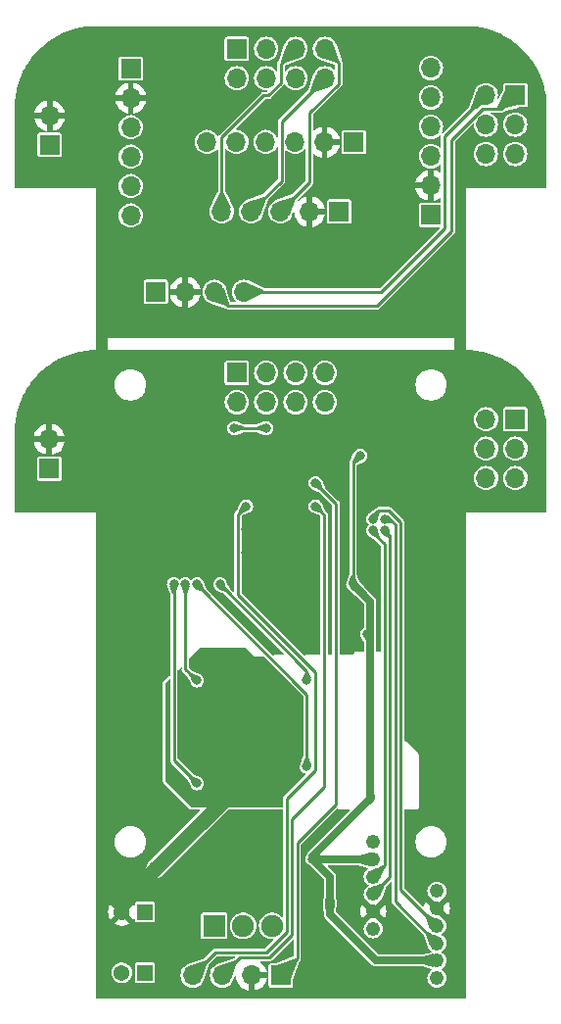
<source format=gbr>
%TF.GenerationSoftware,KiCad,Pcbnew,7.0.9*%
%TF.CreationDate,2024-01-17T13:02:15-08:00*%
%TF.ProjectId,micromouse,6d696372-6f6d-46f7-9573-652e6b696361,rev?*%
%TF.SameCoordinates,Original*%
%TF.FileFunction,Copper,L2,Bot*%
%TF.FilePolarity,Positive*%
%FSLAX46Y46*%
G04 Gerber Fmt 4.6, Leading zero omitted, Abs format (unit mm)*
G04 Created by KiCad (PCBNEW 7.0.9) date 2024-01-17 13:02:15*
%MOMM*%
%LPD*%
G01*
G04 APERTURE LIST*
%TA.AperFunction,ComponentPad*%
%ADD10R,1.700000X1.700000*%
%TD*%
%TA.AperFunction,ComponentPad*%
%ADD11O,1.700000X1.700000*%
%TD*%
%TA.AperFunction,ComponentPad*%
%ADD12R,1.900000X1.900000*%
%TD*%
%TA.AperFunction,ComponentPad*%
%ADD13C,1.900000*%
%TD*%
%TA.AperFunction,ComponentPad*%
%ADD14R,1.368000X1.368000*%
%TD*%
%TA.AperFunction,ComponentPad*%
%ADD15C,1.368000*%
%TD*%
%TA.AperFunction,ComponentPad*%
%ADD16C,1.244600*%
%TD*%
%TA.AperFunction,SMDPad,CuDef*%
%ADD17C,1.270000*%
%TD*%
%TA.AperFunction,ViaPad*%
%ADD18C,0.800000*%
%TD*%
%TA.AperFunction,Conductor*%
%ADD19C,1.270000*%
%TD*%
%TA.AperFunction,Conductor*%
%ADD20C,0.635000*%
%TD*%
%TA.AperFunction,Conductor*%
%ADD21C,0.254000*%
%TD*%
%TA.AperFunction,Conductor*%
%ADD22C,0.250000*%
%TD*%
G04 APERTURE END LIST*
%TA.AperFunction,EtchedComponent*%
%TO.C,NT2*%
G36*
X136656120Y-130241906D02*
G01*
X135241906Y-131656120D01*
X134343880Y-130758094D01*
X135758094Y-129343880D01*
X136656120Y-130241906D01*
G37*
%TD.AperFunction*%
%TD*%
D10*
%TO.P,J3,1*%
%TO.N,SWCLK*%
X147000000Y-139025000D03*
D11*
%TO.P,J3,2*%
%TO.N,GND*%
X144460000Y-139025000D03*
%TO.P,J3,3*%
%TO.N,SWDIO*%
X141920000Y-139025000D03*
%TO.P,J3,4*%
%TO.N,NRST*%
X139380000Y-139025000D03*
%TD*%
D12*
%TO.P,SW1,1*%
%TO.N,Net-(J11-Pad1)*%
X141250000Y-134750000D03*
D13*
%TO.P,SW1,2*%
%TO.N,+BATT*%
X143750000Y-134750000D03*
%TO.P,SW1,3*%
%TO.N,unconnected-(SW1-Pad3)*%
X146250000Y-134750000D03*
%TD*%
D10*
%TO.P,J12,1*%
%TO.N,/Breakout Board/+3.3V*%
X152050000Y-73025000D03*
D11*
%TO.P,J12,2*%
%TO.N,GND*%
X149510000Y-73025000D03*
%TO.P,J12,3*%
%TO.N,/Breakout Board/GPIO1*%
X146970000Y-73025000D03*
%TO.P,J12,4*%
%TO.N,/Breakout Board/GPIO2*%
X144430000Y-73025000D03*
%TO.P,J12,5*%
%TO.N,/Breakout Board/GPIO3*%
X141890000Y-73025000D03*
%TD*%
D10*
%TO.P,J6,1*%
%TO.N,USART_RX*%
X167290000Y-90975000D03*
D11*
%TO.P,J6,2*%
%TO.N,USART_TX*%
X164750000Y-90975000D03*
%TO.P,J6,3*%
%TO.N,DEBUG3*%
X167290000Y-93515000D03*
%TO.P,J6,4*%
%TO.N,DEBUG4*%
X164750000Y-93515000D03*
%TO.P,J6,5*%
%TO.N,DEBUG1*%
X167290000Y-96055000D03*
%TO.P,J6,6*%
%TO.N,DEBUG2*%
X164750000Y-96055000D03*
%TD*%
D14*
%TO.P,J11,1,1*%
%TO.N,Net-(J11-Pad1)*%
X135250000Y-138800000D03*
D15*
%TO.P,J11,2,2*%
%TO.N,Net-(J10-Pad1)*%
X133250000Y-138800000D03*
%TD*%
D14*
%TO.P,J10,1,1*%
%TO.N,Net-(J10-Pad1)*%
X135250000Y-133550000D03*
D15*
%TO.P,J10,2,2*%
%TO.N,GND*%
X133250000Y-133550000D03*
%TD*%
D10*
%TO.P,J7,1*%
%TO.N,/SCL*%
X143200000Y-86960000D03*
D11*
%TO.P,J7,2*%
%TO.N,/SDA*%
X143200000Y-89500000D03*
%TO.P,J7,3*%
%TO.N,/SHDN2*%
X145740000Y-86960000D03*
%TO.P,J7,4*%
%TO.N,/SHDN1*%
X145740000Y-89500000D03*
%TO.P,J7,5*%
%TO.N,GPIO3*%
X148280000Y-86960000D03*
%TO.P,J7,6*%
%TO.N,/SHDN3*%
X148280000Y-89500000D03*
%TO.P,J7,7*%
%TO.N,GPIO1*%
X150820000Y-86960000D03*
%TO.P,J7,8*%
%TO.N,GPIO2*%
X150820000Y-89500000D03*
%TD*%
D10*
%TO.P,J1,1*%
%TO.N,/Breakout Board/+3.3V*%
X134025000Y-60675000D03*
D11*
%TO.P,J1,2*%
%TO.N,GND*%
X134025000Y-63215000D03*
%TO.P,J1,3*%
%TO.N,/Breakout Board/SCL*%
X134025000Y-65755000D03*
%TO.P,J1,4*%
%TO.N,/Breakout Board/SDA*%
X134025000Y-68295000D03*
%TO.P,J1,5*%
%TO.N,unconnected-(J1-Pad5)*%
X134025000Y-70835000D03*
%TO.P,J1,6*%
%TO.N,/Breakout Board/SHDN1*%
X134025000Y-73375000D03*
%TD*%
D10*
%TO.P,J2,1*%
%TO.N,/Breakout Board/+3.3V*%
X153325000Y-67025000D03*
D11*
%TO.P,J2,2*%
%TO.N,GND*%
X150785000Y-67025000D03*
%TO.P,J2,3*%
%TO.N,/Breakout Board/SCL*%
X148245000Y-67025000D03*
%TO.P,J2,4*%
%TO.N,/Breakout Board/SDA*%
X145705000Y-67025000D03*
%TO.P,J2,5*%
%TO.N,unconnected-(J2-Pad5)*%
X143165000Y-67025000D03*
%TO.P,J2,6*%
%TO.N,/Breakout Board/SHDN2*%
X140625000Y-67025000D03*
%TD*%
D10*
%TO.P,J5,1*%
%TO.N,/Breakout Board/+3.3V*%
X136200000Y-79975000D03*
D11*
%TO.P,J5,2*%
%TO.N,GND*%
X138740000Y-79975000D03*
%TO.P,J5,3*%
%TO.N,/Breakout Board/USART_RX*%
X141280000Y-79975000D03*
%TO.P,J5,4*%
%TO.N,/Breakout Board/USART_TX*%
X143820000Y-79975000D03*
%TD*%
D16*
%TO.P,J13,1,1*%
%TO.N,MR2*%
X160500000Y-139250000D03*
%TO.P,J13,2,2*%
%TO.N,+3.3V*%
X160500000Y-137750000D03*
%TO.P,J13,3,3*%
%TO.N,ER2*%
X160500000Y-136250001D03*
%TO.P,J13,4,4*%
%TO.N,ER1*%
X160500000Y-134749999D03*
%TO.P,J13,5,5*%
%TO.N,GND*%
X160500000Y-133249999D03*
%TO.P,J13,6,6*%
%TO.N,MR1*%
X160500000Y-131750000D03*
%TD*%
%TO.P,J9,1,1*%
%TO.N,ML2*%
X155000000Y-127500000D03*
%TO.P,J9,2,2*%
%TO.N,+3.3V*%
X155000000Y-129000000D03*
%TO.P,J9,3,3*%
%TO.N,EL2*%
X155000000Y-130499999D03*
%TO.P,J9,4,4*%
%TO.N,EL1*%
X155000000Y-132000001D03*
%TO.P,J9,5,5*%
%TO.N,GND*%
X155000000Y-133500001D03*
%TO.P,J9,6,6*%
%TO.N,ML1*%
X155000000Y-135000000D03*
%TD*%
D10*
%TO.P,J4,1*%
%TO.N,/Breakout Board/+3.3V*%
X159975000Y-73325000D03*
D11*
%TO.P,J4,2*%
%TO.N,GND*%
X159975000Y-70785000D03*
%TO.P,J4,3*%
%TO.N,/Breakout Board/SCL*%
X159975000Y-68245000D03*
%TO.P,J4,4*%
%TO.N,/Breakout Board/SDA*%
X159975000Y-65705000D03*
%TO.P,J4,5*%
%TO.N,unconnected-(J4-Pad5)*%
X159975000Y-63165000D03*
%TO.P,J4,6*%
%TO.N,/Breakout Board/SHDN3*%
X159975000Y-60625000D03*
%TD*%
D10*
%TO.P,J8,1*%
%TO.N,+3.3V*%
X126975000Y-95250000D03*
D11*
%TO.P,J8,2*%
%TO.N,GND*%
X126975000Y-92710000D03*
%TD*%
D10*
%TO.P,J15,1*%
%TO.N,/Breakout Board/USART_RX*%
X167275000Y-62975001D03*
D11*
%TO.P,J15,2*%
%TO.N,/Breakout Board/USART_TX*%
X164735000Y-62975001D03*
%TO.P,J15,3*%
%TO.N,/Breakout Board/DEBUG3*%
X167275000Y-65515001D03*
%TO.P,J15,4*%
%TO.N,/Breakout Board/DEBUG4*%
X164735000Y-65515001D03*
%TO.P,J15,5*%
%TO.N,/Breakout Board/DEBUG1*%
X167275000Y-68055001D03*
%TO.P,J15,6*%
%TO.N,/Breakout Board/DEBUG2*%
X164735000Y-68055001D03*
%TD*%
D17*
%TO.P,NT2,1,1*%
%TO.N,GND*%
X134792893Y-131207107D03*
%TO.P,NT2,2,2*%
%TO.N,GND1*%
X136207107Y-129792893D03*
%TD*%
D10*
%TO.P,J14,1*%
%TO.N,/Breakout Board/SCL*%
X143200000Y-58975001D03*
D11*
%TO.P,J14,2*%
%TO.N,/Breakout Board/SDA*%
X143200000Y-61515001D03*
%TO.P,J14,3*%
%TO.N,/Breakout Board/SHDN2*%
X145740000Y-58975001D03*
%TO.P,J14,4*%
%TO.N,/Breakout Board/SHDN1*%
X145740000Y-61515001D03*
%TO.P,J14,5*%
%TO.N,/Breakout Board/GPIO3*%
X148280000Y-58975001D03*
%TO.P,J14,6*%
%TO.N,/Breakout Board/SHDN3*%
X148280000Y-61515001D03*
%TO.P,J14,7*%
%TO.N,/Breakout Board/GPIO1*%
X150820000Y-58975001D03*
%TO.P,J14,8*%
%TO.N,/Breakout Board/GPIO2*%
X150820000Y-61515001D03*
%TD*%
D10*
%TO.P,J16,1*%
%TO.N,/Breakout Board/+3.3V*%
X127000000Y-67275001D03*
D11*
%TO.P,J16,2*%
%TO.N,GND*%
X127000000Y-64735001D03*
%TD*%
D18*
%TO.N,GND*%
X145000000Y-130500000D03*
X144000000Y-130500000D03*
X145000000Y-131500000D03*
X146000000Y-102500000D03*
X135750000Y-105750000D03*
X144000000Y-100500000D03*
X146000000Y-100500000D03*
X146000000Y-98500000D03*
X148000000Y-102500000D03*
X148000000Y-100500000D03*
X144000000Y-96500000D03*
X145000000Y-126500000D03*
X144000000Y-131500000D03*
X145000000Y-125500000D03*
X149500000Y-108000000D03*
X148000000Y-96500000D03*
X137000000Y-111500000D03*
X144000000Y-102500000D03*
X150000000Y-102500000D03*
X137000000Y-112500000D03*
X150000000Y-100500000D03*
X148000000Y-98500000D03*
X146000000Y-96500000D03*
X144000000Y-125500000D03*
X144000000Y-126500000D03*
%TO.N,+3.3V*%
X154500000Y-109525000D03*
X151250000Y-132861921D03*
X153250000Y-105250000D03*
X154750000Y-123750000D03*
X149750000Y-129000000D03*
X153881250Y-94131250D03*
%TO.N,GND1*%
X146000000Y-118500000D03*
X148000000Y-119500000D03*
X146000000Y-113500000D03*
X148000000Y-116500000D03*
X146000000Y-117500000D03*
X148000000Y-115500000D03*
X145000000Y-113500000D03*
X145000000Y-116500000D03*
X147000000Y-115500000D03*
X147000000Y-114500000D03*
X147000000Y-119500000D03*
X146000000Y-114500000D03*
X145000000Y-117500000D03*
X147000000Y-118500000D03*
%TO.N,EL2*%
X155000622Y-100599502D03*
%TO.N,EL1*%
X156000000Y-100599503D03*
%TO.N,ER2*%
X156000000Y-99600000D03*
%TO.N,ER1*%
X155000000Y-99600000D03*
%TO.N,SWCLK*%
X150000000Y-96500000D03*
%TO.N,SWDIO*%
X150000000Y-98500000D03*
%TO.N,NRST*%
X144000000Y-98500000D03*
%TO.N,Net-(U1-BOOT0)*%
X145750000Y-91750000D03*
X142976500Y-91750000D03*
%TO.N,HL1*%
X138750000Y-105250000D03*
X139750000Y-113555000D03*
%TO.N,HR1*%
X139750000Y-105250000D03*
X149250000Y-121000000D03*
%TO.N,HL2*%
X139750000Y-122445000D03*
X137750000Y-105250000D03*
%TO.N,HR2*%
X141750000Y-105250000D03*
X149250000Y-113500000D03*
%TD*%
D19*
%TO.N,GND*%
X134792893Y-131207107D02*
X133250000Y-132750000D01*
X133250000Y-132750000D02*
X133250000Y-133550000D01*
D20*
%TO.N,+3.3V*%
X151250000Y-130500000D02*
X151250000Y-132861921D01*
X151250000Y-133750000D02*
X155250000Y-137750000D01*
X149750000Y-129000000D02*
X155000000Y-129000000D01*
X155250000Y-137750000D02*
X160500000Y-137750000D01*
D21*
X151250000Y-130500000D02*
X151047187Y-130297187D01*
D20*
X154750000Y-109775000D02*
X154500000Y-109525000D01*
X149750000Y-128750000D02*
X154750000Y-123750000D01*
X149750000Y-129000000D02*
X149750000Y-128750000D01*
D22*
X153250000Y-94762500D02*
X153881250Y-94131250D01*
D20*
X149750000Y-129000000D02*
X151250000Y-130500000D01*
X154750000Y-123750000D02*
X154750000Y-111000000D01*
X153250000Y-105250000D02*
X154750000Y-106750000D01*
D22*
X153250000Y-105250000D02*
X153250000Y-94762500D01*
D20*
X151250000Y-132861921D02*
X151250000Y-133750000D01*
X154750000Y-111000000D02*
X154750000Y-109775000D01*
X154750000Y-106750000D02*
X154750000Y-111000000D01*
D19*
%TO.N,GND1*%
X146000000Y-120000000D02*
X146000000Y-118500000D01*
X136207107Y-129792893D02*
X146000000Y-120000000D01*
D22*
%TO.N,EL2*%
X156000000Y-129499999D02*
X155000000Y-130499999D01*
X155000622Y-100775927D02*
X156000000Y-101775305D01*
X156000000Y-101775305D02*
X156000000Y-129499999D01*
X155000622Y-100599502D02*
X155000622Y-100775927D01*
%TO.N,EL1*%
X156450000Y-101049503D02*
X156450000Y-130550001D01*
X156450000Y-130550001D02*
X155000000Y-132000001D01*
X156000000Y-100599503D02*
X156450000Y-101049503D01*
%TO.N,ER2*%
X156000000Y-99600000D02*
X156409414Y-99600000D01*
X156409414Y-99600000D02*
X156900000Y-100090586D01*
X156900000Y-132650001D02*
X160500000Y-136250001D01*
X156900000Y-100090586D02*
X156900000Y-132650001D01*
%TO.N,ER1*%
X157350000Y-131599999D02*
X160500000Y-134749999D01*
X157350000Y-99904190D02*
X157350000Y-131599999D01*
X155000000Y-99400000D02*
X155525000Y-98875000D01*
X155525000Y-98875000D02*
X156320810Y-98875000D01*
X156320810Y-98875000D02*
X157350000Y-99904190D01*
X155000000Y-99600000D02*
X155000000Y-99400000D01*
%TO.N,/Breakout Board/USART_RX*%
X166100000Y-64150001D02*
X164438299Y-64150001D01*
X161750000Y-74750000D02*
X155350000Y-81150000D01*
X164438299Y-64150001D02*
X161750000Y-66838300D01*
X167275000Y-62975001D02*
X166100000Y-64150001D01*
X161750000Y-66838300D02*
X161750000Y-74750000D01*
X155350000Y-81150000D02*
X142455000Y-81150000D01*
X142455000Y-81150000D02*
X141280000Y-79975000D01*
%TO.N,/Breakout Board/USART_TX*%
X161150000Y-66560001D02*
X161150000Y-74500000D01*
X155675000Y-79975000D02*
X143820000Y-79975000D01*
X161150000Y-74500000D02*
X155675000Y-79975000D01*
X164735000Y-62975001D02*
X161150000Y-66560001D01*
%TO.N,SWCLK*%
X151750000Y-124250000D02*
X148425000Y-127575000D01*
X151750000Y-98250000D02*
X151750000Y-124250000D01*
X150000000Y-96500000D02*
X151750000Y-98250000D01*
X148425000Y-127575000D02*
X148425000Y-137600000D01*
X148425000Y-137600000D02*
X147000000Y-139025000D01*
%TO.N,SWDIO*%
X145975000Y-137500000D02*
X143445000Y-137500000D01*
X143445000Y-137500000D02*
X141920000Y-139025000D01*
X150725000Y-122775000D02*
X147975000Y-125525000D01*
X147975000Y-135500000D02*
X145975000Y-137500000D01*
X147975000Y-125525000D02*
X147975000Y-135500000D01*
X150000000Y-98500000D02*
X150725000Y-99225000D01*
X150725000Y-99225000D02*
X150725000Y-122775000D01*
%TO.N,NRST*%
X144000000Y-98500000D02*
X143275000Y-99225000D01*
X147525000Y-135278123D02*
X145753123Y-137050000D01*
X149975000Y-112838604D02*
X149975000Y-121300305D01*
X141355000Y-137050000D02*
X139380000Y-139025000D01*
X145753123Y-137050000D02*
X141355000Y-137050000D01*
X143275000Y-99225000D02*
X143275000Y-106138604D01*
X147525000Y-123750305D02*
X147525000Y-135278123D01*
X149975000Y-121300305D02*
X147525000Y-123750305D01*
X143275000Y-106138604D02*
X149975000Y-112838604D01*
%TO.N,/Breakout Board/GPIO1*%
X149500000Y-70495000D02*
X149500000Y-64496702D01*
X151995000Y-62001702D02*
X151995000Y-60150001D01*
X149500000Y-64496702D02*
X151995000Y-62001702D01*
X146970000Y-73025000D02*
X149500000Y-70495000D01*
X151995000Y-60150001D02*
X150820000Y-58975001D01*
%TO.N,/Breakout Board/GPIO2*%
X144430000Y-73025000D02*
X147070000Y-70385000D01*
X147070000Y-70385000D02*
X147070000Y-65265001D01*
X147070000Y-65265001D02*
X150820000Y-61515001D01*
%TO.N,/Breakout Board/GPIO3*%
X141890000Y-66638299D02*
X145528299Y-63000000D01*
X147000000Y-60255001D02*
X148280000Y-58975001D01*
X145528299Y-63000000D02*
X145916702Y-63000000D01*
X141890000Y-73025000D02*
X141890000Y-66638299D01*
X145916702Y-63000000D02*
X147000000Y-61916702D01*
X147000000Y-61916702D02*
X147000000Y-60255001D01*
%TO.N,Net-(U1-BOOT0)*%
X145750000Y-91750000D02*
X142976500Y-91750000D01*
%TO.N,HL1*%
X138750000Y-105501988D02*
X138750000Y-105750000D01*
X138750000Y-105750000D02*
X138750000Y-112555000D01*
X138750994Y-105500994D02*
X138750000Y-105501988D01*
X138750000Y-105750000D02*
X138750000Y-105250000D01*
X138750000Y-112555000D02*
X139750000Y-113555000D01*
%TO.N,HR1*%
X149250000Y-121000000D02*
X149250000Y-114750000D01*
X149250000Y-114750000D02*
X139750000Y-105250000D01*
%TO.N,HL2*%
X139750000Y-122445000D02*
X137750000Y-120445000D01*
X137750000Y-120445000D02*
X137750000Y-105250000D01*
%TO.N,HR2*%
X149250000Y-113500000D02*
X149250000Y-112750000D01*
X149250000Y-112750000D02*
X141750000Y-105250000D01*
%TD*%
%TA.AperFunction,Conductor*%
%TO.N,GND1*%
G36*
X144014352Y-110764352D02*
G01*
X144750000Y-111500000D01*
X144750001Y-111500000D01*
X145519378Y-111500000D01*
X145554026Y-111514352D01*
X148910148Y-114870474D01*
X148924500Y-114905122D01*
X148924500Y-120140275D01*
X148921334Y-120157601D01*
X148692225Y-120763672D01*
X148692225Y-120763673D01*
X148688983Y-120782168D01*
X148685990Y-120792455D01*
X148664955Y-120843240D01*
X148644318Y-121000000D01*
X148664955Y-121156761D01*
X148725461Y-121302836D01*
X148725464Y-121302841D01*
X148821718Y-121428282D01*
X148947159Y-121524536D01*
X148947161Y-121524536D01*
X148947163Y-121524538D01*
X149093238Y-121585044D01*
X149115517Y-121587977D01*
X149147996Y-121606728D01*
X149157703Y-121642953D01*
X149143770Y-121671206D01*
X147305648Y-123509330D01*
X147304072Y-123510774D01*
X147271806Y-123537849D01*
X147250743Y-123574329D01*
X147249595Y-123576131D01*
X147225445Y-123610622D01*
X147225444Y-123610622D01*
X147223351Y-123618437D01*
X147218458Y-123630250D01*
X147214414Y-123637255D01*
X147214410Y-123637265D01*
X147207102Y-123678715D01*
X147206639Y-123680802D01*
X147195736Y-123721496D01*
X147195736Y-123721497D01*
X147195736Y-123721498D01*
X147196467Y-123729849D01*
X147199407Y-123763457D01*
X147199500Y-123765593D01*
X147199500Y-124451000D01*
X147185148Y-124485648D01*
X147150500Y-124500000D01*
X139270296Y-124500000D01*
X139235648Y-124485648D01*
X137014352Y-122264352D01*
X137000000Y-122229704D01*
X137000000Y-113770296D01*
X137014352Y-113735648D01*
X137340852Y-113409148D01*
X137375500Y-113394796D01*
X137410148Y-113409148D01*
X137424500Y-113443796D01*
X137424500Y-120429710D01*
X137424407Y-120431846D01*
X137420736Y-120473807D01*
X137431637Y-120514493D01*
X137432100Y-120516580D01*
X137439411Y-120558044D01*
X137439412Y-120558046D01*
X137443455Y-120565048D01*
X137448351Y-120576867D01*
X137450445Y-120584682D01*
X137450444Y-120584682D01*
X137474601Y-120619182D01*
X137475750Y-120620985D01*
X137496804Y-120657453D01*
X137496806Y-120657455D01*
X137529072Y-120684530D01*
X137530649Y-120685975D01*
X138911919Y-122067245D01*
X138921932Y-122081735D01*
X139188486Y-122672297D01*
X139188493Y-122672309D01*
X139199266Y-122687660D01*
X139204428Y-122697056D01*
X139225464Y-122747841D01*
X139321718Y-122873282D01*
X139447159Y-122969536D01*
X139447161Y-122969536D01*
X139447163Y-122969538D01*
X139490419Y-122987455D01*
X139593238Y-123030044D01*
X139750000Y-123050682D01*
X139906762Y-123030044D01*
X140052841Y-122969536D01*
X140178282Y-122873282D01*
X140274536Y-122747841D01*
X140335044Y-122601762D01*
X140355682Y-122445000D01*
X140335044Y-122288238D01*
X140325150Y-122264352D01*
X140274538Y-122142163D01*
X140274535Y-122142158D01*
X140178282Y-122016718D01*
X140178281Y-122016717D01*
X140052841Y-121920464D01*
X140040367Y-121915297D01*
X140001416Y-121899162D01*
X139991685Y-121893764D01*
X139977301Y-121883488D01*
X139977296Y-121883485D01*
X139977293Y-121883484D01*
X139386735Y-121616932D01*
X139372245Y-121606919D01*
X138089852Y-120324526D01*
X138075500Y-120289878D01*
X138075500Y-112694796D01*
X138089852Y-112660148D01*
X138340852Y-112409148D01*
X138375500Y-112394796D01*
X138410148Y-112409148D01*
X138424500Y-112443796D01*
X138424500Y-112539710D01*
X138424407Y-112541846D01*
X138420736Y-112583807D01*
X138431637Y-112624493D01*
X138432100Y-112626580D01*
X138439411Y-112668044D01*
X138439412Y-112668046D01*
X138443455Y-112675048D01*
X138448351Y-112686867D01*
X138450445Y-112694682D01*
X138450444Y-112694682D01*
X138474601Y-112729182D01*
X138475750Y-112730985D01*
X138496804Y-112767453D01*
X138496806Y-112767455D01*
X138529072Y-112794530D01*
X138530649Y-112795975D01*
X138911919Y-113177245D01*
X138921932Y-113191735D01*
X139188486Y-113782297D01*
X139188493Y-113782309D01*
X139199266Y-113797660D01*
X139204428Y-113807056D01*
X139225464Y-113857841D01*
X139321718Y-113983282D01*
X139447159Y-114079536D01*
X139447161Y-114079536D01*
X139447163Y-114079538D01*
X139522057Y-114110560D01*
X139593238Y-114140044D01*
X139750000Y-114160682D01*
X139906762Y-114140044D01*
X140052841Y-114079536D01*
X140178282Y-113983282D01*
X140274536Y-113857841D01*
X140335044Y-113711762D01*
X140355682Y-113555000D01*
X140335044Y-113398238D01*
X140285513Y-113278660D01*
X140274538Y-113252163D01*
X140274535Y-113252158D01*
X140178282Y-113126718D01*
X140178281Y-113126717D01*
X140052841Y-113030464D01*
X140038530Y-113024536D01*
X140001416Y-113009162D01*
X139991685Y-113003764D01*
X139977301Y-112993488D01*
X139977296Y-112993485D01*
X139977293Y-112993484D01*
X139386735Y-112726932D01*
X139372245Y-112716919D01*
X139089852Y-112434526D01*
X139075500Y-112399878D01*
X139075500Y-111694796D01*
X139089852Y-111660148D01*
X139985648Y-110764352D01*
X140020296Y-110750000D01*
X143979704Y-110750000D01*
X144014352Y-110764352D01*
G37*
%TD.AperFunction*%
%TD*%
%TA.AperFunction,Conductor*%
%TO.N,GND*%
G36*
X153715959Y-129519528D02*
G01*
X153940394Y-129576933D01*
X154527875Y-129727198D01*
X154557885Y-129749687D01*
X154563204Y-129786811D01*
X154541802Y-129816158D01*
X154483749Y-129852636D01*
X154483745Y-129852639D01*
X154352640Y-129983744D01*
X154352637Y-129983748D01*
X154253993Y-130140739D01*
X154253992Y-130140741D01*
X154192755Y-130315746D01*
X154192753Y-130315755D01*
X154171994Y-130499999D01*
X154186460Y-130628393D01*
X154192754Y-130684248D01*
X154253992Y-130859257D01*
X154352639Y-131016252D01*
X154483747Y-131147360D01*
X154483749Y-131147361D01*
X154581067Y-131208511D01*
X154602769Y-131239097D01*
X154596486Y-131276070D01*
X154581067Y-131291489D01*
X154483749Y-131352638D01*
X154483745Y-131352641D01*
X154352640Y-131483746D01*
X154352637Y-131483750D01*
X154253993Y-131640741D01*
X154253992Y-131640743D01*
X154192755Y-131815748D01*
X154192753Y-131815757D01*
X154179402Y-131934252D01*
X154171994Y-132000001D01*
X154192754Y-132184250D01*
X154253992Y-132359259D01*
X154298624Y-132430290D01*
X154339917Y-132496008D01*
X154352639Y-132516254D01*
X154483747Y-132647362D01*
X154498530Y-132656651D01*
X154525265Y-132673450D01*
X154533843Y-132680291D01*
X154985253Y-133131701D01*
X154969479Y-133131701D01*
X154878759Y-133146839D01*
X154770657Y-133205341D01*
X154687408Y-133295774D01*
X154638033Y-133408338D01*
X154631662Y-133485215D01*
X154046612Y-132900166D01*
X154041714Y-132906653D01*
X154041709Y-132906661D01*
X153949005Y-133092836D01*
X153949002Y-133092844D01*
X153892083Y-133292892D01*
X153892082Y-133292898D01*
X153872892Y-133500001D01*
X153892082Y-133707103D01*
X153892083Y-133707109D01*
X153949002Y-133907157D01*
X153949005Y-133907165D01*
X154041710Y-134093343D01*
X154041716Y-134093351D01*
X154046611Y-134099834D01*
X154046612Y-134099834D01*
X154628990Y-133517457D01*
X154627882Y-133530836D01*
X154658057Y-133649991D01*
X154725286Y-133752893D01*
X154822285Y-133828390D01*
X154938542Y-133868301D01*
X154985253Y-133868301D01*
X154533844Y-134319708D01*
X154525267Y-134326549D01*
X154483743Y-134352641D01*
X154352640Y-134483745D01*
X154352637Y-134483749D01*
X154253993Y-134640740D01*
X154253992Y-134640742D01*
X154192755Y-134815747D01*
X154192753Y-134815756D01*
X154171994Y-135000000D01*
X154190853Y-135167384D01*
X154192754Y-135184249D01*
X154253992Y-135359258D01*
X154253993Y-135359259D01*
X154342426Y-135500000D01*
X154352639Y-135516253D01*
X154483747Y-135647361D01*
X154640742Y-135746008D01*
X154815751Y-135807246D01*
X155000000Y-135828006D01*
X155184249Y-135807246D01*
X155359258Y-135746008D01*
X155516253Y-135647361D01*
X155647361Y-135516253D01*
X155746008Y-135359258D01*
X155807246Y-135184249D01*
X155828006Y-135000000D01*
X155807246Y-134815751D01*
X155746008Y-134640742D01*
X155647361Y-134483747D01*
X155516253Y-134352639D01*
X155516250Y-134352637D01*
X155474732Y-134326549D01*
X155466154Y-134319708D01*
X155014747Y-133868301D01*
X155030521Y-133868301D01*
X155121241Y-133853163D01*
X155229343Y-133794661D01*
X155312592Y-133704228D01*
X155361967Y-133591664D01*
X155368337Y-133514785D01*
X155953387Y-134099835D01*
X155958284Y-134093350D01*
X155958288Y-134093344D01*
X156050994Y-133907165D01*
X156050997Y-133907157D01*
X156107916Y-133707109D01*
X156107917Y-133707103D01*
X156127107Y-133500001D01*
X156107917Y-133292898D01*
X156107916Y-133292892D01*
X156050997Y-133092844D01*
X156050994Y-133092837D01*
X155958287Y-132906657D01*
X155958285Y-132906653D01*
X155953386Y-132900165D01*
X155371009Y-133482543D01*
X155372118Y-133469166D01*
X155341943Y-133350011D01*
X155274714Y-133247109D01*
X155177715Y-133171612D01*
X155061458Y-133131701D01*
X155014748Y-133131701D01*
X155466156Y-132680290D01*
X155474725Y-132673455D01*
X155516253Y-132647362D01*
X155647361Y-132516254D01*
X155746008Y-132359259D01*
X155759134Y-132321744D01*
X155763901Y-132311851D01*
X155771179Y-132300279D01*
X155784183Y-132266250D01*
X155875693Y-132026773D01*
X156145407Y-131320949D01*
X156156527Y-131303798D01*
X156490853Y-130969473D01*
X156525500Y-130955122D01*
X156560148Y-130969474D01*
X156574500Y-131004122D01*
X156574500Y-132634711D01*
X156574407Y-132636847D01*
X156570736Y-132678808D01*
X156581637Y-132719494D01*
X156582100Y-132721581D01*
X156589411Y-132763045D01*
X156589412Y-132763047D01*
X156593455Y-132770049D01*
X156598351Y-132781868D01*
X156600445Y-132789683D01*
X156600444Y-132789683D01*
X156624601Y-132824183D01*
X156625744Y-132825978D01*
X156633313Y-132839086D01*
X156646804Y-132862454D01*
X156646806Y-132862456D01*
X156679072Y-132889531D01*
X156680649Y-132890976D01*
X159343468Y-135553795D01*
X159354592Y-135570952D01*
X159729326Y-136551603D01*
X159729933Y-136553131D01*
X159729935Y-136553134D01*
X159736085Y-136562497D01*
X159741380Y-136573214D01*
X159753993Y-136609262D01*
X159835773Y-136739412D01*
X159852639Y-136766254D01*
X159983747Y-136897362D01*
X160041799Y-136933838D01*
X160063501Y-136964424D01*
X160057220Y-137001397D01*
X160027872Y-137022800D01*
X159215956Y-137230472D01*
X159203814Y-137232000D01*
X155484859Y-137232000D01*
X155450211Y-137217648D01*
X151801829Y-133569267D01*
X151787477Y-133534619D01*
X151787734Y-133529601D01*
X151853352Y-132893320D01*
X151853750Y-132888212D01*
X151853948Y-132884482D01*
X151853946Y-132884470D01*
X151853838Y-132882602D01*
X151854174Y-132873367D01*
X151855682Y-132861921D01*
X151853029Y-132841769D01*
X151852825Y-132830793D01*
X151853089Y-132827981D01*
X151853088Y-132827977D01*
X151853089Y-132827973D01*
X151772999Y-132051341D01*
X151769820Y-132040004D01*
X151768000Y-132026773D01*
X151768000Y-130508828D01*
X151770128Y-130446534D01*
X151770127Y-130446533D01*
X151770128Y-130446529D01*
X151759855Y-130404379D01*
X151759390Y-130401930D01*
X151753481Y-130358931D01*
X151744440Y-130338119D01*
X151741782Y-130330214D01*
X151736414Y-130308183D01*
X151724330Y-130286691D01*
X151715150Y-130270363D01*
X151714034Y-130268116D01*
X151696750Y-130228326D01*
X151696750Y-130228325D01*
X151682440Y-130210735D01*
X151677740Y-130203829D01*
X151666627Y-130184064D01*
X151666624Y-130184061D01*
X151652013Y-130169450D01*
X151635938Y-130153375D01*
X151634266Y-130151522D01*
X151606888Y-130117869D01*
X151606887Y-130117868D01*
X151588360Y-130104790D01*
X151581970Y-130099407D01*
X151084211Y-129601648D01*
X151069859Y-129567000D01*
X151084211Y-129532352D01*
X151118859Y-129518000D01*
X153703817Y-129518000D01*
X153715959Y-129519528D01*
G37*
%TD.AperFunction*%
%TA.AperFunction,Conductor*%
G36*
X162979208Y-57000501D02*
G01*
X163000001Y-57000501D01*
X163294205Y-57011008D01*
X163503490Y-57018839D01*
X163505150Y-57018959D01*
X163778317Y-57048328D01*
X164011958Y-57074653D01*
X164013502Y-57074879D01*
X164278834Y-57122750D01*
X164331953Y-57132802D01*
X164514936Y-57167425D01*
X164516440Y-57167759D01*
X164607703Y-57191052D01*
X164775526Y-57233886D01*
X165009815Y-57296664D01*
X165011155Y-57297066D01*
X165220010Y-57366580D01*
X165263824Y-57381163D01*
X165493841Y-57461649D01*
X165495109Y-57462132D01*
X165650240Y-57526389D01*
X165740527Y-57563788D01*
X165964556Y-57661531D01*
X165965703Y-57662067D01*
X166202834Y-57780766D01*
X166325703Y-57845705D01*
X166419389Y-57895220D01*
X166420420Y-57895797D01*
X166488405Y-57936134D01*
X166648226Y-58030961D01*
X166753832Y-58097317D01*
X166855914Y-58161459D01*
X166856840Y-58162071D01*
X167074318Y-58313069D01*
X167272220Y-58459128D01*
X167478701Y-58625520D01*
X167665229Y-58786040D01*
X167758746Y-58873107D01*
X167859264Y-58966693D01*
X168033304Y-59140733D01*
X168213961Y-59334773D01*
X168374474Y-59521293D01*
X168441609Y-59604602D01*
X168540865Y-59727771D01*
X168686945Y-59925702D01*
X168837921Y-60143150D01*
X168838541Y-60144088D01*
X168969032Y-60351762D01*
X169104193Y-60579564D01*
X169104783Y-60580618D01*
X169189057Y-60740070D01*
X169219230Y-60797159D01*
X169267809Y-60894207D01*
X169337921Y-61034274D01*
X169338468Y-61035444D01*
X169436212Y-61259474D01*
X169537860Y-61504874D01*
X169538350Y-61506158D01*
X169592287Y-61660299D01*
X169613504Y-61720935D01*
X169618830Y-61736154D01*
X169702931Y-61988842D01*
X169703350Y-61990238D01*
X169766109Y-62224458D01*
X169832240Y-62483560D01*
X169832574Y-62485064D01*
X169877261Y-62721234D01*
X169887697Y-62779074D01*
X169921241Y-62965000D01*
X169925112Y-62986452D01*
X169925347Y-62988060D01*
X169951684Y-63221803D01*
X169981036Y-63494819D01*
X169981159Y-63496522D01*
X169988984Y-63705597D01*
X169999500Y-64000067D01*
X169999500Y-70950501D01*
X169985148Y-70985149D01*
X169950500Y-70999501D01*
X163009844Y-70999501D01*
X163009638Y-70999460D01*
X163000000Y-70999460D01*
X162999901Y-70999501D01*
X162999616Y-70999618D01*
X162999459Y-71000000D01*
X162999465Y-71009673D01*
X162999500Y-71009844D01*
X162999500Y-85000500D01*
X162999541Y-85000541D01*
X162999998Y-85000540D01*
X163000000Y-85000541D01*
X163000001Y-85000540D01*
X163001099Y-85000539D01*
X163294228Y-85011008D01*
X163503487Y-85018838D01*
X163505150Y-85018958D01*
X163778316Y-85048327D01*
X164011957Y-85074652D01*
X164013501Y-85074878D01*
X164267244Y-85120658D01*
X164278789Y-85122742D01*
X164514933Y-85167423D01*
X164516433Y-85167756D01*
X164775600Y-85233904D01*
X165009782Y-85296653D01*
X165011159Y-85297067D01*
X165065407Y-85315122D01*
X165263849Y-85381169D01*
X165493835Y-85461646D01*
X165493858Y-85461654D01*
X165495120Y-85462135D01*
X165740502Y-85563776D01*
X165859602Y-85615739D01*
X165964555Y-85661530D01*
X165965702Y-85662066D01*
X166202870Y-85780784D01*
X166299912Y-85832072D01*
X166419368Y-85895208D01*
X166420422Y-85895798D01*
X166648256Y-86030978D01*
X166855925Y-86161465D01*
X166856831Y-86162064D01*
X167074303Y-86313058D01*
X167272223Y-86459129D01*
X167478701Y-86625519D01*
X167665229Y-86786039D01*
X167758746Y-86873106D01*
X167859264Y-86966692D01*
X168033307Y-87140735D01*
X168213960Y-87334770D01*
X168308569Y-87444708D01*
X168374478Y-87521296D01*
X168540870Y-87727776D01*
X168686941Y-87925696D01*
X168837934Y-88143167D01*
X168838547Y-88144094D01*
X168881810Y-88212947D01*
X168969021Y-88351743D01*
X169104200Y-88579576D01*
X169104790Y-88580630D01*
X169196204Y-88753590D01*
X169219232Y-88797162D01*
X169337921Y-89034273D01*
X169338468Y-89035442D01*
X169436223Y-89259496D01*
X169537854Y-89504855D01*
X169538344Y-89506139D01*
X169618843Y-89736189D01*
X169702931Y-89988839D01*
X169703350Y-89990235D01*
X169766110Y-90224458D01*
X169832241Y-90483561D01*
X169832575Y-90485065D01*
X169877257Y-90721210D01*
X169925113Y-90986453D01*
X169925348Y-90988061D01*
X169951685Y-91221802D01*
X169981037Y-91494817D01*
X169981160Y-91496520D01*
X169989003Y-91706110D01*
X169999500Y-92000000D01*
X169999500Y-98950500D01*
X169985148Y-98985148D01*
X169950500Y-98999500D01*
X163009844Y-98999500D01*
X163009638Y-98999459D01*
X163000000Y-98999459D01*
X162999901Y-98999500D01*
X162999616Y-98999617D01*
X162999459Y-98999999D01*
X162999465Y-99009672D01*
X162999500Y-99009843D01*
X162999500Y-140950500D01*
X162985148Y-140985148D01*
X162950500Y-140999500D01*
X131049500Y-140999500D01*
X131014852Y-140985148D01*
X131000500Y-140950500D01*
X131000500Y-138800000D01*
X132360628Y-138800000D01*
X132380063Y-138984911D01*
X132437518Y-139161740D01*
X132530483Y-139322760D01*
X132530486Y-139322763D01*
X132654888Y-139460927D01*
X132654892Y-139460930D01*
X132654894Y-139460932D01*
X132805314Y-139570219D01*
X132975169Y-139645843D01*
X133157035Y-139684500D01*
X133342965Y-139684500D01*
X133524831Y-139645843D01*
X133694686Y-139570219D01*
X133786175Y-139503748D01*
X134365500Y-139503748D01*
X134377133Y-139562231D01*
X134394882Y-139588795D01*
X134421447Y-139628552D01*
X134447322Y-139645841D01*
X134487769Y-139672867D01*
X134546252Y-139684500D01*
X134546255Y-139684500D01*
X135953745Y-139684500D01*
X135953748Y-139684500D01*
X136012231Y-139672867D01*
X136078552Y-139628552D01*
X136122867Y-139562231D01*
X136134500Y-139503748D01*
X136134500Y-138096252D01*
X136122867Y-138037769D01*
X136088867Y-137986885D01*
X136078552Y-137971447D01*
X136022885Y-137934252D01*
X136012231Y-137927133D01*
X135953748Y-137915500D01*
X134546252Y-137915500D01*
X134487769Y-137927133D01*
X134421447Y-137971447D01*
X134393929Y-138012632D01*
X134377133Y-138037769D01*
X134365500Y-138096252D01*
X134365500Y-139503748D01*
X133786175Y-139503748D01*
X133845106Y-139460932D01*
X133854993Y-139449952D01*
X133893937Y-139406700D01*
X133969517Y-139322760D01*
X134062482Y-139161740D01*
X134119937Y-138984911D01*
X134139372Y-138800000D01*
X134119937Y-138615089D01*
X134062482Y-138438260D01*
X133969517Y-138277240D01*
X133937143Y-138241285D01*
X133845111Y-138139072D01*
X133845106Y-138139069D01*
X133845106Y-138139068D01*
X133694686Y-138029781D01*
X133524831Y-137954157D01*
X133524828Y-137954156D01*
X133524824Y-137954155D01*
X133342965Y-137915500D01*
X133157035Y-137915500D01*
X132975175Y-137954155D01*
X132975166Y-137954158D01*
X132805314Y-138029781D01*
X132654888Y-138139072D01*
X132530486Y-138277236D01*
X132530480Y-138277244D01*
X132437520Y-138438256D01*
X132437518Y-138438259D01*
X132405497Y-138536812D01*
X132380063Y-138615089D01*
X132360628Y-138800000D01*
X131000500Y-138800000D01*
X131000500Y-135719748D01*
X140099500Y-135719748D01*
X140111133Y-135778231D01*
X140115187Y-135784298D01*
X140155447Y-135844552D01*
X140180541Y-135861319D01*
X140221769Y-135888867D01*
X140280252Y-135900500D01*
X140280255Y-135900500D01*
X142219745Y-135900500D01*
X142219748Y-135900500D01*
X142278231Y-135888867D01*
X142344552Y-135844552D01*
X142388867Y-135778231D01*
X142400500Y-135719748D01*
X142400500Y-134750000D01*
X142594571Y-134750000D01*
X142614243Y-134962306D01*
X142614244Y-134962312D01*
X142672593Y-135167384D01*
X142672597Y-135167394D01*
X142767632Y-135358252D01*
X142767633Y-135358254D01*
X142767634Y-135358255D01*
X142768392Y-135359259D01*
X142896125Y-135528404D01*
X142896128Y-135528407D01*
X143053693Y-135672048D01*
X143053694Y-135672049D01*
X143053698Y-135672052D01*
X143234981Y-135784298D01*
X143234984Y-135784299D01*
X143433796Y-135861319D01*
X143433797Y-135861319D01*
X143433802Y-135861321D01*
X143643390Y-135900500D01*
X143643392Y-135900500D01*
X143856608Y-135900500D01*
X143856610Y-135900500D01*
X144066198Y-135861321D01*
X144265019Y-135784298D01*
X144446302Y-135672052D01*
X144603872Y-135528407D01*
X144732366Y-135358255D01*
X144827405Y-135167389D01*
X144885756Y-134962310D01*
X144905429Y-134750000D01*
X144885756Y-134537690D01*
X144827405Y-134332611D01*
X144732366Y-134141745D01*
X144628338Y-134003991D01*
X144603874Y-133971595D01*
X144603871Y-133971592D01*
X144446306Y-133827951D01*
X144446303Y-133827949D01*
X144446302Y-133827948D01*
X144265019Y-133715702D01*
X144265016Y-133715701D01*
X144265015Y-133715700D01*
X144066203Y-133638680D01*
X144066198Y-133638679D01*
X143856610Y-133599500D01*
X143643390Y-133599500D01*
X143485236Y-133629064D01*
X143433796Y-133638680D01*
X143234984Y-133715700D01*
X143053693Y-133827951D01*
X142896128Y-133971592D01*
X142896125Y-133971595D01*
X142767635Y-134141743D01*
X142767632Y-134141747D01*
X142672597Y-134332605D01*
X142672593Y-134332615D01*
X142614244Y-134537687D01*
X142614243Y-134537693D01*
X142594571Y-134750000D01*
X142400500Y-134750000D01*
X142400500Y-133780252D01*
X142388867Y-133721769D01*
X142362301Y-133682012D01*
X142344552Y-133655447D01*
X142304795Y-133628882D01*
X142278231Y-133611133D01*
X142219748Y-133599500D01*
X140280252Y-133599500D01*
X140221769Y-133611133D01*
X140155447Y-133655447D01*
X140119751Y-133708871D01*
X140111133Y-133721769D01*
X140099500Y-133780252D01*
X140099500Y-135719748D01*
X131000500Y-135719748D01*
X131000500Y-133550000D01*
X132060928Y-133550000D01*
X132081173Y-133768487D01*
X132141223Y-133979542D01*
X132239029Y-134175963D01*
X132239032Y-134175967D01*
X132252562Y-134193884D01*
X132824207Y-133622238D01*
X132826046Y-133646765D01*
X132873403Y-133767428D01*
X132954222Y-133868773D01*
X133061323Y-133941793D01*
X133176295Y-133977257D01*
X132608294Y-134545257D01*
X132608294Y-134545258D01*
X132719988Y-134614415D01*
X132924589Y-134693678D01*
X133140288Y-134734000D01*
X133359712Y-134734000D01*
X133575410Y-134693678D01*
X133780011Y-134614415D01*
X133891704Y-134545258D01*
X133891704Y-134545257D01*
X133320654Y-133974207D01*
X133378176Y-133965538D01*
X133494964Y-133909296D01*
X133589985Y-133821129D01*
X133654797Y-133708871D01*
X133674797Y-133621244D01*
X134247436Y-134193883D01*
X134260972Y-134175959D01*
X134272637Y-134152534D01*
X134300928Y-134127915D01*
X134338341Y-134130512D01*
X134362960Y-134158803D01*
X134365500Y-134174375D01*
X134365500Y-134253748D01*
X134377133Y-134312231D01*
X134394882Y-134338795D01*
X134421447Y-134378552D01*
X134439687Y-134390739D01*
X134487769Y-134422867D01*
X134546252Y-134434500D01*
X134546255Y-134434500D01*
X135953745Y-134434500D01*
X135953748Y-134434500D01*
X136012231Y-134422867D01*
X136078552Y-134378552D01*
X136122867Y-134312231D01*
X136134500Y-134253748D01*
X136134500Y-132846252D01*
X136122867Y-132787769D01*
X136094963Y-132746009D01*
X136078552Y-132721447D01*
X136038795Y-132694882D01*
X136012231Y-132677133D01*
X135953748Y-132665500D01*
X134546252Y-132665500D01*
X134487769Y-132677133D01*
X134421447Y-132721447D01*
X134388973Y-132770049D01*
X134377133Y-132787769D01*
X134365500Y-132846252D01*
X134365500Y-132846255D01*
X134365500Y-132925625D01*
X134351148Y-132960273D01*
X134316500Y-132974625D01*
X134281852Y-132960273D01*
X134272637Y-132947467D01*
X134260967Y-132924032D01*
X134247436Y-132906114D01*
X133675791Y-133477759D01*
X133673954Y-133453235D01*
X133626597Y-133332572D01*
X133545778Y-133231227D01*
X133438677Y-133158207D01*
X133323703Y-133122742D01*
X133891704Y-132554741D01*
X133891704Y-132554740D01*
X133780011Y-132485584D01*
X133575410Y-132406321D01*
X133359712Y-132366000D01*
X133140288Y-132366000D01*
X132924589Y-132406321D01*
X132719987Y-132485584D01*
X132608293Y-132554741D01*
X133179344Y-133125792D01*
X133121824Y-133134462D01*
X133005036Y-133190704D01*
X132910015Y-133278871D01*
X132845203Y-133391129D01*
X132825202Y-133478754D01*
X132252562Y-132906114D01*
X132239032Y-132924032D01*
X132239029Y-132924036D01*
X132141223Y-133120457D01*
X132081173Y-133331512D01*
X132060928Y-133550000D01*
X131000500Y-133550000D01*
X131000500Y-129792892D01*
X135367005Y-129792892D01*
X135370249Y-129823776D01*
X135370375Y-129827002D01*
X135369451Y-129861096D01*
X135369453Y-129861109D01*
X135379694Y-129914482D01*
X135379999Y-129916538D01*
X135385361Y-129967549D01*
X135385362Y-129967555D01*
X135385363Y-129967560D01*
X135385365Y-129967566D01*
X135395921Y-130000057D01*
X135396681Y-130003012D01*
X135403700Y-130039580D01*
X135423948Y-130086651D01*
X135424743Y-130088761D01*
X135436087Y-130123672D01*
X135439636Y-130134593D01*
X135448046Y-130149160D01*
X135458276Y-130166880D01*
X135459566Y-130169450D01*
X135475512Y-130206519D01*
X135503592Y-130245610D01*
X135504912Y-130247655D01*
X135527448Y-130286691D01*
X135527450Y-130286693D01*
X135554491Y-130316725D01*
X135556178Y-130318821D01*
X135564354Y-130330202D01*
X135581534Y-130354119D01*
X135615053Y-130384190D01*
X135616883Y-130386017D01*
X135643137Y-130415175D01*
X135644971Y-130417212D01*
X135680168Y-130442783D01*
X135682130Y-130444369D01*
X135716801Y-130475476D01*
X135716805Y-130475478D01*
X135716806Y-130475479D01*
X135731679Y-130483888D01*
X135753290Y-130496106D01*
X135755629Y-130497610D01*
X135787056Y-130520443D01*
X135823820Y-130536810D01*
X135829651Y-130539407D01*
X135831745Y-130540462D01*
X135875005Y-130564920D01*
X135912093Y-130576307D01*
X135914853Y-130577340D01*
X135947501Y-130591877D01*
X135996166Y-130602220D01*
X135998229Y-130602755D01*
X136048733Y-130618263D01*
X136084294Y-130621157D01*
X136087380Y-130621609D01*
X136119292Y-130628393D01*
X136172146Y-130628393D01*
X136174131Y-130628473D01*
X136194127Y-130630102D01*
X136229861Y-130633012D01*
X136229862Y-130633011D01*
X136229865Y-130633012D01*
X136262115Y-130628618D01*
X136265426Y-130628393D01*
X136294921Y-130628393D01*
X136294922Y-130628393D01*
X136349690Y-130616750D01*
X136351423Y-130616449D01*
X136409934Y-130608478D01*
X136435922Y-130598929D01*
X136442625Y-130596996D01*
X136466713Y-130591877D01*
X136520721Y-130567830D01*
X136522172Y-130567242D01*
X136580518Y-130545808D01*
X136601131Y-130532630D01*
X136607590Y-130529154D01*
X136627158Y-130520443D01*
X136677492Y-130483872D01*
X136678642Y-130483087D01*
X136733643Y-130447933D01*
X136748678Y-130432896D01*
X136754522Y-130427906D01*
X136769242Y-130417212D01*
X136769245Y-130417210D01*
X136771078Y-130415175D01*
X136776451Y-130409206D01*
X136812955Y-130368664D01*
X136813791Y-130367783D01*
X142461723Y-124719852D01*
X142496371Y-124705500D01*
X147150500Y-124705500D01*
X147185148Y-124719852D01*
X147199500Y-124754500D01*
X147199500Y-133952029D01*
X147185148Y-133986677D01*
X147150500Y-134001029D01*
X147115852Y-133986677D01*
X147111398Y-133981559D01*
X147109329Y-133978819D01*
X147103872Y-133971593D01*
X147097230Y-133965538D01*
X146946306Y-133827951D01*
X146946303Y-133827949D01*
X146946302Y-133827948D01*
X146765019Y-133715702D01*
X146765016Y-133715701D01*
X146765015Y-133715700D01*
X146566203Y-133638680D01*
X146566198Y-133638679D01*
X146356610Y-133599500D01*
X146143390Y-133599500D01*
X145985236Y-133629064D01*
X145933796Y-133638680D01*
X145734984Y-133715700D01*
X145553693Y-133827951D01*
X145396128Y-133971592D01*
X145396125Y-133971595D01*
X145267635Y-134141743D01*
X145267632Y-134141747D01*
X145172597Y-134332605D01*
X145172593Y-134332615D01*
X145114244Y-134537687D01*
X145114243Y-134537693D01*
X145094571Y-134750000D01*
X145114243Y-134962306D01*
X145114244Y-134962312D01*
X145172593Y-135167384D01*
X145172597Y-135167394D01*
X145267632Y-135358252D01*
X145267633Y-135358254D01*
X145267634Y-135358255D01*
X145268392Y-135359259D01*
X145396125Y-135528404D01*
X145396128Y-135528407D01*
X145553693Y-135672048D01*
X145553694Y-135672049D01*
X145553698Y-135672052D01*
X145734981Y-135784298D01*
X145734984Y-135784299D01*
X145933796Y-135861319D01*
X145933797Y-135861319D01*
X145933802Y-135861321D01*
X146143390Y-135900500D01*
X146143392Y-135900500D01*
X146323999Y-135900500D01*
X146358647Y-135914852D01*
X146372999Y-135949500D01*
X146358647Y-135984148D01*
X145632649Y-136710148D01*
X145598001Y-136724500D01*
X141370290Y-136724500D01*
X141368154Y-136724407D01*
X141336808Y-136721664D01*
X141326193Y-136720736D01*
X141326192Y-136720736D01*
X141326191Y-136720736D01*
X141285497Y-136731639D01*
X141283418Y-136732100D01*
X141273120Y-136733916D01*
X141241960Y-136739410D01*
X141241950Y-136739414D01*
X141234945Y-136743458D01*
X141223132Y-136748351D01*
X141215317Y-136750444D01*
X141215317Y-136750445D01*
X141180826Y-136774595D01*
X141179024Y-136775743D01*
X141142544Y-136796806D01*
X141115467Y-136829074D01*
X141114023Y-136830650D01*
X140400257Y-137544415D01*
X140381840Y-137556001D01*
X138995604Y-138042659D01*
X138992396Y-138043884D01*
X138991715Y-138044231D01*
X138983764Y-138047426D01*
X138976050Y-138049766D01*
X138976041Y-138049770D01*
X138793548Y-138147316D01*
X138633590Y-138278590D01*
X138502316Y-138438548D01*
X138404769Y-138621043D01*
X138344700Y-138819064D01*
X138344700Y-138819065D01*
X138324417Y-139024999D01*
X138324417Y-139025000D01*
X138344700Y-139230934D01*
X138344700Y-139230935D01*
X138353615Y-139260323D01*
X138404768Y-139428954D01*
X138502315Y-139611450D01*
X138633590Y-139771410D01*
X138793550Y-139902685D01*
X138976046Y-140000232D01*
X139174066Y-140060300D01*
X139380000Y-140080583D01*
X139585934Y-140060300D01*
X139783954Y-140000232D01*
X139966450Y-139902685D01*
X140126410Y-139771410D01*
X140257685Y-139611450D01*
X140355232Y-139428954D01*
X140358897Y-139416868D01*
X140362387Y-139408935D01*
X140362271Y-139408881D01*
X140363279Y-139406712D01*
X140363287Y-139406700D01*
X140848998Y-138023155D01*
X140860581Y-138004743D01*
X141475474Y-137389852D01*
X141510122Y-137375500D01*
X142990878Y-137375500D01*
X143025526Y-137389852D01*
X143039878Y-137424500D01*
X143025526Y-137459147D01*
X142942764Y-137541908D01*
X142940257Y-137544416D01*
X142921840Y-137556001D01*
X141535604Y-138042659D01*
X141532396Y-138043884D01*
X141531715Y-138044231D01*
X141523764Y-138047426D01*
X141516050Y-138049766D01*
X141516041Y-138049770D01*
X141333548Y-138147316D01*
X141173590Y-138278590D01*
X141042316Y-138438548D01*
X140944769Y-138621043D01*
X140884700Y-138819064D01*
X140884700Y-138819065D01*
X140864417Y-139024999D01*
X140864417Y-139025000D01*
X140884700Y-139230934D01*
X140884700Y-139230935D01*
X140893615Y-139260323D01*
X140944768Y-139428954D01*
X141042315Y-139611450D01*
X141173590Y-139771410D01*
X141333550Y-139902685D01*
X141516046Y-140000232D01*
X141714066Y-140060300D01*
X141920000Y-140080583D01*
X142125934Y-140060300D01*
X142323954Y-140000232D01*
X142506450Y-139902685D01*
X142666410Y-139771410D01*
X142797685Y-139611450D01*
X142895232Y-139428954D01*
X142898897Y-139416868D01*
X142902387Y-139408935D01*
X142902271Y-139408881D01*
X142903279Y-139406712D01*
X142903287Y-139406700D01*
X143016119Y-139085298D01*
X143041136Y-139057363D01*
X143078582Y-139055298D01*
X143106520Y-139080317D01*
X143111165Y-139097261D01*
X143125431Y-139260323D01*
X143125432Y-139260329D01*
X143186566Y-139488483D01*
X143186568Y-139488488D01*
X143286398Y-139702577D01*
X143286405Y-139702589D01*
X143421885Y-139896072D01*
X143421891Y-139896079D01*
X143588920Y-140063108D01*
X143588927Y-140063114D01*
X143782410Y-140198594D01*
X143782422Y-140198601D01*
X143996511Y-140298431D01*
X143996516Y-140298433D01*
X144210000Y-140355634D01*
X144210000Y-139460501D01*
X144317685Y-139509680D01*
X144424237Y-139525000D01*
X144495763Y-139525000D01*
X144602315Y-139509680D01*
X144710000Y-139460501D01*
X144710000Y-140355634D01*
X144923483Y-140298433D01*
X144923488Y-140298431D01*
X145137577Y-140198601D01*
X145137589Y-140198594D01*
X145331072Y-140063114D01*
X145331079Y-140063108D01*
X145498108Y-139896079D01*
X145498114Y-139896072D01*
X145633594Y-139702589D01*
X145633601Y-139702577D01*
X145733431Y-139488488D01*
X145733433Y-139488483D01*
X145790636Y-139275000D01*
X144893686Y-139275000D01*
X144919493Y-139234844D01*
X144960000Y-139096889D01*
X144960000Y-138953111D01*
X144919493Y-138815156D01*
X144893686Y-138775000D01*
X145790636Y-138775000D01*
X145790636Y-138774999D01*
X145733433Y-138561516D01*
X145733432Y-138561511D01*
X145633601Y-138347423D01*
X145633594Y-138347411D01*
X145498114Y-138153927D01*
X145498108Y-138153920D01*
X145331079Y-137986891D01*
X145331072Y-137986885D01*
X145227893Y-137914638D01*
X145207742Y-137883009D01*
X145215860Y-137846395D01*
X145247489Y-137826244D01*
X145255998Y-137825500D01*
X145959710Y-137825500D01*
X145961846Y-137825593D01*
X145969900Y-137826297D01*
X146003807Y-137829264D01*
X146044495Y-137818361D01*
X146046574Y-137817900D01*
X146088045Y-137810588D01*
X146095054Y-137806540D01*
X146106871Y-137801646D01*
X146114684Y-137799554D01*
X146149190Y-137775391D01*
X146150965Y-137774260D01*
X146187455Y-137753194D01*
X146214532Y-137720923D01*
X146215965Y-137719359D01*
X148015853Y-135919472D01*
X148050500Y-135905121D01*
X148085148Y-135919473D01*
X148099500Y-135954121D01*
X148099500Y-137383977D01*
X148085148Y-137418625D01*
X148067467Y-137429946D01*
X146600300Y-137971469D01*
X146583333Y-137974500D01*
X146130252Y-137974500D01*
X146071769Y-137986133D01*
X146005447Y-138030447D01*
X145966632Y-138088539D01*
X145961133Y-138096769D01*
X145949500Y-138155252D01*
X145949500Y-139894748D01*
X145961133Y-139953231D01*
X145978882Y-139979795D01*
X146005447Y-140019552D01*
X146032012Y-140037301D01*
X146071769Y-140063867D01*
X146130252Y-140075500D01*
X146130255Y-140075500D01*
X147869745Y-140075500D01*
X147869748Y-140075500D01*
X147928231Y-140063867D01*
X147994552Y-140019552D01*
X148038867Y-139953231D01*
X148050500Y-139894748D01*
X148050500Y-139432029D01*
X148053804Y-139414341D01*
X148055897Y-139408935D01*
X148667233Y-137829585D01*
X148676572Y-137816700D01*
X148675434Y-137815745D01*
X148678192Y-137812457D01*
X148678192Y-137812456D01*
X148678194Y-137812455D01*
X148699254Y-137775976D01*
X148700400Y-137774179D01*
X148715094Y-137753194D01*
X148724554Y-137739684D01*
X148726646Y-137731871D01*
X148731540Y-137720054D01*
X148735588Y-137713045D01*
X148742901Y-137671565D01*
X148743364Y-137669479D01*
X148754263Y-137628807D01*
X148750593Y-137586854D01*
X148750500Y-137584718D01*
X148750500Y-127730121D01*
X148764851Y-127695474D01*
X151825427Y-124634897D01*
X151860074Y-124620546D01*
X151888425Y-124629582D01*
X151953146Y-124675505D01*
X151987794Y-124689857D01*
X152066437Y-124705500D01*
X152943642Y-124705500D01*
X152978290Y-124719852D01*
X152992642Y-124754500D01*
X152978290Y-124789148D01*
X149782318Y-127985119D01*
X149781029Y-127986318D01*
X149763089Y-128001848D01*
X149755281Y-128011888D01*
X149753264Y-128014173D01*
X149389981Y-128377456D01*
X149344405Y-128420021D01*
X149344400Y-128420027D01*
X149321865Y-128457084D01*
X149320453Y-128459159D01*
X149294235Y-128493733D01*
X149294230Y-128493742D01*
X149285912Y-128514836D01*
X149282200Y-128522311D01*
X149272754Y-128537846D01*
X149270416Y-128541691D01*
X149258711Y-128583464D01*
X149257912Y-128585842D01*
X149241998Y-128626198D01*
X149241997Y-128626205D01*
X149239677Y-128648762D01*
X149238118Y-128656965D01*
X149232000Y-128678803D01*
X149232000Y-128678805D01*
X149231097Y-128682029D01*
X149230860Y-128681962D01*
X149226674Y-128694183D01*
X149226693Y-128694191D01*
X149226569Y-128694489D01*
X149225934Y-128696344D01*
X149225463Y-128697158D01*
X149164955Y-128843238D01*
X149144318Y-129000000D01*
X149164955Y-129156761D01*
X149225461Y-129302836D01*
X149225464Y-129302841D01*
X149321718Y-129428282D01*
X149337844Y-129440656D01*
X149345744Y-129448267D01*
X149347554Y-129450452D01*
X149953351Y-129942983D01*
X149963617Y-129948752D01*
X149974257Y-129956819D01*
X150717648Y-130700210D01*
X150732000Y-130734858D01*
X150732000Y-132027744D01*
X150729824Y-132042183D01*
X150727001Y-132051334D01*
X150727001Y-132051338D01*
X150646641Y-132830581D01*
X150646238Y-132835777D01*
X150646042Y-132839529D01*
X150646147Y-132841307D01*
X150645812Y-132850567D01*
X150644318Y-132861921D01*
X150645823Y-132873354D01*
X150646970Y-132882067D01*
X150647175Y-132893041D01*
X150646910Y-132895865D01*
X150683132Y-133247109D01*
X150727001Y-133672502D01*
X150730180Y-133683836D01*
X150732000Y-133697068D01*
X150732000Y-133741154D01*
X150729870Y-133803464D01*
X150729871Y-133803473D01*
X150740141Y-133845619D01*
X150740610Y-133848084D01*
X150746518Y-133891064D01*
X150746519Y-133891070D01*
X150755552Y-133911866D01*
X150758214Y-133919783D01*
X150763584Y-133941816D01*
X150763585Y-133941818D01*
X150784846Y-133979631D01*
X150785963Y-133981878D01*
X150803250Y-134021675D01*
X150817560Y-134039264D01*
X150822262Y-134046172D01*
X150830703Y-134061186D01*
X150833375Y-134065937D01*
X150864055Y-134096617D01*
X150865725Y-134098468D01*
X150869116Y-134102636D01*
X150893111Y-134132130D01*
X150893116Y-134132135D01*
X150911642Y-134145212D01*
X150918033Y-134150595D01*
X154877470Y-138110033D01*
X154919704Y-138155255D01*
X154920023Y-138155596D01*
X154946135Y-138171475D01*
X154957090Y-138178137D01*
X154959158Y-138179543D01*
X154977781Y-138193666D01*
X154993734Y-138205764D01*
X154993735Y-138205764D01*
X154993736Y-138205765D01*
X155014832Y-138214083D01*
X155022310Y-138217797D01*
X155041688Y-138229582D01*
X155041689Y-138229582D01*
X155041690Y-138229583D01*
X155055859Y-138233552D01*
X155083475Y-138241290D01*
X155085840Y-138242086D01*
X155126203Y-138258003D01*
X155148759Y-138260321D01*
X155156957Y-138261878D01*
X155178803Y-138268000D01*
X155222190Y-138268000D01*
X155224698Y-138268129D01*
X155267849Y-138272565D01*
X155267849Y-138272564D01*
X155267851Y-138272565D01*
X155290198Y-138268711D01*
X155298523Y-138268000D01*
X159203821Y-138268000D01*
X159215957Y-138269527D01*
X160027876Y-138477198D01*
X160057886Y-138499688D01*
X160063205Y-138536812D01*
X160041803Y-138566159D01*
X159983749Y-138602637D01*
X159983745Y-138602640D01*
X159852640Y-138733745D01*
X159852637Y-138733749D01*
X159753993Y-138890740D01*
X159753992Y-138890742D01*
X159692755Y-139065747D01*
X159692753Y-139065756D01*
X159671994Y-139250000D01*
X159692157Y-139428956D01*
X159692754Y-139434249D01*
X159753992Y-139609258D01*
X159852639Y-139766253D01*
X159983747Y-139897361D01*
X160140742Y-139996008D01*
X160315751Y-140057246D01*
X160500000Y-140078006D01*
X160684249Y-140057246D01*
X160859258Y-139996008D01*
X161016253Y-139897361D01*
X161147361Y-139766253D01*
X161246008Y-139609258D01*
X161307246Y-139434249D01*
X161328006Y-139250000D01*
X161307246Y-139065751D01*
X161246008Y-138890742D01*
X161147361Y-138733747D01*
X161016253Y-138602639D01*
X161012129Y-138600048D01*
X160918934Y-138541489D01*
X160897233Y-138510903D01*
X160903515Y-138473930D01*
X160918934Y-138458511D01*
X160950701Y-138438550D01*
X161016253Y-138397361D01*
X161147361Y-138266253D01*
X161246008Y-138109258D01*
X161307246Y-137934249D01*
X161328006Y-137750000D01*
X161307246Y-137565751D01*
X161246008Y-137390742D01*
X161147361Y-137233747D01*
X161016253Y-137102639D01*
X160918934Y-137041489D01*
X160897233Y-137010903D01*
X160903515Y-136973930D01*
X160918931Y-136958513D01*
X161016253Y-136897362D01*
X161147361Y-136766254D01*
X161246008Y-136609259D01*
X161307246Y-136434250D01*
X161328006Y-136250001D01*
X161307246Y-136065752D01*
X161246008Y-135890743D01*
X161147361Y-135733748D01*
X161016253Y-135602640D01*
X161016251Y-135602638D01*
X160918932Y-135541489D01*
X160897231Y-135510903D01*
X160903513Y-135473930D01*
X160918932Y-135458511D01*
X161016251Y-135397361D01*
X161016250Y-135397361D01*
X161016253Y-135397360D01*
X161147361Y-135266252D01*
X161246008Y-135109257D01*
X161307246Y-134934248D01*
X161328006Y-134749999D01*
X161307246Y-134565750D01*
X161246008Y-134390741D01*
X161147361Y-134233746D01*
X161016253Y-134102638D01*
X161011792Y-134099835D01*
X160974735Y-134076550D01*
X160966157Y-134069709D01*
X160514747Y-133618299D01*
X160530521Y-133618299D01*
X160621241Y-133603161D01*
X160729343Y-133544659D01*
X160812592Y-133454226D01*
X160861967Y-133341662D01*
X160868337Y-133264783D01*
X161453387Y-133849833D01*
X161458284Y-133843348D01*
X161458288Y-133843342D01*
X161550994Y-133657163D01*
X161550997Y-133657155D01*
X161607916Y-133457107D01*
X161607917Y-133457101D01*
X161627107Y-133249999D01*
X161607917Y-133042896D01*
X161607916Y-133042890D01*
X161550997Y-132842842D01*
X161550994Y-132842835D01*
X161458287Y-132656655D01*
X161458285Y-132656651D01*
X161453386Y-132650163D01*
X160871009Y-133232541D01*
X160872118Y-133219164D01*
X160841943Y-133100009D01*
X160774714Y-132997107D01*
X160677715Y-132921610D01*
X160561458Y-132881699D01*
X160514748Y-132881699D01*
X160966153Y-132430291D01*
X160974723Y-132423456D01*
X161016253Y-132397361D01*
X161147361Y-132266253D01*
X161246008Y-132109258D01*
X161307246Y-131934249D01*
X161328006Y-131750000D01*
X161307246Y-131565751D01*
X161246008Y-131390742D01*
X161147361Y-131233747D01*
X161016253Y-131102639D01*
X160859258Y-131003992D01*
X160684249Y-130942754D01*
X160684245Y-130942753D01*
X160684243Y-130942753D01*
X160500000Y-130921994D01*
X160315756Y-130942753D01*
X160315747Y-130942755D01*
X160140742Y-131003992D01*
X160140740Y-131003993D01*
X159983749Y-131102637D01*
X159983745Y-131102640D01*
X159852640Y-131233745D01*
X159852637Y-131233749D01*
X159753993Y-131390740D01*
X159753992Y-131390742D01*
X159692755Y-131565747D01*
X159692753Y-131565756D01*
X159671994Y-131750000D01*
X159679402Y-131815752D01*
X159692754Y-131934249D01*
X159753992Y-132109258D01*
X159852639Y-132266253D01*
X159983747Y-132397361D01*
X160025266Y-132423449D01*
X160033844Y-132430290D01*
X160485253Y-132881699D01*
X160469479Y-132881699D01*
X160378759Y-132896837D01*
X160270657Y-132955339D01*
X160187408Y-133045772D01*
X160138033Y-133158336D01*
X160131662Y-133235214D01*
X159546612Y-132650164D01*
X159541714Y-132656651D01*
X159541709Y-132656659D01*
X159449005Y-132842834D01*
X159449002Y-132842842D01*
X159392083Y-133042890D01*
X159392082Y-133042895D01*
X159389937Y-133066045D01*
X159372448Y-133099221D01*
X159336624Y-133110314D01*
X159306498Y-133096171D01*
X157689852Y-131479525D01*
X157675500Y-131444877D01*
X157675500Y-127500000D01*
X158644341Y-127500000D01*
X158664937Y-127735410D01*
X158664938Y-127735416D01*
X158726094Y-127963655D01*
X158726095Y-127963660D01*
X158825963Y-128177827D01*
X158825971Y-128177839D01*
X158961500Y-128371395D01*
X158961506Y-128371402D01*
X159128597Y-128538493D01*
X159128604Y-128538499D01*
X159322160Y-128674028D01*
X159322172Y-128674036D01*
X159536339Y-128773904D01*
X159536344Y-128773905D01*
X159764583Y-128835061D01*
X159764587Y-128835061D01*
X159764592Y-128835063D01*
X159884250Y-128845531D01*
X159941030Y-128850500D01*
X159941034Y-128850500D01*
X160058970Y-128850500D01*
X160111521Y-128845901D01*
X160235408Y-128835063D01*
X160235414Y-128835061D01*
X160235416Y-128835061D01*
X160349535Y-128804483D01*
X160463657Y-128773904D01*
X160463660Y-128773904D01*
X160463660Y-128773903D01*
X160463663Y-128773903D01*
X160677829Y-128674035D01*
X160871401Y-128538495D01*
X161038495Y-128371401D01*
X161094450Y-128291489D01*
X161174029Y-128177840D01*
X161174036Y-128177828D01*
X161223029Y-128072762D01*
X161273903Y-127963663D01*
X161335063Y-127735408D01*
X161355659Y-127500000D01*
X161335063Y-127264592D01*
X161328252Y-127239174D01*
X161273905Y-127036344D01*
X161273904Y-127036339D01*
X161174036Y-126822172D01*
X161174028Y-126822160D01*
X161038499Y-126628604D01*
X161038493Y-126628597D01*
X160871402Y-126461506D01*
X160871395Y-126461500D01*
X160677839Y-126325971D01*
X160677827Y-126325963D01*
X160463660Y-126226095D01*
X160463655Y-126226094D01*
X160235416Y-126164938D01*
X160235410Y-126164937D01*
X160058970Y-126149500D01*
X160058966Y-126149500D01*
X159941034Y-126149500D01*
X159941030Y-126149500D01*
X159764589Y-126164937D01*
X159764583Y-126164938D01*
X159536344Y-126226094D01*
X159536339Y-126226095D01*
X159322172Y-126325963D01*
X159322160Y-126325971D01*
X159128604Y-126461500D01*
X159128597Y-126461506D01*
X158961506Y-126628597D01*
X158961500Y-126628604D01*
X158825970Y-126822159D01*
X158825963Y-126822171D01*
X158726095Y-127036339D01*
X158726094Y-127036344D01*
X158664938Y-127264583D01*
X158664937Y-127264589D01*
X158644341Y-127500000D01*
X157675500Y-127500000D01*
X157675500Y-124754500D01*
X157689852Y-124719852D01*
X157724500Y-124705500D01*
X158700997Y-124705500D01*
X158701000Y-124705500D01*
X158779643Y-124689857D01*
X158814291Y-124675505D01*
X158872581Y-124638879D01*
X158872581Y-124638877D01*
X158872583Y-124638877D01*
X158907239Y-124590034D01*
X158925505Y-124564291D01*
X158939857Y-124529643D01*
X158955500Y-124451000D01*
X158955500Y-120020296D01*
X158939857Y-119941653D01*
X158925505Y-119907005D01*
X158880958Y-119840338D01*
X157904458Y-118863838D01*
X157837791Y-118819291D01*
X157837787Y-118819289D01*
X157837785Y-118819288D01*
X157803149Y-118804941D01*
X157803146Y-118804940D01*
X157803143Y-118804939D01*
X157736021Y-118789619D01*
X157736019Y-118789619D01*
X157736018Y-118789619D01*
X157732706Y-118790182D01*
X157696144Y-118781835D01*
X157676192Y-118750080D01*
X157675500Y-118741874D01*
X157675500Y-99919467D01*
X157675593Y-99917331D01*
X157676055Y-99912039D01*
X157679263Y-99875383D01*
X157668361Y-99834700D01*
X157667902Y-99832627D01*
X157660588Y-99791145D01*
X157656541Y-99784135D01*
X157651646Y-99772318D01*
X157649553Y-99764506D01*
X157625397Y-99730007D01*
X157624248Y-99728203D01*
X157603194Y-99691735D01*
X157570929Y-99664661D01*
X157569355Y-99663218D01*
X156561778Y-98655642D01*
X156560333Y-98654065D01*
X156533263Y-98621804D01*
X156509895Y-98608313D01*
X156496784Y-98600743D01*
X156494992Y-98599601D01*
X156477178Y-98587128D01*
X156460494Y-98575446D01*
X156460493Y-98575445D01*
X156460492Y-98575445D01*
X156452677Y-98573351D01*
X156440858Y-98568455D01*
X156433856Y-98564412D01*
X156433854Y-98564411D01*
X156392390Y-98557100D01*
X156390303Y-98556637D01*
X156363318Y-98549407D01*
X156349617Y-98545736D01*
X156349616Y-98545736D01*
X156307656Y-98549407D01*
X156305520Y-98549500D01*
X155540282Y-98549500D01*
X155538146Y-98549407D01*
X155509893Y-98546935D01*
X155496193Y-98545737D01*
X155496192Y-98545737D01*
X155496191Y-98545737D01*
X155455505Y-98556638D01*
X155453430Y-98557098D01*
X155411961Y-98564411D01*
X155411955Y-98564412D01*
X155411950Y-98564414D01*
X155404945Y-98568458D01*
X155393132Y-98573351D01*
X155385317Y-98575444D01*
X155385317Y-98575445D01*
X155350826Y-98599595D01*
X155349024Y-98600743D01*
X155312544Y-98621806D01*
X155285467Y-98654074D01*
X155284023Y-98655650D01*
X155246727Y-98692945D01*
X155233041Y-98702342D01*
X155233043Y-98702345D01*
X155233008Y-98702364D01*
X155231968Y-98703079D01*
X155230954Y-98703528D01*
X155230950Y-98703531D01*
X154716614Y-99066110D01*
X154707136Y-99071330D01*
X154697165Y-99075460D01*
X154697162Y-99075462D01*
X154697159Y-99075463D01*
X154697159Y-99075464D01*
X154627231Y-99129120D01*
X154606535Y-99143711D01*
X154599653Y-99149011D01*
X154594816Y-99153073D01*
X154592012Y-99155497D01*
X154588225Y-99158770D01*
X154588161Y-99158696D01*
X154585480Y-99161156D01*
X154571716Y-99171719D01*
X154475461Y-99297163D01*
X154414955Y-99443238D01*
X154394318Y-99600000D01*
X154414955Y-99756761D01*
X154475461Y-99902836D01*
X154475464Y-99902841D01*
X154571717Y-100028281D01*
X154571718Y-100028282D01*
X154614507Y-100061115D01*
X154633259Y-100093593D01*
X154623552Y-100129818D01*
X154614508Y-100138863D01*
X154572338Y-100171221D01*
X154476086Y-100296660D01*
X154476083Y-100296665D01*
X154415577Y-100442740D01*
X154394940Y-100599502D01*
X154415577Y-100756263D01*
X154476083Y-100902338D01*
X154476086Y-100902343D01*
X154572340Y-101027784D01*
X154611376Y-101057737D01*
X154613871Y-101059936D01*
X154614492Y-101060563D01*
X154614497Y-101060567D01*
X154618627Y-101063355D01*
X154619804Y-101064204D01*
X154697781Y-101124038D01*
X154720904Y-101133616D01*
X154729572Y-101138276D01*
X155249156Y-101489146D01*
X155249910Y-101489506D01*
X155250438Y-101489879D01*
X155250731Y-101490047D01*
X155250714Y-101490075D01*
X155263445Y-101499076D01*
X155660148Y-101895779D01*
X155674500Y-101930427D01*
X155674500Y-110995500D01*
X155660148Y-111030148D01*
X155625500Y-111044500D01*
X155317000Y-111044500D01*
X155282352Y-111030148D01*
X155268000Y-110995500D01*
X155268000Y-109783828D01*
X155270128Y-109721536D01*
X155270127Y-109721534D01*
X155270128Y-109721529D01*
X155269391Y-109718508D01*
X155268000Y-109706912D01*
X155268000Y-106758828D01*
X155270128Y-106696534D01*
X155270127Y-106696533D01*
X155270128Y-106696529D01*
X155259855Y-106654379D01*
X155259390Y-106651930D01*
X155253481Y-106608931D01*
X155244440Y-106588119D01*
X155241782Y-106580214D01*
X155236414Y-106558183D01*
X155228218Y-106543607D01*
X155215150Y-106520363D01*
X155214034Y-106518116D01*
X155196750Y-106478326D01*
X155196750Y-106478325D01*
X155182440Y-106460735D01*
X155177740Y-106453829D01*
X155166627Y-106434064D01*
X155166624Y-106434061D01*
X155135938Y-106403375D01*
X155134266Y-106401522D01*
X155106888Y-106367869D01*
X155106887Y-106367868D01*
X155088360Y-106354790D01*
X155081970Y-106349407D01*
X154206132Y-105473570D01*
X154197459Y-105461819D01*
X154192987Y-105453359D01*
X154192983Y-105453351D01*
X153788674Y-104956065D01*
X153780860Y-104942480D01*
X153578666Y-104407602D01*
X153575500Y-104390276D01*
X153575500Y-96055000D01*
X163694417Y-96055000D01*
X163714700Y-96260934D01*
X163714700Y-96260935D01*
X163723173Y-96288866D01*
X163774768Y-96458954D01*
X163872315Y-96641450D01*
X164003590Y-96801410D01*
X164163550Y-96932685D01*
X164346046Y-97030232D01*
X164544066Y-97090300D01*
X164750000Y-97110583D01*
X164955934Y-97090300D01*
X165153954Y-97030232D01*
X165336450Y-96932685D01*
X165496410Y-96801410D01*
X165627685Y-96641450D01*
X165725232Y-96458954D01*
X165785300Y-96260934D01*
X165805583Y-96055000D01*
X166234417Y-96055000D01*
X166254700Y-96260934D01*
X166254700Y-96260935D01*
X166263173Y-96288866D01*
X166314768Y-96458954D01*
X166412315Y-96641450D01*
X166543590Y-96801410D01*
X166703550Y-96932685D01*
X166886046Y-97030232D01*
X167084066Y-97090300D01*
X167290000Y-97110583D01*
X167495934Y-97090300D01*
X167693954Y-97030232D01*
X167876450Y-96932685D01*
X168036410Y-96801410D01*
X168167685Y-96641450D01*
X168265232Y-96458954D01*
X168325300Y-96260934D01*
X168345583Y-96055000D01*
X168325300Y-95849066D01*
X168265232Y-95651046D01*
X168167685Y-95468550D01*
X168036410Y-95308590D01*
X167876450Y-95177315D01*
X167693954Y-95079768D01*
X167495934Y-95019700D01*
X167290000Y-94999417D01*
X167084065Y-95019700D01*
X167084064Y-95019700D01*
X166886043Y-95079769D01*
X166703548Y-95177316D01*
X166543590Y-95308590D01*
X166412316Y-95468548D01*
X166314769Y-95651043D01*
X166254700Y-95849064D01*
X166254700Y-95849065D01*
X166234417Y-96054999D01*
X166234417Y-96055000D01*
X165805583Y-96055000D01*
X165785300Y-95849066D01*
X165725232Y-95651046D01*
X165627685Y-95468550D01*
X165496410Y-95308590D01*
X165336450Y-95177315D01*
X165153954Y-95079768D01*
X164955934Y-95019700D01*
X164750000Y-94999417D01*
X164544065Y-95019700D01*
X164544064Y-95019700D01*
X164346043Y-95079769D01*
X164163548Y-95177316D01*
X164003590Y-95308590D01*
X163872316Y-95468548D01*
X163774769Y-95651043D01*
X163714700Y-95849064D01*
X163714700Y-95849065D01*
X163694417Y-96054999D01*
X163694417Y-96055000D01*
X153575500Y-96055000D01*
X153575500Y-94964999D01*
X153589852Y-94930351D01*
X153604342Y-94920338D01*
X154108551Y-94692761D01*
X154123908Y-94681982D01*
X154133298Y-94676824D01*
X154184091Y-94655786D01*
X154309532Y-94559532D01*
X154405786Y-94434091D01*
X154466294Y-94288012D01*
X154486932Y-94131250D01*
X154466294Y-93974488D01*
X154429229Y-93885005D01*
X154405788Y-93828413D01*
X154405785Y-93828408D01*
X154323318Y-93720935D01*
X154309532Y-93702968D01*
X154184091Y-93606714D01*
X154184086Y-93606711D01*
X154038011Y-93546205D01*
X153881250Y-93525568D01*
X153724488Y-93546205D01*
X153578413Y-93606711D01*
X153578408Y-93606714D01*
X153452968Y-93702967D01*
X153452967Y-93702968D01*
X153356714Y-93828408D01*
X153356713Y-93828411D01*
X153335413Y-93879831D01*
X153330015Y-93889561D01*
X153319744Y-93903939D01*
X153319735Y-93903954D01*
X153053181Y-94494514D01*
X153043168Y-94509004D01*
X153030648Y-94521525D01*
X153029072Y-94522969D01*
X152996806Y-94550044D01*
X152975743Y-94586524D01*
X152974595Y-94588326D01*
X152950445Y-94622817D01*
X152950444Y-94622817D01*
X152948351Y-94630632D01*
X152943458Y-94642445D01*
X152939414Y-94649450D01*
X152939410Y-94649460D01*
X152932102Y-94690910D01*
X152931639Y-94692997D01*
X152920736Y-94733691D01*
X152920736Y-94733692D01*
X152924407Y-94775652D01*
X152924500Y-94777788D01*
X152924500Y-104390275D01*
X152921334Y-104407601D01*
X152692225Y-105013672D01*
X152692225Y-105013673D01*
X152688983Y-105032168D01*
X152685990Y-105042455D01*
X152664955Y-105093240D01*
X152644318Y-105250000D01*
X152664955Y-105406761D01*
X152725461Y-105552836D01*
X152725464Y-105552841D01*
X152821718Y-105678282D01*
X152837844Y-105690656D01*
X152845744Y-105698267D01*
X152847554Y-105700452D01*
X153453351Y-106192983D01*
X153463617Y-106198752D01*
X153474257Y-106206819D01*
X154217648Y-106950210D01*
X154232000Y-106984858D01*
X154232000Y-108953291D01*
X154217648Y-108987939D01*
X154201754Y-108998560D01*
X154197163Y-109000461D01*
X154197158Y-109000464D01*
X154071718Y-109096717D01*
X154071717Y-109096718D01*
X153975464Y-109222158D01*
X153975461Y-109222163D01*
X153914955Y-109368238D01*
X153894318Y-109525000D01*
X153914955Y-109681761D01*
X153947874Y-109761235D01*
X153948612Y-109763264D01*
X153956441Y-109788169D01*
X153966445Y-109806444D01*
X153967589Y-109808833D01*
X153975461Y-109827837D01*
X153975463Y-109827839D01*
X153975464Y-109827841D01*
X153980069Y-109833842D01*
X153982582Y-109837118D01*
X153986686Y-109843415D01*
X154225980Y-110280496D01*
X154232000Y-110304027D01*
X154232000Y-110995500D01*
X154217648Y-111030148D01*
X154183000Y-111044500D01*
X153520296Y-111044500D01*
X153481155Y-111052285D01*
X153441655Y-111060142D01*
X153441645Y-111060145D01*
X153407010Y-111074492D01*
X153407006Y-111074494D01*
X153407005Y-111074495D01*
X153341223Y-111118450D01*
X153340335Y-111119044D01*
X153179232Y-111280148D01*
X153144584Y-111294500D01*
X152124500Y-111294500D01*
X152089852Y-111280148D01*
X152075500Y-111245500D01*
X152075500Y-98265288D01*
X152075593Y-98263152D01*
X152076487Y-98252928D01*
X152079264Y-98221193D01*
X152068362Y-98180508D01*
X152067900Y-98178424D01*
X152067017Y-98173419D01*
X152060588Y-98136955D01*
X152056539Y-98129943D01*
X152051646Y-98118126D01*
X152049554Y-98110317D01*
X152049554Y-98110316D01*
X152025390Y-98075806D01*
X152024258Y-98074029D01*
X152003194Y-98037545D01*
X151970923Y-98010466D01*
X151969349Y-98009023D01*
X150838078Y-96877752D01*
X150828068Y-96863268D01*
X150561511Y-96272698D01*
X150561508Y-96272695D01*
X150561508Y-96272693D01*
X150561508Y-96272692D01*
X150550733Y-96257339D01*
X150545571Y-96247943D01*
X150524536Y-96197159D01*
X150428282Y-96071718D01*
X150406493Y-96054999D01*
X150302841Y-95975464D01*
X150302836Y-95975461D01*
X150156761Y-95914955D01*
X150000000Y-95894318D01*
X149843238Y-95914955D01*
X149697163Y-95975461D01*
X149697158Y-95975464D01*
X149571718Y-96071717D01*
X149571717Y-96071718D01*
X149475464Y-96197158D01*
X149475461Y-96197163D01*
X149414955Y-96343238D01*
X149394318Y-96500000D01*
X149414955Y-96656761D01*
X149475461Y-96802836D01*
X149475464Y-96802841D01*
X149521826Y-96863262D01*
X149571718Y-96928282D01*
X149697159Y-97024536D01*
X149748581Y-97045835D01*
X149758316Y-97051236D01*
X149772696Y-97061510D01*
X149772697Y-97061510D01*
X149772698Y-97061511D01*
X150363264Y-97328066D01*
X150377752Y-97338078D01*
X151410148Y-98370474D01*
X151424500Y-98405122D01*
X151424500Y-111245500D01*
X151410148Y-111280148D01*
X151375500Y-111294500D01*
X151099500Y-111294500D01*
X151064852Y-111280148D01*
X151050500Y-111245500D01*
X151050500Y-99240288D01*
X151050593Y-99238152D01*
X151051053Y-99232884D01*
X151054264Y-99196193D01*
X151043362Y-99155508D01*
X151042900Y-99153424D01*
X151041187Y-99143711D01*
X151035588Y-99111955D01*
X151031539Y-99104943D01*
X151026646Y-99093126D01*
X151024554Y-99085317D01*
X151024554Y-99085316D01*
X151000390Y-99050806D01*
X150999255Y-99049024D01*
X150985117Y-99024536D01*
X150978195Y-99012546D01*
X150963361Y-99000099D01*
X150945923Y-98985466D01*
X150944349Y-98984023D01*
X150838078Y-98877752D01*
X150828068Y-98863268D01*
X150561511Y-98272698D01*
X150561508Y-98272695D01*
X150561508Y-98272693D01*
X150561508Y-98272692D01*
X150550733Y-98257339D01*
X150545571Y-98247943D01*
X150534489Y-98221189D01*
X150524536Y-98197159D01*
X150428282Y-98071718D01*
X150302841Y-97975464D01*
X150302836Y-97975461D01*
X150156761Y-97914955D01*
X150000000Y-97894318D01*
X149843238Y-97914955D01*
X149697163Y-97975461D01*
X149697158Y-97975464D01*
X149571718Y-98071717D01*
X149571717Y-98071718D01*
X149475464Y-98197158D01*
X149475461Y-98197163D01*
X149414955Y-98343238D01*
X149394318Y-98500000D01*
X149414955Y-98656761D01*
X149475461Y-98802836D01*
X149475464Y-98802841D01*
X149532946Y-98877754D01*
X149571718Y-98928282D01*
X149697159Y-99024536D01*
X149747946Y-99045572D01*
X149748581Y-99045835D01*
X149758316Y-99051236D01*
X149772696Y-99061510D01*
X149772697Y-99061510D01*
X149772698Y-99061511D01*
X150363264Y-99328066D01*
X150377752Y-99338078D01*
X150385148Y-99345474D01*
X150399500Y-99380122D01*
X150399500Y-111245500D01*
X150385148Y-111280148D01*
X150350500Y-111294500D01*
X149215018Y-111294500D01*
X149175877Y-111302285D01*
X149136377Y-111310142D01*
X149136367Y-111310145D01*
X149101734Y-111324491D01*
X149101728Y-111324494D01*
X149101727Y-111324495D01*
X149043437Y-111361121D01*
X149041488Y-111363866D01*
X149009734Y-111383818D01*
X148973172Y-111375472D01*
X148966880Y-111370158D01*
X143614852Y-106018130D01*
X143600500Y-105983482D01*
X143600500Y-99380122D01*
X143614849Y-99345476D01*
X143614851Y-99345474D01*
X143622249Y-99338075D01*
X143636730Y-99328067D01*
X144227301Y-99061511D01*
X144242658Y-99050732D01*
X144252048Y-99045574D01*
X144302841Y-99024536D01*
X144428282Y-98928282D01*
X144524536Y-98802841D01*
X144585044Y-98656762D01*
X144605682Y-98500000D01*
X144585044Y-98343238D01*
X144549866Y-98258311D01*
X144524538Y-98197163D01*
X144524535Y-98197158D01*
X144428282Y-98071718D01*
X144428281Y-98071717D01*
X144302841Y-97975464D01*
X144302836Y-97975461D01*
X144156761Y-97914955D01*
X144000000Y-97894318D01*
X143843238Y-97914955D01*
X143697163Y-97975461D01*
X143697158Y-97975464D01*
X143571718Y-98071717D01*
X143571717Y-98071718D01*
X143475464Y-98197158D01*
X143475463Y-98197161D01*
X143454163Y-98248581D01*
X143448765Y-98258311D01*
X143438494Y-98272689D01*
X143438485Y-98272704D01*
X143171931Y-98863264D01*
X143161918Y-98877754D01*
X143055648Y-98984025D01*
X143054072Y-98985469D01*
X143021806Y-99012544D01*
X143000743Y-99049024D01*
X142999595Y-99050826D01*
X142975445Y-99085317D01*
X142975444Y-99085317D01*
X142973351Y-99093132D01*
X142968458Y-99104945D01*
X142964414Y-99111950D01*
X142964410Y-99111960D01*
X142958916Y-99143120D01*
X142957878Y-99149011D01*
X142957102Y-99153410D01*
X142956639Y-99155497D01*
X142945736Y-99196191D01*
X142945736Y-99196192D01*
X142949407Y-99238152D01*
X142949500Y-99240288D01*
X142949500Y-105870878D01*
X142935148Y-105905526D01*
X142900500Y-105919878D01*
X142865852Y-105905526D01*
X142588078Y-105627752D01*
X142578068Y-105613268D01*
X142311511Y-105022698D01*
X142311508Y-105022695D01*
X142311508Y-105022693D01*
X142311508Y-105022692D01*
X142300733Y-105007339D01*
X142295571Y-104997943D01*
X142274536Y-104947159D01*
X142178282Y-104821718D01*
X142178279Y-104821716D01*
X142052841Y-104725464D01*
X142052836Y-104725461D01*
X141906761Y-104664955D01*
X141750000Y-104644318D01*
X141593238Y-104664955D01*
X141447163Y-104725461D01*
X141447158Y-104725464D01*
X141321718Y-104821717D01*
X141321717Y-104821718D01*
X141225464Y-104947158D01*
X141225461Y-104947163D01*
X141164955Y-105093238D01*
X141144318Y-105250000D01*
X141164955Y-105406761D01*
X141225461Y-105552836D01*
X141225464Y-105552841D01*
X141321715Y-105678279D01*
X141321718Y-105678282D01*
X141447159Y-105774536D01*
X141498581Y-105795835D01*
X141508316Y-105801236D01*
X141522696Y-105811510D01*
X141522697Y-105811510D01*
X141522698Y-105811511D01*
X142113264Y-106078066D01*
X142127752Y-106088078D01*
X147250526Y-111210852D01*
X147264878Y-111245500D01*
X147250526Y-111280148D01*
X147215878Y-111294500D01*
X146578622Y-111294500D01*
X146539481Y-111302285D01*
X146499981Y-111310142D01*
X146499971Y-111310145D01*
X146465338Y-111324491D01*
X146465332Y-111324494D01*
X146465331Y-111324495D01*
X146407041Y-111361121D01*
X146405092Y-111363866D01*
X146373338Y-111383818D01*
X146336776Y-111375472D01*
X146330484Y-111370158D01*
X140588078Y-105627752D01*
X140578068Y-105613268D01*
X140311511Y-105022698D01*
X140311508Y-105022695D01*
X140311508Y-105022693D01*
X140311508Y-105022692D01*
X140300733Y-105007339D01*
X140295571Y-104997943D01*
X140274536Y-104947159D01*
X140178282Y-104821718D01*
X140178279Y-104821716D01*
X140052841Y-104725464D01*
X140052836Y-104725461D01*
X139906761Y-104664955D01*
X139750000Y-104644318D01*
X139593238Y-104664955D01*
X139447163Y-104725461D01*
X139447158Y-104725464D01*
X139321719Y-104821716D01*
X139288874Y-104864521D01*
X139256395Y-104883272D01*
X139220170Y-104873565D01*
X139211126Y-104864521D01*
X139178280Y-104821716D01*
X139052841Y-104725464D01*
X139052836Y-104725461D01*
X138906761Y-104664955D01*
X138750000Y-104644318D01*
X138593238Y-104664955D01*
X138447163Y-104725461D01*
X138447158Y-104725464D01*
X138321719Y-104821716D01*
X138288874Y-104864521D01*
X138256395Y-104883272D01*
X138220170Y-104873565D01*
X138211126Y-104864521D01*
X138178280Y-104821716D01*
X138052841Y-104725464D01*
X138052836Y-104725461D01*
X137906761Y-104664955D01*
X137750000Y-104644318D01*
X137593238Y-104664955D01*
X137447163Y-104725461D01*
X137447158Y-104725464D01*
X137321718Y-104821717D01*
X137321717Y-104821718D01*
X137225464Y-104947158D01*
X137225461Y-104947163D01*
X137164955Y-105093238D01*
X137144318Y-105250000D01*
X137164955Y-105406761D01*
X137186254Y-105458181D01*
X137189318Y-105468878D01*
X137192224Y-105486322D01*
X137192225Y-105486323D01*
X137419701Y-106088078D01*
X137421334Y-106092396D01*
X137424500Y-106109722D01*
X137424500Y-113141874D01*
X137410148Y-113176522D01*
X137383708Y-113190182D01*
X137296856Y-113204939D01*
X137262212Y-113219289D01*
X137195539Y-113263840D01*
X136869044Y-113590335D01*
X136824492Y-113657010D01*
X136810145Y-113691645D01*
X136810142Y-113691655D01*
X136802285Y-113731155D01*
X136794500Y-113770296D01*
X136794500Y-122229704D01*
X136804880Y-122281891D01*
X136810142Y-122308344D01*
X136810145Y-122308354D01*
X136824492Y-122342989D01*
X136824493Y-122342991D01*
X136824495Y-122342995D01*
X136869042Y-122409662D01*
X139090338Y-124630958D01*
X139157005Y-124675505D01*
X139157010Y-124675507D01*
X139191645Y-124689854D01*
X139191647Y-124689854D01*
X139191653Y-124689857D01*
X139270296Y-124705500D01*
X139994629Y-124705500D01*
X140029277Y-124719852D01*
X140043629Y-124754500D01*
X140029277Y-124789148D01*
X135665542Y-129152881D01*
X135659698Y-129157873D01*
X135644971Y-129168573D01*
X135644963Y-129168580D01*
X135601267Y-129217109D01*
X135600385Y-129218038D01*
X135584290Y-129234134D01*
X135584285Y-129234139D01*
X135570987Y-129250681D01*
X135570100Y-129251724D01*
X135527446Y-129299097D01*
X135517543Y-129316250D01*
X135513301Y-129322446D01*
X135498981Y-129340261D01*
X135498976Y-129340269D01*
X135470680Y-129397320D01*
X135469949Y-129398683D01*
X135439634Y-129451196D01*
X135432521Y-129473086D01*
X135429819Y-129479710D01*
X135418235Y-129503070D01*
X135418231Y-129503080D01*
X135403614Y-129561853D01*
X135403140Y-129563511D01*
X135385364Y-129618220D01*
X135385361Y-129618236D01*
X135382441Y-129646012D01*
X135381851Y-129649366D01*
X135374374Y-129679432D01*
X135374373Y-129679438D01*
X135372816Y-129736879D01*
X135372691Y-129738776D01*
X135367005Y-129792892D01*
X131000500Y-129792892D01*
X131000500Y-127500000D01*
X132644341Y-127500000D01*
X132664937Y-127735410D01*
X132664938Y-127735416D01*
X132726094Y-127963655D01*
X132726095Y-127963660D01*
X132825963Y-128177827D01*
X132825971Y-128177839D01*
X132961500Y-128371395D01*
X132961506Y-128371402D01*
X133128597Y-128538493D01*
X133128604Y-128538499D01*
X133322160Y-128674028D01*
X133322172Y-128674036D01*
X133536339Y-128773904D01*
X133536344Y-128773905D01*
X133764583Y-128835061D01*
X133764587Y-128835061D01*
X133764592Y-128835063D01*
X133884250Y-128845531D01*
X133941030Y-128850500D01*
X133941034Y-128850500D01*
X134058970Y-128850500D01*
X134111521Y-128845901D01*
X134235408Y-128835063D01*
X134235414Y-128835061D01*
X134235416Y-128835061D01*
X134349535Y-128804483D01*
X134463657Y-128773904D01*
X134463660Y-128773904D01*
X134463660Y-128773903D01*
X134463663Y-128773903D01*
X134677829Y-128674035D01*
X134871401Y-128538495D01*
X135038495Y-128371401D01*
X135094450Y-128291489D01*
X135174029Y-128177840D01*
X135174036Y-128177828D01*
X135223029Y-128072762D01*
X135273903Y-127963663D01*
X135335063Y-127735408D01*
X135355659Y-127500000D01*
X135335063Y-127264592D01*
X135328252Y-127239174D01*
X135273905Y-127036344D01*
X135273904Y-127036339D01*
X135174036Y-126822172D01*
X135174028Y-126822160D01*
X135038499Y-126628604D01*
X135038493Y-126628597D01*
X134871402Y-126461506D01*
X134871395Y-126461500D01*
X134677839Y-126325971D01*
X134677827Y-126325963D01*
X134463660Y-126226095D01*
X134463655Y-126226094D01*
X134235416Y-126164938D01*
X134235410Y-126164937D01*
X134058970Y-126149500D01*
X134058966Y-126149500D01*
X133941034Y-126149500D01*
X133941030Y-126149500D01*
X133764589Y-126164937D01*
X133764583Y-126164938D01*
X133536344Y-126226094D01*
X133536339Y-126226095D01*
X133322172Y-126325963D01*
X133322160Y-126325971D01*
X133128604Y-126461500D01*
X133128597Y-126461506D01*
X132961506Y-126628597D01*
X132961500Y-126628604D01*
X132825970Y-126822159D01*
X132825963Y-126822171D01*
X132726095Y-127036339D01*
X132726094Y-127036344D01*
X132664938Y-127264583D01*
X132664937Y-127264589D01*
X132644341Y-127500000D01*
X131000500Y-127500000D01*
X131000500Y-99009843D01*
X131000534Y-99009672D01*
X131000539Y-99000002D01*
X131000541Y-99000000D01*
X131000383Y-98999617D01*
X131000099Y-98999500D01*
X131000000Y-98999459D01*
X130990362Y-98999459D01*
X130990156Y-98999500D01*
X124049500Y-98999500D01*
X124014852Y-98985148D01*
X124000500Y-98950500D01*
X124000499Y-96119748D01*
X125924500Y-96119748D01*
X125936133Y-96178231D01*
X125948782Y-96197161D01*
X125980447Y-96244552D01*
X125992983Y-96252928D01*
X126046769Y-96288867D01*
X126105252Y-96300500D01*
X126105255Y-96300500D01*
X127844745Y-96300500D01*
X127844748Y-96300500D01*
X127903231Y-96288867D01*
X127969552Y-96244552D01*
X128013867Y-96178231D01*
X128025500Y-96119748D01*
X128025500Y-94380252D01*
X128013867Y-94321769D01*
X127973536Y-94261410D01*
X127969552Y-94255447D01*
X127929795Y-94228882D01*
X127903231Y-94211133D01*
X127844748Y-94199500D01*
X126105252Y-94199500D01*
X126046769Y-94211133D01*
X125980447Y-94255447D01*
X125936133Y-94321769D01*
X125924500Y-94380252D01*
X125924500Y-96119748D01*
X124000499Y-96119748D01*
X124000498Y-92960000D01*
X125644363Y-92960000D01*
X125701566Y-93173483D01*
X125701568Y-93173488D01*
X125801398Y-93387577D01*
X125801405Y-93387589D01*
X125936885Y-93581072D01*
X125936891Y-93581079D01*
X126103920Y-93748108D01*
X126103927Y-93748114D01*
X126297410Y-93883594D01*
X126297422Y-93883601D01*
X126511511Y-93983431D01*
X126511516Y-93983433D01*
X126725000Y-94040634D01*
X126725000Y-93145501D01*
X126832685Y-93194680D01*
X126939237Y-93210000D01*
X127010763Y-93210000D01*
X127117315Y-93194680D01*
X127225000Y-93145501D01*
X127225000Y-94040634D01*
X127438483Y-93983433D01*
X127438488Y-93983431D01*
X127652577Y-93883601D01*
X127652589Y-93883594D01*
X127846072Y-93748114D01*
X127846079Y-93748108D01*
X128013108Y-93581079D01*
X128013114Y-93581072D01*
X128059379Y-93515000D01*
X163694417Y-93515000D01*
X163714700Y-93720934D01*
X163774768Y-93918954D01*
X163872315Y-94101450D01*
X164003590Y-94261410D01*
X164163550Y-94392685D01*
X164346046Y-94490232D01*
X164544066Y-94550300D01*
X164750000Y-94570583D01*
X164955934Y-94550300D01*
X165153954Y-94490232D01*
X165336450Y-94392685D01*
X165496410Y-94261410D01*
X165627685Y-94101450D01*
X165725232Y-93918954D01*
X165785300Y-93720934D01*
X165805583Y-93515000D01*
X166234417Y-93515000D01*
X166254700Y-93720934D01*
X166314768Y-93918954D01*
X166412315Y-94101450D01*
X166543590Y-94261410D01*
X166703550Y-94392685D01*
X166886046Y-94490232D01*
X167084066Y-94550300D01*
X167290000Y-94570583D01*
X167495934Y-94550300D01*
X167693954Y-94490232D01*
X167876450Y-94392685D01*
X168036410Y-94261410D01*
X168167685Y-94101450D01*
X168265232Y-93918954D01*
X168325300Y-93720934D01*
X168345583Y-93515000D01*
X168325300Y-93309066D01*
X168265232Y-93111046D01*
X168167685Y-92928550D01*
X168036410Y-92768590D01*
X167876450Y-92637315D01*
X167693954Y-92539768D01*
X167495934Y-92479700D01*
X167290000Y-92459417D01*
X167084065Y-92479700D01*
X167084064Y-92479700D01*
X166886043Y-92539769D01*
X166703548Y-92637316D01*
X166543590Y-92768590D01*
X166412316Y-92928548D01*
X166314769Y-93111043D01*
X166254700Y-93309064D01*
X166254700Y-93309065D01*
X166254700Y-93309066D01*
X166234417Y-93515000D01*
X165805583Y-93515000D01*
X165785300Y-93309066D01*
X165725232Y-93111046D01*
X165627685Y-92928550D01*
X165496410Y-92768590D01*
X165336450Y-92637315D01*
X165153954Y-92539768D01*
X164955934Y-92479700D01*
X164750000Y-92459417D01*
X164544065Y-92479700D01*
X164544064Y-92479700D01*
X164346043Y-92539769D01*
X164163548Y-92637316D01*
X164003590Y-92768590D01*
X163872316Y-92928548D01*
X163774769Y-93111043D01*
X163714700Y-93309064D01*
X163714700Y-93309065D01*
X163714700Y-93309066D01*
X163694417Y-93515000D01*
X128059379Y-93515000D01*
X128148594Y-93387589D01*
X128148601Y-93387577D01*
X128248431Y-93173488D01*
X128248433Y-93173483D01*
X128305636Y-92960000D01*
X127408686Y-92960000D01*
X127434493Y-92919844D01*
X127475000Y-92781889D01*
X127475000Y-92638111D01*
X127434493Y-92500156D01*
X127408686Y-92460000D01*
X128305636Y-92460000D01*
X128305636Y-92459999D01*
X128248433Y-92246516D01*
X128248432Y-92246511D01*
X128148601Y-92032423D01*
X128148594Y-92032411D01*
X128013114Y-91838927D01*
X128013108Y-91838920D01*
X127924188Y-91750000D01*
X142370818Y-91750000D01*
X142391455Y-91906761D01*
X142451961Y-92052836D01*
X142451964Y-92052841D01*
X142548218Y-92178282D01*
X142673659Y-92274536D01*
X142673661Y-92274536D01*
X142673663Y-92274538D01*
X142819736Y-92335043D01*
X142819738Y-92335044D01*
X142976500Y-92355682D01*
X143133262Y-92335044D01*
X143184693Y-92313739D01*
X143195380Y-92310679D01*
X143212820Y-92307775D01*
X143818894Y-92078666D01*
X143836220Y-92075500D01*
X144890280Y-92075500D01*
X144907606Y-92078666D01*
X145513676Y-92307774D01*
X145513678Y-92307774D01*
X145513679Y-92307775D01*
X145532160Y-92311013D01*
X145542453Y-92314007D01*
X145593238Y-92335044D01*
X145750000Y-92355682D01*
X145906762Y-92335044D01*
X146052841Y-92274536D01*
X146178282Y-92178282D01*
X146274536Y-92052841D01*
X146335044Y-91906762D01*
X146355682Y-91750000D01*
X146335044Y-91593238D01*
X146311500Y-91536398D01*
X146274538Y-91447163D01*
X146274535Y-91447158D01*
X146178282Y-91321718D01*
X146178281Y-91321717D01*
X146052841Y-91225464D01*
X146052836Y-91225461D01*
X145906761Y-91164955D01*
X145750000Y-91144318D01*
X145593238Y-91164955D01*
X145541816Y-91186255D01*
X145531119Y-91189318D01*
X145513680Y-91192224D01*
X145513677Y-91192224D01*
X145513671Y-91192226D01*
X144907603Y-91421334D01*
X144890277Y-91424500D01*
X143836223Y-91424500D01*
X143818897Y-91421334D01*
X143706786Y-91378954D01*
X143229860Y-91198666D01*
X143212816Y-91192223D01*
X143212811Y-91192221D01*
X143212813Y-91192221D01*
X143194334Y-91188983D01*
X143184042Y-91185989D01*
X143133261Y-91164955D01*
X142976500Y-91144318D01*
X142819738Y-91164955D01*
X142673663Y-91225461D01*
X142673658Y-91225464D01*
X142548218Y-91321717D01*
X142548217Y-91321718D01*
X142451964Y-91447158D01*
X142451961Y-91447163D01*
X142391455Y-91593238D01*
X142370818Y-91750000D01*
X127924188Y-91750000D01*
X127846079Y-91671891D01*
X127846072Y-91671885D01*
X127652589Y-91536405D01*
X127652577Y-91536398D01*
X127438488Y-91436568D01*
X127438483Y-91436566D01*
X127225000Y-91379363D01*
X127225000Y-92274498D01*
X127117315Y-92225320D01*
X127010763Y-92210000D01*
X126939237Y-92210000D01*
X126832685Y-92225320D01*
X126725000Y-92274498D01*
X126725000Y-91379363D01*
X126724999Y-91379363D01*
X126511516Y-91436566D01*
X126511511Y-91436567D01*
X126297423Y-91536398D01*
X126297411Y-91536405D01*
X126103927Y-91671885D01*
X126103920Y-91671891D01*
X125936891Y-91838920D01*
X125936885Y-91838927D01*
X125801405Y-92032411D01*
X125801398Y-92032423D01*
X125701567Y-92246511D01*
X125701566Y-92246516D01*
X125644363Y-92459999D01*
X125644364Y-92460000D01*
X126541314Y-92460000D01*
X126515507Y-92500156D01*
X126475000Y-92638111D01*
X126475000Y-92781889D01*
X126515507Y-92919844D01*
X126541314Y-92960000D01*
X125644363Y-92960000D01*
X124000498Y-92960000D01*
X124000498Y-91999997D01*
X124000501Y-91999901D01*
X124010995Y-91706080D01*
X124018838Y-91496476D01*
X124018956Y-91494852D01*
X124048321Y-91221717D01*
X124074652Y-90988025D01*
X124074874Y-90986509D01*
X124076950Y-90975000D01*
X163694417Y-90975000D01*
X163714700Y-91180934D01*
X163714700Y-91180935D01*
X163718125Y-91192226D01*
X163774768Y-91378954D01*
X163872315Y-91561450D01*
X164003590Y-91721410D01*
X164163550Y-91852685D01*
X164346046Y-91950232D01*
X164544066Y-92010300D01*
X164750000Y-92030583D01*
X164955934Y-92010300D01*
X165153954Y-91950232D01*
X165336450Y-91852685D01*
X165346121Y-91844748D01*
X166239500Y-91844748D01*
X166251133Y-91903231D01*
X166268882Y-91929795D01*
X166295447Y-91969552D01*
X166322012Y-91987301D01*
X166361769Y-92013867D01*
X166420252Y-92025500D01*
X166420255Y-92025500D01*
X168159745Y-92025500D01*
X168159748Y-92025500D01*
X168218231Y-92013867D01*
X168284552Y-91969552D01*
X168328867Y-91903231D01*
X168340500Y-91844748D01*
X168340500Y-90105252D01*
X168328867Y-90046769D01*
X168297462Y-89999769D01*
X168284552Y-89980447D01*
X168223569Y-89939700D01*
X168218231Y-89936133D01*
X168159748Y-89924500D01*
X166420252Y-89924500D01*
X166361769Y-89936133D01*
X166295447Y-89980447D01*
X166251133Y-90046769D01*
X166239500Y-90105252D01*
X166239500Y-91844748D01*
X165346121Y-91844748D01*
X165496410Y-91721410D01*
X165627685Y-91561450D01*
X165725232Y-91378954D01*
X165785300Y-91180934D01*
X165805583Y-90975000D01*
X165785300Y-90769066D01*
X165725232Y-90571046D01*
X165627685Y-90388550D01*
X165496410Y-90228590D01*
X165336450Y-90097315D01*
X165153954Y-89999768D01*
X164955934Y-89939700D01*
X164750000Y-89919417D01*
X164544065Y-89939700D01*
X164544064Y-89939700D01*
X164346043Y-89999769D01*
X164163548Y-90097316D01*
X164003590Y-90228590D01*
X163872316Y-90388548D01*
X163774769Y-90571043D01*
X163714700Y-90769064D01*
X163714700Y-90769065D01*
X163694417Y-90974999D01*
X163694417Y-90975000D01*
X124076950Y-90975000D01*
X124122744Y-90721182D01*
X124167422Y-90485061D01*
X124167756Y-90483557D01*
X124192005Y-90388550D01*
X124233887Y-90224458D01*
X124296666Y-89990165D01*
X124297057Y-89988862D01*
X124381162Y-89736167D01*
X124391741Y-89705935D01*
X124461654Y-89506133D01*
X124462119Y-89504913D01*
X124464154Y-89500000D01*
X142144417Y-89500000D01*
X142164700Y-89705934D01*
X142164700Y-89705935D01*
X142189544Y-89787834D01*
X142224768Y-89903954D01*
X142322315Y-90086450D01*
X142453590Y-90246410D01*
X142613550Y-90377685D01*
X142796046Y-90475232D01*
X142994066Y-90535300D01*
X143200000Y-90555583D01*
X143405934Y-90535300D01*
X143603954Y-90475232D01*
X143786450Y-90377685D01*
X143946410Y-90246410D01*
X144077685Y-90086450D01*
X144175232Y-89903954D01*
X144235300Y-89705934D01*
X144255583Y-89500000D01*
X144684417Y-89500000D01*
X144704700Y-89705934D01*
X144704700Y-89705935D01*
X144729544Y-89787834D01*
X144764768Y-89903954D01*
X144862315Y-90086450D01*
X144993590Y-90246410D01*
X145153550Y-90377685D01*
X145336046Y-90475232D01*
X145534066Y-90535300D01*
X145740000Y-90555583D01*
X145945934Y-90535300D01*
X146143954Y-90475232D01*
X146326450Y-90377685D01*
X146486410Y-90246410D01*
X146617685Y-90086450D01*
X146715232Y-89903954D01*
X146775300Y-89705934D01*
X146795583Y-89500000D01*
X147224417Y-89500000D01*
X147244700Y-89705934D01*
X147244700Y-89705935D01*
X147269544Y-89787834D01*
X147304768Y-89903954D01*
X147402315Y-90086450D01*
X147533590Y-90246410D01*
X147693550Y-90377685D01*
X147876046Y-90475232D01*
X148074066Y-90535300D01*
X148280000Y-90555583D01*
X148485934Y-90535300D01*
X148683954Y-90475232D01*
X148866450Y-90377685D01*
X149026410Y-90246410D01*
X149157685Y-90086450D01*
X149255232Y-89903954D01*
X149315300Y-89705934D01*
X149335583Y-89500000D01*
X149764417Y-89500000D01*
X149784700Y-89705934D01*
X149784700Y-89705935D01*
X149809544Y-89787834D01*
X149844768Y-89903954D01*
X149942315Y-90086450D01*
X150073590Y-90246410D01*
X150233550Y-90377685D01*
X150416046Y-90475232D01*
X150614066Y-90535300D01*
X150820000Y-90555583D01*
X151025934Y-90535300D01*
X151223954Y-90475232D01*
X151406450Y-90377685D01*
X151566410Y-90246410D01*
X151697685Y-90086450D01*
X151795232Y-89903954D01*
X151855300Y-89705934D01*
X151875583Y-89500000D01*
X151855300Y-89294066D01*
X151795232Y-89096046D01*
X151697685Y-88913550D01*
X151566410Y-88753590D01*
X151406450Y-88622315D01*
X151223954Y-88524768D01*
X151025934Y-88464700D01*
X150820000Y-88444417D01*
X150614065Y-88464700D01*
X150614064Y-88464700D01*
X150416043Y-88524769D01*
X150233548Y-88622316D01*
X150073590Y-88753590D01*
X149942316Y-88913548D01*
X149844769Y-89096043D01*
X149784700Y-89294064D01*
X149784700Y-89294065D01*
X149764417Y-89499999D01*
X149764417Y-89500000D01*
X149335583Y-89500000D01*
X149315300Y-89294066D01*
X149255232Y-89096046D01*
X149157685Y-88913550D01*
X149026410Y-88753590D01*
X148866450Y-88622315D01*
X148683954Y-88524768D01*
X148485934Y-88464700D01*
X148280000Y-88444417D01*
X148074065Y-88464700D01*
X148074064Y-88464700D01*
X147876043Y-88524769D01*
X147693548Y-88622316D01*
X147533590Y-88753590D01*
X147402316Y-88913548D01*
X147304769Y-89096043D01*
X147244700Y-89294064D01*
X147244700Y-89294065D01*
X147224417Y-89499999D01*
X147224417Y-89500000D01*
X146795583Y-89500000D01*
X146775300Y-89294066D01*
X146715232Y-89096046D01*
X146617685Y-88913550D01*
X146486410Y-88753590D01*
X146326450Y-88622315D01*
X146143954Y-88524768D01*
X145945934Y-88464700D01*
X145740000Y-88444417D01*
X145534065Y-88464700D01*
X145534064Y-88464700D01*
X145336043Y-88524769D01*
X145153548Y-88622316D01*
X144993590Y-88753590D01*
X144862316Y-88913548D01*
X144764769Y-89096043D01*
X144704700Y-89294064D01*
X144704700Y-89294065D01*
X144684417Y-89499999D01*
X144684417Y-89500000D01*
X144255583Y-89500000D01*
X144235300Y-89294066D01*
X144175232Y-89096046D01*
X144077685Y-88913550D01*
X143946410Y-88753590D01*
X143786450Y-88622315D01*
X143603954Y-88524768D01*
X143405934Y-88464700D01*
X143200000Y-88444417D01*
X142994065Y-88464700D01*
X142994064Y-88464700D01*
X142796043Y-88524769D01*
X142613548Y-88622316D01*
X142453590Y-88753590D01*
X142322316Y-88913548D01*
X142224769Y-89096043D01*
X142164700Y-89294064D01*
X142164700Y-89294065D01*
X142144417Y-89499999D01*
X142144417Y-89500000D01*
X124464154Y-89500000D01*
X124563787Y-89259466D01*
X124660194Y-89038499D01*
X124661533Y-89035428D01*
X124662046Y-89034330D01*
X124780788Y-88797115D01*
X124895216Y-88580609D01*
X124895768Y-88579623D01*
X125030988Y-88351722D01*
X125161469Y-88144063D01*
X125162026Y-88143219D01*
X125261464Y-88000000D01*
X132644341Y-88000000D01*
X132664937Y-88235410D01*
X132664938Y-88235416D01*
X132726094Y-88463655D01*
X132726095Y-88463660D01*
X132825963Y-88677827D01*
X132825971Y-88677839D01*
X132961500Y-88871395D01*
X132961506Y-88871402D01*
X133128597Y-89038493D01*
X133128604Y-89038499D01*
X133322160Y-89174028D01*
X133322172Y-89174036D01*
X133536339Y-89273904D01*
X133536344Y-89273905D01*
X133764583Y-89335061D01*
X133764587Y-89335061D01*
X133764592Y-89335063D01*
X133884250Y-89345531D01*
X133941030Y-89350500D01*
X133941034Y-89350500D01*
X134058970Y-89350500D01*
X134111521Y-89345901D01*
X134235408Y-89335063D01*
X134235414Y-89335061D01*
X134235416Y-89335061D01*
X134388420Y-89294064D01*
X134463657Y-89273904D01*
X134463660Y-89273904D01*
X134463660Y-89273903D01*
X134463663Y-89273903D01*
X134677829Y-89174035D01*
X134871401Y-89038495D01*
X135038495Y-88871401D01*
X135061165Y-88839024D01*
X135174029Y-88677840D01*
X135174036Y-88677828D01*
X135219852Y-88579576D01*
X135273903Y-88463663D01*
X135335063Y-88235408D01*
X135355659Y-88000000D01*
X135340764Y-87829748D01*
X142149500Y-87829748D01*
X142161133Y-87888231D01*
X142178882Y-87914795D01*
X142205447Y-87954552D01*
X142232012Y-87972301D01*
X142271769Y-87998867D01*
X142330252Y-88010500D01*
X142330255Y-88010500D01*
X144069745Y-88010500D01*
X144069748Y-88010500D01*
X144128231Y-87998867D01*
X144194552Y-87954552D01*
X144238867Y-87888231D01*
X144250500Y-87829748D01*
X144250500Y-86960000D01*
X144684417Y-86960000D01*
X144704700Y-87165934D01*
X144764768Y-87363954D01*
X144862315Y-87546450D01*
X144993590Y-87706410D01*
X145153550Y-87837685D01*
X145336046Y-87935232D01*
X145534066Y-87995300D01*
X145740000Y-88015583D01*
X145945934Y-87995300D01*
X146143954Y-87935232D01*
X146326450Y-87837685D01*
X146486410Y-87706410D01*
X146617685Y-87546450D01*
X146715232Y-87363954D01*
X146775300Y-87165934D01*
X146795583Y-86960000D01*
X147224417Y-86960000D01*
X147244700Y-87165934D01*
X147304768Y-87363954D01*
X147402315Y-87546450D01*
X147533590Y-87706410D01*
X147693550Y-87837685D01*
X147876046Y-87935232D01*
X148074066Y-87995300D01*
X148280000Y-88015583D01*
X148485934Y-87995300D01*
X148683954Y-87935232D01*
X148866450Y-87837685D01*
X149026410Y-87706410D01*
X149157685Y-87546450D01*
X149255232Y-87363954D01*
X149315300Y-87165934D01*
X149335583Y-86960000D01*
X149764417Y-86960000D01*
X149784700Y-87165934D01*
X149844768Y-87363954D01*
X149942315Y-87546450D01*
X150073590Y-87706410D01*
X150233550Y-87837685D01*
X150416046Y-87935232D01*
X150614066Y-87995300D01*
X150820000Y-88015583D01*
X150978215Y-88000000D01*
X158644341Y-88000000D01*
X158664937Y-88235410D01*
X158664938Y-88235416D01*
X158726094Y-88463655D01*
X158726095Y-88463660D01*
X158825963Y-88677827D01*
X158825971Y-88677839D01*
X158961500Y-88871395D01*
X158961506Y-88871402D01*
X159128597Y-89038493D01*
X159128604Y-89038499D01*
X159322160Y-89174028D01*
X159322172Y-89174036D01*
X159536339Y-89273904D01*
X159536344Y-89273905D01*
X159764583Y-89335061D01*
X159764587Y-89335061D01*
X159764592Y-89335063D01*
X159884250Y-89345531D01*
X159941030Y-89350500D01*
X159941034Y-89350500D01*
X160058970Y-89350500D01*
X160111521Y-89345901D01*
X160235408Y-89335063D01*
X160235414Y-89335061D01*
X160235416Y-89335061D01*
X160388420Y-89294064D01*
X160463657Y-89273904D01*
X160463660Y-89273904D01*
X160463660Y-89273903D01*
X160463663Y-89273903D01*
X160677829Y-89174035D01*
X160871401Y-89038495D01*
X161038495Y-88871401D01*
X161061165Y-88839024D01*
X161174029Y-88677840D01*
X161174036Y-88677828D01*
X161219852Y-88579576D01*
X161273903Y-88463663D01*
X161335063Y-88235408D01*
X161355659Y-88000000D01*
X161335063Y-87764592D01*
X161325198Y-87727776D01*
X161273905Y-87536344D01*
X161273904Y-87536339D01*
X161174036Y-87322172D01*
X161174028Y-87322160D01*
X161038499Y-87128604D01*
X161038493Y-87128597D01*
X160871402Y-86961506D01*
X160871395Y-86961500D01*
X160677839Y-86825971D01*
X160677827Y-86825963D01*
X160463660Y-86726095D01*
X160463655Y-86726094D01*
X160235416Y-86664938D01*
X160235410Y-86664937D01*
X160058970Y-86649500D01*
X160058966Y-86649500D01*
X159941034Y-86649500D01*
X159941030Y-86649500D01*
X159764589Y-86664937D01*
X159764583Y-86664938D01*
X159536344Y-86726094D01*
X159536339Y-86726095D01*
X159322172Y-86825963D01*
X159322160Y-86825971D01*
X159128604Y-86961500D01*
X159128597Y-86961506D01*
X158961506Y-87128597D01*
X158961500Y-87128604D01*
X158825970Y-87322159D01*
X158825963Y-87322171D01*
X158726095Y-87536339D01*
X158726094Y-87536344D01*
X158664938Y-87764583D01*
X158664937Y-87764589D01*
X158644341Y-88000000D01*
X150978215Y-88000000D01*
X151025934Y-87995300D01*
X151223954Y-87935232D01*
X151406450Y-87837685D01*
X151566410Y-87706410D01*
X151697685Y-87546450D01*
X151795232Y-87363954D01*
X151855300Y-87165934D01*
X151875583Y-86960000D01*
X151855300Y-86754066D01*
X151795232Y-86556046D01*
X151697685Y-86373550D01*
X151566410Y-86213590D01*
X151406450Y-86082315D01*
X151223954Y-85984768D01*
X151025934Y-85924700D01*
X150820000Y-85904417D01*
X150614065Y-85924700D01*
X150614064Y-85924700D01*
X150416043Y-85984769D01*
X150233548Y-86082316D01*
X150073590Y-86213590D01*
X149942316Y-86373548D01*
X149844769Y-86556043D01*
X149784700Y-86754064D01*
X149784700Y-86754065D01*
X149772976Y-86873105D01*
X149764417Y-86960000D01*
X149335583Y-86960000D01*
X149315300Y-86754066D01*
X149255232Y-86556046D01*
X149157685Y-86373550D01*
X149026410Y-86213590D01*
X148866450Y-86082315D01*
X148683954Y-85984768D01*
X148485934Y-85924700D01*
X148280000Y-85904417D01*
X148074065Y-85924700D01*
X148074064Y-85924700D01*
X147876043Y-85984769D01*
X147693548Y-86082316D01*
X147533590Y-86213590D01*
X147402316Y-86373548D01*
X147304769Y-86556043D01*
X147244700Y-86754064D01*
X147244700Y-86754065D01*
X147232976Y-86873105D01*
X147224417Y-86960000D01*
X146795583Y-86960000D01*
X146775300Y-86754066D01*
X146715232Y-86556046D01*
X146617685Y-86373550D01*
X146486410Y-86213590D01*
X146326450Y-86082315D01*
X146143954Y-85984768D01*
X145945934Y-85924700D01*
X145740000Y-85904417D01*
X145534065Y-85924700D01*
X145534064Y-85924700D01*
X145336043Y-85984769D01*
X145153548Y-86082316D01*
X144993590Y-86213590D01*
X144862316Y-86373548D01*
X144764769Y-86556043D01*
X144704700Y-86754064D01*
X144704700Y-86754065D01*
X144692976Y-86873105D01*
X144684417Y-86960000D01*
X144250500Y-86960000D01*
X144250500Y-86090252D01*
X144238867Y-86031769D01*
X144207462Y-85984769D01*
X144194552Y-85965447D01*
X144133569Y-85924700D01*
X144128231Y-85921133D01*
X144069748Y-85909500D01*
X142330252Y-85909500D01*
X142271769Y-85921133D01*
X142205447Y-85965447D01*
X142161662Y-86030978D01*
X142161133Y-86031769D01*
X142149500Y-86090252D01*
X142149500Y-87829748D01*
X135340764Y-87829748D01*
X135335063Y-87764592D01*
X135325198Y-87727776D01*
X135273905Y-87536344D01*
X135273904Y-87536339D01*
X135174036Y-87322172D01*
X135174028Y-87322160D01*
X135038499Y-87128604D01*
X135038493Y-87128597D01*
X134871402Y-86961506D01*
X134871395Y-86961500D01*
X134677839Y-86825971D01*
X134677827Y-86825963D01*
X134463660Y-86726095D01*
X134463655Y-86726094D01*
X134235416Y-86664938D01*
X134235410Y-86664937D01*
X134058970Y-86649500D01*
X134058966Y-86649500D01*
X133941034Y-86649500D01*
X133941030Y-86649500D01*
X133764589Y-86664937D01*
X133764583Y-86664938D01*
X133536344Y-86726094D01*
X133536339Y-86726095D01*
X133322172Y-86825963D01*
X133322160Y-86825971D01*
X133128604Y-86961500D01*
X133128597Y-86961506D01*
X132961506Y-87128597D01*
X132961500Y-87128604D01*
X132825970Y-87322159D01*
X132825963Y-87322171D01*
X132726095Y-87536339D01*
X132726094Y-87536344D01*
X132664938Y-87764583D01*
X132664937Y-87764589D01*
X132644341Y-88000000D01*
X125261464Y-88000000D01*
X125313072Y-87925670D01*
X125459113Y-87727792D01*
X125625526Y-87521286D01*
X125786031Y-87334776D01*
X125966728Y-87140694D01*
X126140694Y-86966728D01*
X126334794Y-86786014D01*
X126521286Y-86625526D01*
X126727792Y-86459113D01*
X126925670Y-86313072D01*
X127143219Y-86162026D01*
X127144063Y-86161469D01*
X127351723Y-86030987D01*
X127579623Y-85895768D01*
X127580609Y-85895216D01*
X127797115Y-85780788D01*
X128034328Y-85662047D01*
X128035437Y-85661530D01*
X128259454Y-85563791D01*
X128504913Y-85462119D01*
X128506133Y-85461654D01*
X128736186Y-85381156D01*
X128736225Y-85381143D01*
X128988862Y-85297057D01*
X128990165Y-85296666D01*
X129224479Y-85233881D01*
X129483561Y-85167755D01*
X129485061Y-85167422D01*
X129511613Y-85162397D01*
X129721139Y-85122752D01*
X129986509Y-85074874D01*
X129988025Y-85074652D01*
X130221717Y-85048321D01*
X130494852Y-85018956D01*
X130496476Y-85018838D01*
X130706169Y-85010992D01*
X130998842Y-85000538D01*
X130999996Y-85000538D01*
X130999998Y-85000539D01*
X130999999Y-85000538D01*
X131000457Y-85000538D01*
X131000498Y-85000498D01*
X131000498Y-84990536D01*
X131999442Y-84990536D01*
X131999459Y-85000000D01*
X131999616Y-85000383D01*
X131999999Y-85000541D01*
X131999999Y-85000540D01*
X132000000Y-85000541D01*
X132000000Y-85000540D01*
X132009638Y-85000537D01*
X132009833Y-85000498D01*
X161990030Y-85000498D01*
X161990207Y-85000536D01*
X161990208Y-85000510D01*
X162000000Y-85000541D01*
X162000383Y-85000383D01*
X162000431Y-85000265D01*
X162000501Y-85000098D01*
X162000520Y-85000049D01*
X162000541Y-85000000D01*
X162000540Y-84999997D01*
X162000557Y-84990538D01*
X162000500Y-84990245D01*
X162000500Y-84009843D01*
X162000534Y-84009672D01*
X162000539Y-84000002D01*
X162000541Y-84000000D01*
X162000383Y-83999617D01*
X162000099Y-83999500D01*
X162000000Y-83999459D01*
X161990362Y-83999459D01*
X161990156Y-83999500D01*
X132009844Y-83999500D01*
X132009638Y-83999459D01*
X132000000Y-83999459D01*
X131999901Y-83999500D01*
X131999616Y-83999617D01*
X131999459Y-83999999D01*
X131999465Y-84009672D01*
X131999500Y-84009843D01*
X131999500Y-84990243D01*
X131999442Y-84990536D01*
X131000498Y-84990536D01*
X131000498Y-80844748D01*
X135149500Y-80844748D01*
X135161133Y-80903231D01*
X135178882Y-80929795D01*
X135205447Y-80969552D01*
X135232012Y-80987301D01*
X135271769Y-81013867D01*
X135330252Y-81025500D01*
X135330255Y-81025500D01*
X137069745Y-81025500D01*
X137069748Y-81025500D01*
X137128231Y-81013867D01*
X137194552Y-80969552D01*
X137238867Y-80903231D01*
X137250500Y-80844748D01*
X137250500Y-80225000D01*
X137409363Y-80225000D01*
X137466566Y-80438483D01*
X137466568Y-80438488D01*
X137566398Y-80652577D01*
X137566405Y-80652589D01*
X137701885Y-80846072D01*
X137701891Y-80846079D01*
X137868920Y-81013108D01*
X137868927Y-81013114D01*
X138062410Y-81148594D01*
X138062422Y-81148601D01*
X138276511Y-81248431D01*
X138276516Y-81248433D01*
X138490000Y-81305634D01*
X138490000Y-80410501D01*
X138597685Y-80459680D01*
X138704237Y-80475000D01*
X138775763Y-80475000D01*
X138882315Y-80459680D01*
X138990000Y-80410501D01*
X138990000Y-81305634D01*
X139203483Y-81248433D01*
X139203488Y-81248431D01*
X139417577Y-81148601D01*
X139417589Y-81148594D01*
X139611072Y-81013114D01*
X139611079Y-81013108D01*
X139778108Y-80846079D01*
X139778114Y-80846072D01*
X139913594Y-80652589D01*
X139913601Y-80652577D01*
X140013431Y-80438488D01*
X140013433Y-80438483D01*
X140070636Y-80225000D01*
X139173686Y-80225000D01*
X139199493Y-80184844D01*
X139240000Y-80046889D01*
X139240000Y-79975000D01*
X140224417Y-79975000D01*
X140244700Y-80180934D01*
X140304768Y-80378954D01*
X140402315Y-80561450D01*
X140533590Y-80721410D01*
X140693550Y-80852685D01*
X140876046Y-80950232D01*
X140876048Y-80950233D01*
X140876051Y-80950234D01*
X140885561Y-80953118D01*
X140891521Y-80954926D01*
X140899184Y-80958228D01*
X140899210Y-80958173D01*
X140901405Y-80959155D01*
X140901410Y-80959158D01*
X142256872Y-81412600D01*
X142265816Y-81416629D01*
X142279032Y-81424260D01*
X142280813Y-81425395D01*
X142315316Y-81449554D01*
X142323128Y-81451646D01*
X142334943Y-81456539D01*
X142341955Y-81460588D01*
X142378419Y-81467017D01*
X142383424Y-81467900D01*
X142385508Y-81468362D01*
X142426193Y-81479264D01*
X142465929Y-81475786D01*
X142467309Y-81475706D01*
X142470077Y-81475624D01*
X142470082Y-81475625D01*
X142470086Y-81475624D01*
X142473491Y-81475524D01*
X142473493Y-81475620D01*
X142474950Y-81475500D01*
X155334710Y-81475500D01*
X155336846Y-81475593D01*
X155344900Y-81476297D01*
X155378807Y-81479264D01*
X155419495Y-81468361D01*
X155421574Y-81467900D01*
X155463045Y-81460588D01*
X155470054Y-81456540D01*
X155481871Y-81451646D01*
X155489684Y-81449554D01*
X155524190Y-81425391D01*
X155525965Y-81424260D01*
X155562455Y-81403194D01*
X155589532Y-81370923D01*
X155590965Y-81369359D01*
X161969362Y-74990962D01*
X161970912Y-74989541D01*
X162003194Y-74962455D01*
X162024260Y-74925965D01*
X162025391Y-74924190D01*
X162049554Y-74889684D01*
X162051646Y-74881871D01*
X162056540Y-74870054D01*
X162060588Y-74863045D01*
X162067900Y-74821573D01*
X162068363Y-74819486D01*
X162079264Y-74778807D01*
X162075593Y-74736843D01*
X162075500Y-74734707D01*
X162075500Y-68055001D01*
X163679417Y-68055001D01*
X163699700Y-68260935D01*
X163699700Y-68260936D01*
X163715757Y-68313868D01*
X163759768Y-68458955D01*
X163857315Y-68641451D01*
X163988590Y-68801411D01*
X164148550Y-68932686D01*
X164331046Y-69030233D01*
X164529066Y-69090301D01*
X164735000Y-69110584D01*
X164940934Y-69090301D01*
X165138954Y-69030233D01*
X165321450Y-68932686D01*
X165481410Y-68801411D01*
X165612685Y-68641451D01*
X165710232Y-68458955D01*
X165770300Y-68260935D01*
X165790583Y-68055001D01*
X166219417Y-68055001D01*
X166239700Y-68260935D01*
X166239700Y-68260936D01*
X166255757Y-68313868D01*
X166299768Y-68458955D01*
X166397315Y-68641451D01*
X166528590Y-68801411D01*
X166688550Y-68932686D01*
X166871046Y-69030233D01*
X167069066Y-69090301D01*
X167275000Y-69110584D01*
X167480934Y-69090301D01*
X167678954Y-69030233D01*
X167861450Y-68932686D01*
X168021410Y-68801411D01*
X168152685Y-68641451D01*
X168250232Y-68458955D01*
X168310300Y-68260935D01*
X168330583Y-68055001D01*
X168310300Y-67849067D01*
X168250232Y-67651047D01*
X168152685Y-67468551D01*
X168021410Y-67308591D01*
X167861450Y-67177316D01*
X167678954Y-67079769D01*
X167480934Y-67019701D01*
X167275000Y-66999418D01*
X167069065Y-67019701D01*
X167069064Y-67019701D01*
X166871043Y-67079770D01*
X166688548Y-67177317D01*
X166528590Y-67308591D01*
X166397316Y-67468549D01*
X166299769Y-67651044D01*
X166299768Y-67651046D01*
X166299768Y-67651047D01*
X166294543Y-67668271D01*
X166239700Y-67849065D01*
X166239700Y-67849066D01*
X166219417Y-68055000D01*
X166219417Y-68055001D01*
X165790583Y-68055001D01*
X165770300Y-67849067D01*
X165710232Y-67651047D01*
X165612685Y-67468551D01*
X165481410Y-67308591D01*
X165321450Y-67177316D01*
X165138954Y-67079769D01*
X164940934Y-67019701D01*
X164735000Y-66999418D01*
X164529065Y-67019701D01*
X164529064Y-67019701D01*
X164331043Y-67079770D01*
X164148548Y-67177317D01*
X163988590Y-67308591D01*
X163857316Y-67468549D01*
X163759769Y-67651044D01*
X163759768Y-67651046D01*
X163759768Y-67651047D01*
X163754543Y-67668271D01*
X163699700Y-67849065D01*
X163699700Y-67849066D01*
X163679417Y-68055000D01*
X163679417Y-68055001D01*
X162075500Y-68055001D01*
X162075500Y-66993421D01*
X162089851Y-66958774D01*
X163598511Y-65450113D01*
X163633158Y-65435762D01*
X163667806Y-65450114D01*
X163682158Y-65484762D01*
X163681922Y-65489564D01*
X163680986Y-65499066D01*
X163679417Y-65515001D01*
X163699700Y-65720935D01*
X163759768Y-65918955D01*
X163857315Y-66101451D01*
X163988590Y-66261411D01*
X164148550Y-66392686D01*
X164331046Y-66490233D01*
X164529066Y-66550301D01*
X164735000Y-66570584D01*
X164940934Y-66550301D01*
X165138954Y-66490233D01*
X165321450Y-66392686D01*
X165481410Y-66261411D01*
X165612685Y-66101451D01*
X165710232Y-65918955D01*
X165770300Y-65720935D01*
X165790583Y-65515001D01*
X166219417Y-65515001D01*
X166239700Y-65720935D01*
X166299768Y-65918955D01*
X166397315Y-66101451D01*
X166528590Y-66261411D01*
X166688550Y-66392686D01*
X166871046Y-66490233D01*
X167069066Y-66550301D01*
X167275000Y-66570584D01*
X167480934Y-66550301D01*
X167678954Y-66490233D01*
X167861450Y-66392686D01*
X168021410Y-66261411D01*
X168152685Y-66101451D01*
X168250232Y-65918955D01*
X168310300Y-65720935D01*
X168330583Y-65515001D01*
X168310300Y-65309067D01*
X168250232Y-65111047D01*
X168152685Y-64928551D01*
X168021410Y-64768591D01*
X167861450Y-64637316D01*
X167678954Y-64539769D01*
X167480934Y-64479701D01*
X167275000Y-64459418D01*
X167069065Y-64479701D01*
X167069064Y-64479701D01*
X166871043Y-64539770D01*
X166688548Y-64637317D01*
X166528590Y-64768591D01*
X166397316Y-64928549D01*
X166299769Y-65111044D01*
X166239700Y-65309065D01*
X166239700Y-65309066D01*
X166220987Y-65499065D01*
X166219417Y-65515001D01*
X165790583Y-65515001D01*
X165770300Y-65309067D01*
X165710232Y-65111047D01*
X165612685Y-64928551D01*
X165481410Y-64768591D01*
X165321450Y-64637316D01*
X165191237Y-64567715D01*
X165167446Y-64538725D01*
X165171122Y-64501402D01*
X165200112Y-64477611D01*
X165214336Y-64475501D01*
X166084710Y-64475501D01*
X166086846Y-64475594D01*
X166094900Y-64476298D01*
X166128807Y-64479265D01*
X166169495Y-64468362D01*
X166171574Y-64467901D01*
X166171614Y-64467894D01*
X166213045Y-64460589D01*
X166220054Y-64456541D01*
X166231871Y-64451647D01*
X166239684Y-64449555D01*
X166274190Y-64425392D01*
X166275965Y-64424261D01*
X166312455Y-64403195D01*
X166339532Y-64370924D01*
X166340965Y-64369360D01*
X166379431Y-64330894D01*
X166402492Y-64317933D01*
X166886040Y-64200299D01*
X167598855Y-64026890D01*
X167610438Y-64025501D01*
X168144745Y-64025501D01*
X168144748Y-64025501D01*
X168203231Y-64013868D01*
X168269552Y-63969553D01*
X168313867Y-63903232D01*
X168325500Y-63844749D01*
X168325500Y-62105253D01*
X168313867Y-62046770D01*
X168282462Y-61999770D01*
X168269552Y-61980448D01*
X168211363Y-61941568D01*
X168203231Y-61936134D01*
X168144748Y-61924501D01*
X166405252Y-61924501D01*
X166346769Y-61936134D01*
X166280447Y-61980448D01*
X166239718Y-62041405D01*
X166236133Y-62046770D01*
X166224500Y-62105253D01*
X166224500Y-62105256D01*
X166224500Y-62482000D01*
X166219584Y-62503392D01*
X165840866Y-63283827D01*
X165812827Y-63308733D01*
X165775390Y-63306519D01*
X165750484Y-63278480D01*
X165749892Y-63248211D01*
X165758169Y-63220925D01*
X165770300Y-63180935D01*
X165790583Y-62975001D01*
X165770300Y-62769067D01*
X165710232Y-62571047D01*
X165612685Y-62388551D01*
X165481410Y-62228591D01*
X165321450Y-62097316D01*
X165138954Y-61999769D01*
X164940934Y-61939701D01*
X164735000Y-61919418D01*
X164529065Y-61939701D01*
X164529064Y-61939701D01*
X164331043Y-61999770D01*
X164148548Y-62097317D01*
X163988590Y-62228591D01*
X163857316Y-62388549D01*
X163759767Y-62571047D01*
X163756100Y-62583134D01*
X163752616Y-62591062D01*
X163752730Y-62591115D01*
X163751716Y-62593292D01*
X163266001Y-63976841D01*
X163254415Y-63995258D01*
X160965075Y-66284598D01*
X160930427Y-66298950D01*
X160895779Y-66284598D01*
X160881427Y-66249950D01*
X160887211Y-66226855D01*
X160950232Y-66108954D01*
X161010300Y-65910934D01*
X161030583Y-65705000D01*
X161010300Y-65499066D01*
X160950232Y-65301046D01*
X160852685Y-65118550D01*
X160721410Y-64958590D01*
X160561450Y-64827315D01*
X160378954Y-64729768D01*
X160180934Y-64669700D01*
X159975000Y-64649417D01*
X159769065Y-64669700D01*
X159769064Y-64669700D01*
X159571043Y-64729769D01*
X159388548Y-64827316D01*
X159228590Y-64958590D01*
X159097316Y-65118548D01*
X158999769Y-65301043D01*
X158999768Y-65301045D01*
X158999768Y-65301046D01*
X158997335Y-65309066D01*
X158939700Y-65499064D01*
X158939700Y-65499065D01*
X158919417Y-65704999D01*
X158919417Y-65705000D01*
X158939700Y-65910934D01*
X158939700Y-65910935D01*
X158953679Y-65957016D01*
X158999768Y-66108954D01*
X159097315Y-66291450D01*
X159228590Y-66451410D01*
X159388550Y-66582685D01*
X159571046Y-66680232D01*
X159769066Y-66740300D01*
X159975000Y-66760583D01*
X160180934Y-66740300D01*
X160378954Y-66680232D01*
X160561450Y-66582685D01*
X160721410Y-66451410D01*
X160752109Y-66414002D01*
X160785182Y-66396325D01*
X160821070Y-66407211D01*
X160838749Y-66440286D01*
X160838241Y-66453598D01*
X160832102Y-66488411D01*
X160831639Y-66490497D01*
X160820736Y-66531192D01*
X160820736Y-66531193D01*
X160820736Y-66531194D01*
X160821989Y-66545524D01*
X160824407Y-66573153D01*
X160824500Y-66575289D01*
X160824500Y-67487260D01*
X160810148Y-67521908D01*
X160775500Y-67536260D01*
X160740852Y-67521908D01*
X160737623Y-67518345D01*
X160721412Y-67498592D01*
X160709100Y-67488488D01*
X160561450Y-67367315D01*
X160378954Y-67269768D01*
X160180934Y-67209700D01*
X159975000Y-67189417D01*
X159769065Y-67209700D01*
X159769064Y-67209700D01*
X159571043Y-67269769D01*
X159388548Y-67367316D01*
X159228590Y-67498590D01*
X159097316Y-67658548D01*
X158999769Y-67841043D01*
X158999768Y-67841045D01*
X158999768Y-67841046D01*
X158997335Y-67849066D01*
X158939700Y-68039064D01*
X158939700Y-68039065D01*
X158919417Y-68244999D01*
X158919417Y-68245000D01*
X158939700Y-68450934D01*
X158939700Y-68450935D01*
X158954867Y-68500934D01*
X158999768Y-68648954D01*
X159097315Y-68831450D01*
X159228590Y-68991410D01*
X159388550Y-69122685D01*
X159571046Y-69220232D01*
X159769066Y-69280300D01*
X159975000Y-69300583D01*
X160180934Y-69280300D01*
X160378954Y-69220232D01*
X160561450Y-69122685D01*
X160721410Y-68991410D01*
X160724185Y-68988028D01*
X160737622Y-68971656D01*
X160770696Y-68953976D01*
X160806584Y-68964862D01*
X160824264Y-68997936D01*
X160824500Y-69002740D01*
X160824500Y-69637652D01*
X160810148Y-69672300D01*
X160775500Y-69686652D01*
X160747395Y-69677790D01*
X160652589Y-69611405D01*
X160652577Y-69611398D01*
X160438488Y-69511568D01*
X160438483Y-69511566D01*
X160225000Y-69454363D01*
X160225000Y-70349498D01*
X160117315Y-70300320D01*
X160010763Y-70285000D01*
X159939237Y-70285000D01*
X159832685Y-70300320D01*
X159725000Y-70349498D01*
X159725000Y-69454363D01*
X159724999Y-69454363D01*
X159511516Y-69511566D01*
X159511511Y-69511567D01*
X159297423Y-69611398D01*
X159297411Y-69611405D01*
X159103927Y-69746885D01*
X159103920Y-69746891D01*
X158936891Y-69913920D01*
X158936885Y-69913927D01*
X158801405Y-70107411D01*
X158801398Y-70107423D01*
X158701567Y-70321511D01*
X158701566Y-70321516D01*
X158644363Y-70534999D01*
X158644364Y-70535000D01*
X159541314Y-70535000D01*
X159515507Y-70575156D01*
X159475000Y-70713111D01*
X159475000Y-70856889D01*
X159515507Y-70994844D01*
X159541314Y-71035000D01*
X158644363Y-71035000D01*
X158701566Y-71248483D01*
X158701568Y-71248488D01*
X158801398Y-71462577D01*
X158801405Y-71462589D01*
X158936885Y-71656072D01*
X158936891Y-71656079D01*
X159103920Y-71823108D01*
X159103927Y-71823114D01*
X159297410Y-71958594D01*
X159297422Y-71958601D01*
X159511511Y-72058431D01*
X159511516Y-72058433D01*
X159725000Y-72115634D01*
X159725000Y-71220501D01*
X159832685Y-71269680D01*
X159939237Y-71285000D01*
X160010763Y-71285000D01*
X160117315Y-71269680D01*
X160225000Y-71220501D01*
X160225000Y-72115634D01*
X160438483Y-72058433D01*
X160438488Y-72058431D01*
X160652577Y-71958601D01*
X160652583Y-71958597D01*
X160747394Y-71892209D01*
X160784008Y-71884091D01*
X160815638Y-71904241D01*
X160824500Y-71932347D01*
X160824500Y-72225500D01*
X160810148Y-72260148D01*
X160775500Y-72274500D01*
X159105252Y-72274500D01*
X159046769Y-72286133D01*
X158980447Y-72330447D01*
X158936133Y-72396769D01*
X158924500Y-72455252D01*
X158924500Y-74194748D01*
X158936133Y-74253231D01*
X158953882Y-74279795D01*
X158980447Y-74319552D01*
X159007012Y-74337301D01*
X159046769Y-74363867D01*
X159105252Y-74375500D01*
X160695877Y-74375500D01*
X160730525Y-74389852D01*
X160744877Y-74424500D01*
X160730525Y-74459148D01*
X155554526Y-79635148D01*
X155519878Y-79649500D01*
X145588359Y-79649500D01*
X145567144Y-79644669D01*
X145413878Y-79571053D01*
X144242858Y-79008594D01*
X144239720Y-79007191D01*
X144239719Y-79007190D01*
X144239713Y-79007188D01*
X144238974Y-79006947D01*
X144231103Y-79003589D01*
X144223954Y-78999768D01*
X144160260Y-78980447D01*
X144025934Y-78939700D01*
X143820000Y-78919417D01*
X143614065Y-78939700D01*
X143614064Y-78939700D01*
X143479736Y-78980448D01*
X143416050Y-78999767D01*
X143416043Y-78999769D01*
X143233548Y-79097316D01*
X143073590Y-79228590D01*
X142942316Y-79388548D01*
X142844769Y-79571043D01*
X142784700Y-79769064D01*
X142784700Y-79769065D01*
X142771498Y-79903111D01*
X142764417Y-79975000D01*
X142784700Y-80180934D01*
X142844768Y-80378954D01*
X142942315Y-80561450D01*
X143073589Y-80721409D01*
X143073592Y-80721412D01*
X143093345Y-80737623D01*
X143111024Y-80770697D01*
X143100137Y-80806585D01*
X143067063Y-80824264D01*
X143062260Y-80824500D01*
X142682193Y-80824500D01*
X142647545Y-80810148D01*
X142635406Y-80790061D01*
X142630874Y-80775500D01*
X142381750Y-79974999D01*
X142264619Y-79598627D01*
X142263111Y-79594147D01*
X142261947Y-79590937D01*
X142261944Y-79590928D01*
X142261938Y-79590919D01*
X142261937Y-79590916D01*
X142259006Y-79583490D01*
X142255234Y-79571053D01*
X142255232Y-79571046D01*
X142157685Y-79388550D01*
X142026410Y-79228590D01*
X141866450Y-79097315D01*
X141683954Y-78999768D01*
X141485934Y-78939700D01*
X141280000Y-78919417D01*
X141074065Y-78939700D01*
X141074064Y-78939700D01*
X140939736Y-78980448D01*
X140876050Y-78999767D01*
X140876043Y-78999769D01*
X140693548Y-79097316D01*
X140533590Y-79228590D01*
X140402316Y-79388548D01*
X140304769Y-79571043D01*
X140244700Y-79769064D01*
X140244700Y-79769065D01*
X140231498Y-79903111D01*
X140224417Y-79975000D01*
X139240000Y-79975000D01*
X139240000Y-79903111D01*
X139199493Y-79765156D01*
X139173686Y-79725000D01*
X140070636Y-79725000D01*
X140070636Y-79724999D01*
X140013433Y-79511516D01*
X140013432Y-79511511D01*
X139913601Y-79297423D01*
X139913594Y-79297411D01*
X139778114Y-79103927D01*
X139778108Y-79103920D01*
X139611079Y-78936891D01*
X139611072Y-78936885D01*
X139417589Y-78801405D01*
X139417577Y-78801398D01*
X139203488Y-78701568D01*
X139203483Y-78701566D01*
X138990000Y-78644363D01*
X138990000Y-79539498D01*
X138882315Y-79490320D01*
X138775763Y-79475000D01*
X138704237Y-79475000D01*
X138597685Y-79490320D01*
X138490000Y-79539498D01*
X138490000Y-78644363D01*
X138489999Y-78644363D01*
X138276516Y-78701566D01*
X138276511Y-78701567D01*
X138062423Y-78801398D01*
X138062411Y-78801405D01*
X137868927Y-78936885D01*
X137868920Y-78936891D01*
X137701891Y-79103920D01*
X137701885Y-79103927D01*
X137566405Y-79297411D01*
X137566398Y-79297423D01*
X137466567Y-79511511D01*
X137466566Y-79511516D01*
X137409363Y-79724999D01*
X137409364Y-79725000D01*
X138306314Y-79725000D01*
X138280507Y-79765156D01*
X138240000Y-79903111D01*
X138240000Y-80046889D01*
X138280507Y-80184844D01*
X138306314Y-80225000D01*
X137409363Y-80225000D01*
X137250500Y-80225000D01*
X137250500Y-79105252D01*
X137238867Y-79046769D01*
X137207462Y-78999769D01*
X137194552Y-78980447D01*
X137133569Y-78939700D01*
X137128231Y-78936133D01*
X137069748Y-78924500D01*
X135330252Y-78924500D01*
X135271769Y-78936133D01*
X135205447Y-78980447D01*
X135161133Y-79046769D01*
X135149500Y-79105252D01*
X135149500Y-80844748D01*
X131000498Y-80844748D01*
X131000498Y-78644363D01*
X131000498Y-73375000D01*
X132969417Y-73375000D01*
X132989700Y-73580934D01*
X133049768Y-73778954D01*
X133147315Y-73961450D01*
X133278590Y-74121410D01*
X133438550Y-74252685D01*
X133621046Y-74350232D01*
X133819066Y-74410300D01*
X134025000Y-74430583D01*
X134230934Y-74410300D01*
X134428954Y-74350232D01*
X134611450Y-74252685D01*
X134771410Y-74121410D01*
X134902685Y-73961450D01*
X135000232Y-73778954D01*
X135060300Y-73580934D01*
X135080583Y-73375000D01*
X135060300Y-73169066D01*
X135000232Y-72971046D01*
X134902685Y-72788550D01*
X134771410Y-72628590D01*
X134611450Y-72497315D01*
X134428954Y-72399768D01*
X134230934Y-72339700D01*
X134025000Y-72319417D01*
X133819065Y-72339700D01*
X133819064Y-72339700D01*
X133646616Y-72392011D01*
X133630933Y-72396769D01*
X133621043Y-72399769D01*
X133438548Y-72497316D01*
X133278590Y-72628590D01*
X133147316Y-72788548D01*
X133049769Y-72971043D01*
X132989700Y-73169064D01*
X132989700Y-73169065D01*
X132989700Y-73169066D01*
X132969417Y-73375000D01*
X131000498Y-73375000D01*
X131000498Y-71008154D01*
X131000539Y-71000003D01*
X131000541Y-71000001D01*
X131000539Y-70999998D01*
X131000540Y-70999997D01*
X131000383Y-70999618D01*
X131000099Y-70999501D01*
X131000000Y-70999460D01*
X130990362Y-70999460D01*
X130990156Y-70999501D01*
X124049500Y-70999501D01*
X124014852Y-70985149D01*
X124000500Y-70950501D01*
X124000500Y-70835000D01*
X132969417Y-70835000D01*
X132989700Y-71040934D01*
X133049768Y-71238954D01*
X133147315Y-71421450D01*
X133278590Y-71581410D01*
X133438550Y-71712685D01*
X133621046Y-71810232D01*
X133819066Y-71870300D01*
X134025000Y-71890583D01*
X134230934Y-71870300D01*
X134428954Y-71810232D01*
X134611450Y-71712685D01*
X134771410Y-71581410D01*
X134902685Y-71421450D01*
X135000232Y-71238954D01*
X135060300Y-71040934D01*
X135080583Y-70835000D01*
X135060300Y-70629066D01*
X135000232Y-70431046D01*
X134902685Y-70248550D01*
X134771410Y-70088590D01*
X134611450Y-69957315D01*
X134428954Y-69859768D01*
X134230934Y-69799700D01*
X134025000Y-69779417D01*
X133819065Y-69799700D01*
X133819064Y-69799700D01*
X133621043Y-69859769D01*
X133438548Y-69957316D01*
X133278590Y-70088590D01*
X133147316Y-70248548D01*
X133049769Y-70431043D01*
X132989700Y-70629064D01*
X132989700Y-70629065D01*
X132989700Y-70629066D01*
X132969417Y-70835000D01*
X124000500Y-70835000D01*
X124000500Y-68144749D01*
X125949500Y-68144749D01*
X125961133Y-68203232D01*
X125978882Y-68229796D01*
X126005447Y-68269553D01*
X126032012Y-68287302D01*
X126071769Y-68313868D01*
X126130252Y-68325501D01*
X126130255Y-68325501D01*
X127869745Y-68325501D01*
X127869748Y-68325501D01*
X127928231Y-68313868D01*
X127956468Y-68295000D01*
X132969417Y-68295000D01*
X132989700Y-68500934D01*
X133049768Y-68698954D01*
X133147315Y-68881450D01*
X133278590Y-69041410D01*
X133438550Y-69172685D01*
X133621046Y-69270232D01*
X133819066Y-69330300D01*
X134025000Y-69350583D01*
X134230934Y-69330300D01*
X134428954Y-69270232D01*
X134611450Y-69172685D01*
X134771410Y-69041410D01*
X134902685Y-68881450D01*
X135000232Y-68698954D01*
X135060300Y-68500934D01*
X135080583Y-68295000D01*
X135060300Y-68089066D01*
X135000232Y-67891046D01*
X134902685Y-67708550D01*
X134771410Y-67548590D01*
X134611450Y-67417315D01*
X134428954Y-67319768D01*
X134230934Y-67259700D01*
X134025000Y-67239417D01*
X133819065Y-67259700D01*
X133819064Y-67259700D01*
X133621043Y-67319769D01*
X133438548Y-67417316D01*
X133278590Y-67548590D01*
X133147316Y-67708548D01*
X133049769Y-67891043D01*
X132989700Y-68089064D01*
X132989700Y-68089065D01*
X132978456Y-68203231D01*
X132969417Y-68295000D01*
X127956468Y-68295000D01*
X127994552Y-68269553D01*
X128038867Y-68203232D01*
X128050500Y-68144749D01*
X128050500Y-67025000D01*
X139569417Y-67025000D01*
X139589700Y-67230934D01*
X139649768Y-67428954D01*
X139747315Y-67611450D01*
X139878590Y-67771410D01*
X140038550Y-67902685D01*
X140221046Y-68000232D01*
X140419066Y-68060300D01*
X140625000Y-68080583D01*
X140830934Y-68060300D01*
X141028954Y-68000232D01*
X141211450Y-67902685D01*
X141371410Y-67771410D01*
X141477622Y-67641988D01*
X141510697Y-67624310D01*
X141546585Y-67635196D01*
X141564264Y-67668271D01*
X141564500Y-67673074D01*
X141564500Y-71256639D01*
X141559669Y-71277854D01*
X141378002Y-71656079D01*
X140923594Y-72602141D01*
X140922447Y-72604706D01*
X140922186Y-72605290D01*
X140921943Y-72606035D01*
X140918589Y-72613894D01*
X140914768Y-72621045D01*
X140914765Y-72621051D01*
X140854700Y-72819064D01*
X140854700Y-72819065D01*
X140841498Y-72953111D01*
X140834417Y-73025000D01*
X140854700Y-73230934D01*
X140914768Y-73428954D01*
X141012315Y-73611450D01*
X141143590Y-73771410D01*
X141303550Y-73902685D01*
X141486046Y-74000232D01*
X141684066Y-74060300D01*
X141890000Y-74080583D01*
X142095934Y-74060300D01*
X142293954Y-74000232D01*
X142476450Y-73902685D01*
X142636410Y-73771410D01*
X142767685Y-73611450D01*
X142865232Y-73428954D01*
X142925300Y-73230934D01*
X142945583Y-73025000D01*
X143374417Y-73025000D01*
X143394700Y-73230934D01*
X143454768Y-73428954D01*
X143552315Y-73611450D01*
X143683590Y-73771410D01*
X143843550Y-73902685D01*
X144026046Y-74000232D01*
X144224066Y-74060300D01*
X144430000Y-74080583D01*
X144635934Y-74060300D01*
X144833954Y-74000232D01*
X145016450Y-73902685D01*
X145176410Y-73771410D01*
X145307685Y-73611450D01*
X145405232Y-73428954D01*
X145408897Y-73416868D01*
X145412387Y-73408935D01*
X145412271Y-73408881D01*
X145413279Y-73406712D01*
X145413287Y-73406700D01*
X145898998Y-72023155D01*
X145910581Y-72004743D01*
X147289362Y-70625962D01*
X147290912Y-70624541D01*
X147323194Y-70597455D01*
X147344260Y-70560965D01*
X147345391Y-70559190D01*
X147369554Y-70524684D01*
X147371646Y-70516871D01*
X147376540Y-70505054D01*
X147380588Y-70498045D01*
X147387900Y-70456573D01*
X147388363Y-70454486D01*
X147388440Y-70454202D01*
X147399264Y-70413807D01*
X147395593Y-70371843D01*
X147395500Y-70369707D01*
X147395500Y-67782740D01*
X147409852Y-67748092D01*
X147444500Y-67733740D01*
X147479148Y-67748092D01*
X147482378Y-67751656D01*
X147498585Y-67771405D01*
X147498587Y-67771407D01*
X147498590Y-67771410D01*
X147658550Y-67902685D01*
X147841046Y-68000232D01*
X148039066Y-68060300D01*
X148245000Y-68080583D01*
X148450934Y-68060300D01*
X148648954Y-68000232D01*
X148831450Y-67902685D01*
X148991410Y-67771410D01*
X149087622Y-67654173D01*
X149120697Y-67636495D01*
X149156585Y-67647381D01*
X149174264Y-67680456D01*
X149174500Y-67685259D01*
X149174500Y-70339877D01*
X149160148Y-70374525D01*
X147990257Y-71544415D01*
X147971840Y-71556001D01*
X146585604Y-72042659D01*
X146582396Y-72043884D01*
X146581715Y-72044231D01*
X146573764Y-72047426D01*
X146566050Y-72049766D01*
X146566041Y-72049770D01*
X146383548Y-72147316D01*
X146223590Y-72278590D01*
X146092316Y-72438548D01*
X145994769Y-72621043D01*
X145994768Y-72621045D01*
X145994768Y-72621046D01*
X145992480Y-72628590D01*
X145934700Y-72819064D01*
X145934700Y-72819065D01*
X145921498Y-72953111D01*
X145914417Y-73025000D01*
X145934700Y-73230934D01*
X145994768Y-73428954D01*
X146092315Y-73611450D01*
X146223590Y-73771410D01*
X146383550Y-73902685D01*
X146566046Y-74000232D01*
X146764066Y-74060300D01*
X146970000Y-74080583D01*
X147175934Y-74060300D01*
X147373954Y-74000232D01*
X147556450Y-73902685D01*
X147716410Y-73771410D01*
X147847685Y-73611450D01*
X147945232Y-73428954D01*
X147948897Y-73416868D01*
X147952387Y-73408935D01*
X147952271Y-73408881D01*
X147953279Y-73406712D01*
X147953287Y-73406700D01*
X148066119Y-73085298D01*
X148091136Y-73057363D01*
X148128582Y-73055298D01*
X148156520Y-73080317D01*
X148161165Y-73097261D01*
X148175431Y-73260323D01*
X148175432Y-73260329D01*
X148236566Y-73488483D01*
X148236568Y-73488488D01*
X148336398Y-73702577D01*
X148336405Y-73702589D01*
X148471885Y-73896072D01*
X148471891Y-73896079D01*
X148638920Y-74063108D01*
X148638927Y-74063114D01*
X148832410Y-74198594D01*
X148832422Y-74198601D01*
X149046511Y-74298431D01*
X149046516Y-74298433D01*
X149260000Y-74355634D01*
X149260000Y-73460501D01*
X149367685Y-73509680D01*
X149474237Y-73525000D01*
X149545763Y-73525000D01*
X149652315Y-73509680D01*
X149760000Y-73460501D01*
X149760000Y-74355634D01*
X149973483Y-74298433D01*
X149973488Y-74298431D01*
X150187577Y-74198601D01*
X150187589Y-74198594D01*
X150381072Y-74063114D01*
X150381079Y-74063108D01*
X150548108Y-73896079D01*
X150548114Y-73896072D01*
X150549041Y-73894748D01*
X150999500Y-73894748D01*
X151011133Y-73953231D01*
X151016625Y-73961450D01*
X151055447Y-74019552D01*
X151082012Y-74037301D01*
X151121769Y-74063867D01*
X151180252Y-74075500D01*
X151180255Y-74075500D01*
X152919745Y-74075500D01*
X152919748Y-74075500D01*
X152978231Y-74063867D01*
X153044552Y-74019552D01*
X153088867Y-73953231D01*
X153100500Y-73894748D01*
X153100500Y-72155252D01*
X153088867Y-72096769D01*
X153057463Y-72049770D01*
X153044552Y-72030447D01*
X153004795Y-72003882D01*
X152978231Y-71986133D01*
X152919748Y-71974500D01*
X151180252Y-71974500D01*
X151121769Y-71986133D01*
X151055447Y-72030447D01*
X151011133Y-72096769D01*
X150999500Y-72155252D01*
X150999500Y-73894748D01*
X150549041Y-73894748D01*
X150683594Y-73702589D01*
X150683601Y-73702577D01*
X150783431Y-73488488D01*
X150783433Y-73488483D01*
X150840636Y-73275000D01*
X149943686Y-73275000D01*
X149969493Y-73234844D01*
X150010000Y-73096889D01*
X150010000Y-72953111D01*
X149969493Y-72815156D01*
X149943686Y-72775000D01*
X150840636Y-72775000D01*
X150840636Y-72774999D01*
X150783433Y-72561516D01*
X150783432Y-72561511D01*
X150683601Y-72347423D01*
X150683594Y-72347411D01*
X150548114Y-72153927D01*
X150548108Y-72153920D01*
X150381079Y-71986891D01*
X150381072Y-71986885D01*
X150187589Y-71851405D01*
X150187577Y-71851398D01*
X149973488Y-71751568D01*
X149973483Y-71751566D01*
X149760000Y-71694363D01*
X149760000Y-72589498D01*
X149652315Y-72540320D01*
X149545763Y-72525000D01*
X149474237Y-72525000D01*
X149367685Y-72540320D01*
X149260000Y-72589498D01*
X149260000Y-71694363D01*
X149259999Y-71694363D01*
X149046516Y-71751566D01*
X149046511Y-71751567D01*
X148832423Y-71851398D01*
X148832411Y-71851405D01*
X148638927Y-71986885D01*
X148638920Y-71986891D01*
X148502623Y-72123188D01*
X148467975Y-72137540D01*
X148433327Y-72123188D01*
X148418975Y-72088540D01*
X148421740Y-72072314D01*
X148438997Y-72023156D01*
X148450580Y-72004744D01*
X149719368Y-70735957D01*
X149720918Y-70734536D01*
X149753194Y-70707455D01*
X149774254Y-70670976D01*
X149775400Y-70669179D01*
X149780847Y-70661399D01*
X149799554Y-70634684D01*
X149801646Y-70626871D01*
X149806540Y-70615054D01*
X149810588Y-70608045D01*
X149817901Y-70566565D01*
X149818364Y-70564479D01*
X149819785Y-70559179D01*
X149829263Y-70523807D01*
X149825593Y-70481854D01*
X149825500Y-70479718D01*
X149825500Y-68092984D01*
X149839852Y-68058336D01*
X149874500Y-68043984D01*
X149909148Y-68058336D01*
X149913920Y-68063108D01*
X149913927Y-68063114D01*
X150107410Y-68198594D01*
X150107422Y-68198601D01*
X150321511Y-68298431D01*
X150321516Y-68298433D01*
X150535000Y-68355634D01*
X150535000Y-67460501D01*
X150642685Y-67509680D01*
X150749237Y-67525000D01*
X150820763Y-67525000D01*
X150927315Y-67509680D01*
X151035000Y-67460501D01*
X151035000Y-68355634D01*
X151248483Y-68298433D01*
X151248488Y-68298431D01*
X151462577Y-68198601D01*
X151462589Y-68198594D01*
X151656072Y-68063114D01*
X151656079Y-68063108D01*
X151823108Y-67896079D01*
X151823114Y-67896072D01*
X151824041Y-67894748D01*
X152274500Y-67894748D01*
X152286133Y-67953231D01*
X152303882Y-67979795D01*
X152330447Y-68019552D01*
X152357012Y-68037301D01*
X152396769Y-68063867D01*
X152455252Y-68075500D01*
X152455255Y-68075500D01*
X154194745Y-68075500D01*
X154194748Y-68075500D01*
X154253231Y-68063867D01*
X154319552Y-68019552D01*
X154363867Y-67953231D01*
X154375500Y-67894748D01*
X154375500Y-66155252D01*
X154363867Y-66096769D01*
X154332462Y-66049769D01*
X154319552Y-66030447D01*
X154279795Y-66003882D01*
X154253231Y-65986133D01*
X154194748Y-65974500D01*
X152455252Y-65974500D01*
X152400731Y-65985345D01*
X152396769Y-65986133D01*
X152330447Y-66030447D01*
X152306936Y-66065635D01*
X152286133Y-66096769D01*
X152274500Y-66155252D01*
X152274500Y-67894748D01*
X151824041Y-67894748D01*
X151958594Y-67702589D01*
X151958601Y-67702577D01*
X152058431Y-67488488D01*
X152058433Y-67488483D01*
X152115636Y-67275000D01*
X151218686Y-67275000D01*
X151244493Y-67234844D01*
X151285000Y-67096889D01*
X151285000Y-66953111D01*
X151244493Y-66815156D01*
X151218686Y-66775000D01*
X152115636Y-66775000D01*
X152115636Y-66774999D01*
X152058433Y-66561516D01*
X152058432Y-66561511D01*
X151958601Y-66347423D01*
X151958594Y-66347411D01*
X151823114Y-66153927D01*
X151823108Y-66153920D01*
X151656079Y-65986891D01*
X151656072Y-65986885D01*
X151462589Y-65851405D01*
X151462577Y-65851398D01*
X151248488Y-65751568D01*
X151248483Y-65751566D01*
X151035000Y-65694363D01*
X151035000Y-66589498D01*
X150927315Y-66540320D01*
X150820763Y-66525000D01*
X150749237Y-66525000D01*
X150642685Y-66540320D01*
X150535000Y-66589498D01*
X150535000Y-65694363D01*
X150534999Y-65694363D01*
X150321516Y-65751566D01*
X150321511Y-65751567D01*
X150107423Y-65851398D01*
X150107411Y-65851405D01*
X149913927Y-65986885D01*
X149913920Y-65986891D01*
X149909148Y-65991664D01*
X149874500Y-66006016D01*
X149839852Y-65991664D01*
X149825500Y-65957016D01*
X149825500Y-64651823D01*
X149839851Y-64617176D01*
X151292026Y-63165000D01*
X158919417Y-63165000D01*
X158939700Y-63370934D01*
X158999768Y-63568954D01*
X159097315Y-63751450D01*
X159228590Y-63911410D01*
X159388550Y-64042685D01*
X159571046Y-64140232D01*
X159769066Y-64200300D01*
X159975000Y-64220583D01*
X160180934Y-64200300D01*
X160378954Y-64140232D01*
X160561450Y-64042685D01*
X160721410Y-63911410D01*
X160852685Y-63751450D01*
X160950232Y-63568954D01*
X161010300Y-63370934D01*
X161030583Y-63165000D01*
X161010300Y-62959066D01*
X160950232Y-62761046D01*
X160852685Y-62578550D01*
X160721410Y-62418590D01*
X160561450Y-62287315D01*
X160378954Y-62189768D01*
X160180934Y-62129700D01*
X159975000Y-62109417D01*
X159769065Y-62129700D01*
X159769064Y-62129700D01*
X159571043Y-62189769D01*
X159388548Y-62287316D01*
X159228590Y-62418590D01*
X159097316Y-62578548D01*
X158999769Y-62761043D01*
X158999768Y-62761045D01*
X158999768Y-62761046D01*
X158997335Y-62769066D01*
X158939700Y-62959064D01*
X158939700Y-62959065D01*
X158935288Y-63003866D01*
X158919417Y-63165000D01*
X151292026Y-63165000D01*
X152214362Y-62242664D01*
X152215912Y-62241243D01*
X152248194Y-62214157D01*
X152269260Y-62177667D01*
X152270391Y-62175892D01*
X152294554Y-62141386D01*
X152296646Y-62133573D01*
X152301540Y-62121756D01*
X152305588Y-62114747D01*
X152312900Y-62073275D01*
X152313363Y-62071188D01*
X152315554Y-62063014D01*
X152324264Y-62030509D01*
X152320593Y-61988545D01*
X152320500Y-61986409D01*
X152320500Y-60625000D01*
X158919417Y-60625000D01*
X158939700Y-60830934D01*
X158939700Y-60830935D01*
X158956162Y-60885204D01*
X158999768Y-61028954D01*
X159097315Y-61211450D01*
X159228590Y-61371410D01*
X159388550Y-61502685D01*
X159571046Y-61600232D01*
X159769066Y-61660300D01*
X159975000Y-61680583D01*
X160180934Y-61660300D01*
X160378954Y-61600232D01*
X160561450Y-61502685D01*
X160721410Y-61371410D01*
X160852685Y-61211450D01*
X160950232Y-61028954D01*
X161010300Y-60830934D01*
X161030583Y-60625000D01*
X161010300Y-60419066D01*
X160950232Y-60221046D01*
X160852685Y-60038550D01*
X160721410Y-59878590D01*
X160561450Y-59747315D01*
X160378954Y-59649768D01*
X160180934Y-59589700D01*
X159975000Y-59569417D01*
X159769065Y-59589700D01*
X159769064Y-59589700D01*
X159571043Y-59649769D01*
X159388548Y-59747316D01*
X159228590Y-59878590D01*
X159097316Y-60038548D01*
X158999769Y-60221043D01*
X158939700Y-60419064D01*
X158939700Y-60419065D01*
X158919417Y-60624999D01*
X158919417Y-60625000D01*
X152320500Y-60625000D01*
X152320500Y-60165289D01*
X152320593Y-60163153D01*
X152321053Y-60157885D01*
X152324264Y-60121194D01*
X152322689Y-60115318D01*
X152313363Y-60080513D01*
X152312900Y-60078425D01*
X152312017Y-60073420D01*
X152305588Y-60036956D01*
X152301539Y-60029944D01*
X152296646Y-60018127D01*
X152295934Y-60015470D01*
X152294554Y-60010317D01*
X152270395Y-59975814D01*
X152269256Y-59974027D01*
X152266673Y-59969553D01*
X152261629Y-59960817D01*
X152257600Y-59951873D01*
X151803015Y-58592994D01*
X151801471Y-58588864D01*
X151801470Y-58588862D01*
X151801226Y-58588375D01*
X151798143Y-58580644D01*
X151795234Y-58571052D01*
X151795233Y-58571049D01*
X151735416Y-58459141D01*
X151697685Y-58388551D01*
X151566410Y-58228591D01*
X151406450Y-58097316D01*
X151223954Y-57999769D01*
X151025934Y-57939701D01*
X150820000Y-57919418D01*
X150614065Y-57939701D01*
X150614064Y-57939701D01*
X150416043Y-57999770D01*
X150233548Y-58097317D01*
X150073590Y-58228591D01*
X149942316Y-58388549D01*
X149844769Y-58571044D01*
X149844768Y-58571046D01*
X149844768Y-58571047D01*
X149840110Y-58586404D01*
X149784700Y-58769065D01*
X149784700Y-58769066D01*
X149765237Y-58966680D01*
X149764417Y-58975001D01*
X149784700Y-59180935D01*
X149844768Y-59378955D01*
X149942315Y-59561451D01*
X150073590Y-59721411D01*
X150233550Y-59852686D01*
X150416046Y-59950233D01*
X150436777Y-59956521D01*
X150443658Y-59959401D01*
X150443666Y-59959385D01*
X150445880Y-59960321D01*
X150445883Y-59960321D01*
X150445885Y-59960323D01*
X151635061Y-60330407D01*
X151663879Y-60354407D01*
X151669500Y-60377194D01*
X151669500Y-60757261D01*
X151655148Y-60791909D01*
X151620500Y-60806261D01*
X151585852Y-60791909D01*
X151582623Y-60788346D01*
X151566412Y-60768593D01*
X151531656Y-60740070D01*
X151406450Y-60637316D01*
X151223954Y-60539769D01*
X151025934Y-60479701D01*
X150820000Y-60459418D01*
X150614065Y-60479701D01*
X150614064Y-60479701D01*
X150416043Y-60539770D01*
X150233548Y-60637317D01*
X150073590Y-60768591D01*
X149942316Y-60928549D01*
X149844767Y-61111047D01*
X149841100Y-61123134D01*
X149837616Y-61131062D01*
X149837730Y-61131115D01*
X149836716Y-61133292D01*
X149351001Y-62516841D01*
X149339415Y-62535258D01*
X146850648Y-65024026D01*
X146849072Y-65025470D01*
X146816806Y-65052545D01*
X146795743Y-65089025D01*
X146794595Y-65090827D01*
X146770445Y-65125318D01*
X146770444Y-65125318D01*
X146768351Y-65133133D01*
X146763458Y-65144946D01*
X146759414Y-65151951D01*
X146759410Y-65151961D01*
X146752102Y-65193411D01*
X146751639Y-65195498D01*
X146740736Y-65236192D01*
X146740736Y-65236193D01*
X146744407Y-65278153D01*
X146744500Y-65280289D01*
X146744500Y-66545664D01*
X146730148Y-66580312D01*
X146695500Y-66594664D01*
X146660852Y-66580312D01*
X146652286Y-66568763D01*
X146634500Y-66535488D01*
X146582685Y-66438550D01*
X146451410Y-66278590D01*
X146291450Y-66147315D01*
X146108954Y-66049768D01*
X145910934Y-65989700D01*
X145705000Y-65969417D01*
X145499065Y-65989700D01*
X145499064Y-65989700D01*
X145301043Y-66049769D01*
X145118548Y-66147316D01*
X144958590Y-66278590D01*
X144827316Y-66438548D01*
X144729769Y-66621043D01*
X144669700Y-66819064D01*
X144669700Y-66819065D01*
X144656498Y-66953111D01*
X144649417Y-67025000D01*
X144669700Y-67230934D01*
X144729768Y-67428954D01*
X144827315Y-67611450D01*
X144958590Y-67771410D01*
X145118550Y-67902685D01*
X145301046Y-68000232D01*
X145499066Y-68060300D01*
X145705000Y-68080583D01*
X145910934Y-68060300D01*
X146108954Y-68000232D01*
X146291450Y-67902685D01*
X146451410Y-67771410D01*
X146582685Y-67611450D01*
X146652286Y-67481235D01*
X146681276Y-67457445D01*
X146718599Y-67461121D01*
X146742390Y-67490111D01*
X146744500Y-67504335D01*
X146744500Y-70229877D01*
X146730148Y-70264525D01*
X145450257Y-71544415D01*
X145431840Y-71556001D01*
X144045604Y-72042659D01*
X144042396Y-72043884D01*
X144041715Y-72044231D01*
X144033764Y-72047426D01*
X144026050Y-72049766D01*
X144026041Y-72049770D01*
X143843548Y-72147316D01*
X143683590Y-72278590D01*
X143552316Y-72438548D01*
X143454769Y-72621043D01*
X143454768Y-72621045D01*
X143454768Y-72621046D01*
X143452480Y-72628590D01*
X143394700Y-72819064D01*
X143394700Y-72819065D01*
X143381498Y-72953111D01*
X143374417Y-73025000D01*
X142945583Y-73025000D01*
X142925300Y-72819066D01*
X142865232Y-72621046D01*
X142865230Y-72621043D01*
X142865230Y-72621041D01*
X142859277Y-72609905D01*
X142856134Y-72601825D01*
X142856013Y-72601870D01*
X142855191Y-72599617D01*
X142855190Y-72599612D01*
X142420386Y-71694363D01*
X142220331Y-71277854D01*
X142215500Y-71256639D01*
X142215500Y-67660889D01*
X142229852Y-67626241D01*
X142264500Y-67611889D01*
X142299148Y-67626241D01*
X142302374Y-67629799D01*
X142418590Y-67771410D01*
X142578550Y-67902685D01*
X142761046Y-68000232D01*
X142959066Y-68060300D01*
X143165000Y-68080583D01*
X143370934Y-68060300D01*
X143568954Y-68000232D01*
X143751450Y-67902685D01*
X143911410Y-67771410D01*
X144042685Y-67611450D01*
X144140232Y-67428954D01*
X144200300Y-67230934D01*
X144220583Y-67025000D01*
X144200300Y-66819066D01*
X144140232Y-66621046D01*
X144042685Y-66438550D01*
X143911410Y-66278590D01*
X143751450Y-66147315D01*
X143568954Y-66049768D01*
X143370934Y-65989700D01*
X143165000Y-65969417D01*
X143164999Y-65969417D01*
X143139563Y-65971922D01*
X143103675Y-65961035D01*
X143085997Y-65927960D01*
X143096884Y-65892072D01*
X143100102Y-65888521D01*
X145648773Y-63339852D01*
X145683421Y-63325500D01*
X145901412Y-63325500D01*
X145903548Y-63325593D01*
X145911602Y-63326297D01*
X145945509Y-63329264D01*
X145986197Y-63318361D01*
X145988276Y-63317900D01*
X146029747Y-63310588D01*
X146036756Y-63306540D01*
X146048573Y-63301646D01*
X146056386Y-63299554D01*
X146090892Y-63275391D01*
X146092667Y-63274260D01*
X146129157Y-63253194D01*
X146156234Y-63220923D01*
X146157667Y-63219359D01*
X147219362Y-62157664D01*
X147220912Y-62156243D01*
X147253194Y-62129157D01*
X147274260Y-62092667D01*
X147275387Y-62090897D01*
X147298419Y-62058005D01*
X147330048Y-62037857D01*
X147366662Y-62045975D01*
X147381769Y-62063012D01*
X147402315Y-62101451D01*
X147533590Y-62261411D01*
X147693550Y-62392686D01*
X147876046Y-62490233D01*
X148074066Y-62550301D01*
X148280000Y-62570584D01*
X148485934Y-62550301D01*
X148683954Y-62490233D01*
X148866450Y-62392686D01*
X149026410Y-62261411D01*
X149157685Y-62101451D01*
X149255232Y-61918955D01*
X149315300Y-61720935D01*
X149335583Y-61515001D01*
X149315300Y-61309067D01*
X149255232Y-61111047D01*
X149157685Y-60928551D01*
X149026410Y-60768591D01*
X148866450Y-60637316D01*
X148683954Y-60539769D01*
X148485934Y-60479701D01*
X148280000Y-60459418D01*
X148074065Y-60479701D01*
X148074064Y-60479701D01*
X147876043Y-60539770D01*
X147693548Y-60637317D01*
X147533587Y-60768593D01*
X147412377Y-60916289D01*
X147379303Y-60933968D01*
X147343415Y-60923081D01*
X147325736Y-60890007D01*
X147325500Y-60885204D01*
X147325500Y-60462108D01*
X147339852Y-60427460D01*
X147358265Y-60415876D01*
X148664289Y-59957378D01*
X148667444Y-59956175D01*
X148667458Y-59956165D01*
X148668181Y-59955800D01*
X148676136Y-59952604D01*
X148681990Y-59950828D01*
X148683948Y-59950235D01*
X148683951Y-59950234D01*
X148683951Y-59950233D01*
X148683954Y-59950233D01*
X148866450Y-59852686D01*
X149026410Y-59721411D01*
X149157685Y-59561451D01*
X149255232Y-59378955D01*
X149315300Y-59180935D01*
X149335583Y-58975001D01*
X149334763Y-58966680D01*
X149325547Y-58873105D01*
X149315300Y-58769067D01*
X149255232Y-58571047D01*
X149157685Y-58388551D01*
X149026410Y-58228591D01*
X148866450Y-58097316D01*
X148683954Y-57999769D01*
X148485934Y-57939701D01*
X148280000Y-57919418D01*
X148074065Y-57939701D01*
X148074064Y-57939701D01*
X147876043Y-57999770D01*
X147693548Y-58097317D01*
X147533590Y-58228591D01*
X147402316Y-58388549D01*
X147304767Y-58571047D01*
X147301100Y-58583134D01*
X147297616Y-58591062D01*
X147297730Y-58591115D01*
X147296716Y-58593292D01*
X146811001Y-59976841D01*
X146799415Y-59995258D01*
X146780648Y-60014026D01*
X146779072Y-60015470D01*
X146746806Y-60042545D01*
X146725743Y-60079025D01*
X146724595Y-60080827D01*
X146700445Y-60115318D01*
X146700444Y-60115318D01*
X146698351Y-60123133D01*
X146693458Y-60134946D01*
X146689414Y-60141951D01*
X146689410Y-60141961D01*
X146682102Y-60183411D01*
X146681639Y-60185498D01*
X146670736Y-60226192D01*
X146670736Y-60226193D01*
X146674407Y-60268153D01*
X146674500Y-60270289D01*
X146674500Y-60860834D01*
X146660148Y-60895482D01*
X146625500Y-60909834D01*
X146590852Y-60895482D01*
X146587622Y-60891919D01*
X146565086Y-60864459D01*
X146486410Y-60768591D01*
X146326450Y-60637316D01*
X146143954Y-60539769D01*
X145945934Y-60479701D01*
X145740000Y-60459418D01*
X145534065Y-60479701D01*
X145534064Y-60479701D01*
X145336043Y-60539770D01*
X145153548Y-60637317D01*
X144993590Y-60768591D01*
X144862316Y-60928549D01*
X144764769Y-61111044D01*
X144764768Y-61111046D01*
X144764768Y-61111047D01*
X144759393Y-61128767D01*
X144704700Y-61309065D01*
X144704700Y-61309066D01*
X144684417Y-61515000D01*
X144684417Y-61515001D01*
X144704700Y-61720935D01*
X144704700Y-61720936D01*
X144709323Y-61736175D01*
X144764768Y-61918955D01*
X144862315Y-62101451D01*
X144993590Y-62261411D01*
X145153550Y-62392686D01*
X145336046Y-62490233D01*
X145534066Y-62550301D01*
X145740000Y-62570584D01*
X145765433Y-62568078D01*
X145801320Y-62578963D01*
X145819000Y-62612037D01*
X145808115Y-62647926D01*
X145804888Y-62651486D01*
X145796232Y-62660144D01*
X145761586Y-62674500D01*
X145543589Y-62674500D01*
X145541453Y-62674407D01*
X145510107Y-62671664D01*
X145499492Y-62670736D01*
X145499491Y-62670736D01*
X145499490Y-62670736D01*
X145458796Y-62681639D01*
X145456717Y-62682100D01*
X145446419Y-62683916D01*
X145415259Y-62689410D01*
X145415249Y-62689414D01*
X145408244Y-62693458D01*
X145396431Y-62698351D01*
X145388616Y-62700444D01*
X145388616Y-62700445D01*
X145354125Y-62724595D01*
X145352323Y-62725743D01*
X145315843Y-62746806D01*
X145288766Y-62779074D01*
X145287322Y-62780650D01*
X141670648Y-66397324D01*
X141669072Y-66398768D01*
X141636806Y-66425843D01*
X141615743Y-66462324D01*
X141614594Y-66464127D01*
X141604634Y-66478351D01*
X141573003Y-66498500D01*
X141536389Y-66490382D01*
X141521282Y-66473342D01*
X141502686Y-66438552D01*
X141502686Y-66438551D01*
X141467622Y-66395825D01*
X141371410Y-66278590D01*
X141211450Y-66147315D01*
X141028954Y-66049768D01*
X140830934Y-65989700D01*
X140625000Y-65969417D01*
X140419065Y-65989700D01*
X140419064Y-65989700D01*
X140221043Y-66049769D01*
X140038548Y-66147316D01*
X139878590Y-66278590D01*
X139747316Y-66438548D01*
X139649769Y-66621043D01*
X139589700Y-66819064D01*
X139589700Y-66819065D01*
X139576498Y-66953111D01*
X139569417Y-67025000D01*
X128050500Y-67025000D01*
X128050500Y-66405253D01*
X128038867Y-66346770D01*
X128006510Y-66298345D01*
X127994552Y-66280448D01*
X127948908Y-66249950D01*
X127928231Y-66236134D01*
X127869748Y-66224501D01*
X126130252Y-66224501D01*
X126071769Y-66236134D01*
X126005447Y-66280448D01*
X125964688Y-66341450D01*
X125961133Y-66346770D01*
X125949500Y-66405253D01*
X125949500Y-68144749D01*
X124000500Y-68144749D01*
X124000499Y-64985001D01*
X125669363Y-64985001D01*
X125726566Y-65198484D01*
X125726568Y-65198489D01*
X125826398Y-65412578D01*
X125826405Y-65412590D01*
X125961885Y-65606073D01*
X125961891Y-65606080D01*
X126128920Y-65773109D01*
X126128927Y-65773115D01*
X126322410Y-65908595D01*
X126322422Y-65908602D01*
X126536511Y-66008432D01*
X126536516Y-66008434D01*
X126750000Y-66065635D01*
X126750000Y-65170502D01*
X126857685Y-65219681D01*
X126964237Y-65235001D01*
X127035763Y-65235001D01*
X127142315Y-65219681D01*
X127250000Y-65170502D01*
X127250000Y-66065635D01*
X127463483Y-66008434D01*
X127463488Y-66008432D01*
X127677577Y-65908602D01*
X127677589Y-65908595D01*
X127871072Y-65773115D01*
X127871079Y-65773109D01*
X127889188Y-65755000D01*
X132969417Y-65755000D01*
X132989700Y-65960934D01*
X132989700Y-65960935D01*
X132992273Y-65969417D01*
X133049768Y-66158954D01*
X133147315Y-66341450D01*
X133278590Y-66501410D01*
X133438550Y-66632685D01*
X133621046Y-66730232D01*
X133819066Y-66790300D01*
X134025000Y-66810583D01*
X134230934Y-66790300D01*
X134428954Y-66730232D01*
X134611450Y-66632685D01*
X134771410Y-66501410D01*
X134902685Y-66341450D01*
X135000232Y-66158954D01*
X135060300Y-65960934D01*
X135080583Y-65755000D01*
X135060300Y-65549066D01*
X135000232Y-65351046D01*
X134902685Y-65168550D01*
X134771410Y-65008590D01*
X134611450Y-64877315D01*
X134428954Y-64779768D01*
X134230934Y-64719700D01*
X134025000Y-64699417D01*
X133819065Y-64719700D01*
X133819064Y-64719700D01*
X133621043Y-64779769D01*
X133438548Y-64877316D01*
X133278590Y-65008590D01*
X133147316Y-65168548D01*
X133049769Y-65351043D01*
X132989700Y-65549064D01*
X132989700Y-65549065D01*
X132969417Y-65754999D01*
X132969417Y-65755000D01*
X127889188Y-65755000D01*
X128038108Y-65606080D01*
X128038114Y-65606073D01*
X128173594Y-65412590D01*
X128173601Y-65412578D01*
X128273431Y-65198489D01*
X128273433Y-65198484D01*
X128330636Y-64985001D01*
X127433686Y-64985001D01*
X127459493Y-64944845D01*
X127500000Y-64806890D01*
X127500000Y-64663112D01*
X127459493Y-64525157D01*
X127433686Y-64485001D01*
X128330636Y-64485001D01*
X128330636Y-64485000D01*
X128273433Y-64271517D01*
X128273432Y-64271512D01*
X128173601Y-64057424D01*
X128173594Y-64057412D01*
X128038114Y-63863928D01*
X128038108Y-63863921D01*
X127871079Y-63696892D01*
X127871072Y-63696886D01*
X127677589Y-63561406D01*
X127677577Y-63561399D01*
X127470846Y-63465000D01*
X132694363Y-63465000D01*
X132751566Y-63678483D01*
X132751568Y-63678488D01*
X132851398Y-63892577D01*
X132851405Y-63892589D01*
X132986885Y-64086072D01*
X132986891Y-64086079D01*
X133153920Y-64253108D01*
X133153927Y-64253114D01*
X133347410Y-64388594D01*
X133347422Y-64388601D01*
X133561511Y-64488431D01*
X133561516Y-64488433D01*
X133775000Y-64545634D01*
X133775000Y-63650501D01*
X133882685Y-63699680D01*
X133989237Y-63715000D01*
X134060763Y-63715000D01*
X134167315Y-63699680D01*
X134275000Y-63650501D01*
X134275000Y-64545634D01*
X134488483Y-64488433D01*
X134488488Y-64488431D01*
X134702577Y-64388601D01*
X134702589Y-64388594D01*
X134896072Y-64253114D01*
X134896079Y-64253108D01*
X135063108Y-64086079D01*
X135063114Y-64086072D01*
X135198594Y-63892589D01*
X135198601Y-63892577D01*
X135298431Y-63678488D01*
X135298433Y-63678483D01*
X135355636Y-63465000D01*
X134458686Y-63465000D01*
X134484493Y-63424844D01*
X134525000Y-63286889D01*
X134525000Y-63143111D01*
X134484493Y-63005156D01*
X134458686Y-62965000D01*
X135355636Y-62965000D01*
X135355636Y-62964999D01*
X135298433Y-62751516D01*
X135298432Y-62751511D01*
X135198601Y-62537423D01*
X135198594Y-62537411D01*
X135063114Y-62343927D01*
X135063108Y-62343920D01*
X134896079Y-62176891D01*
X134896072Y-62176885D01*
X134702589Y-62041405D01*
X134702577Y-62041398D01*
X134488488Y-61941568D01*
X134488483Y-61941566D01*
X134275000Y-61884363D01*
X134275000Y-62779498D01*
X134167315Y-62730320D01*
X134060763Y-62715000D01*
X133989237Y-62715000D01*
X133882685Y-62730320D01*
X133775000Y-62779498D01*
X133775000Y-61884363D01*
X133774999Y-61884363D01*
X133561516Y-61941566D01*
X133561511Y-61941567D01*
X133347423Y-62041398D01*
X133347411Y-62041405D01*
X133153927Y-62176885D01*
X133153920Y-62176891D01*
X132986891Y-62343920D01*
X132986885Y-62343927D01*
X132851405Y-62537411D01*
X132851398Y-62537423D01*
X132751567Y-62751511D01*
X132751566Y-62751516D01*
X132694363Y-62964999D01*
X132694364Y-62965000D01*
X133591314Y-62965000D01*
X133565507Y-63005156D01*
X133525000Y-63143111D01*
X133525000Y-63286889D01*
X133565507Y-63424844D01*
X133591314Y-63465000D01*
X132694363Y-63465000D01*
X127470846Y-63465000D01*
X127463488Y-63461569D01*
X127463483Y-63461567D01*
X127250000Y-63404364D01*
X127250000Y-64299499D01*
X127142315Y-64250321D01*
X127035763Y-64235001D01*
X126964237Y-64235001D01*
X126857685Y-64250321D01*
X126750000Y-64299499D01*
X126750000Y-63404364D01*
X126749999Y-63404364D01*
X126536516Y-63461567D01*
X126536511Y-63461568D01*
X126322423Y-63561399D01*
X126322411Y-63561406D01*
X126128927Y-63696886D01*
X126128920Y-63696892D01*
X125961891Y-63863921D01*
X125961885Y-63863928D01*
X125826405Y-64057412D01*
X125826398Y-64057424D01*
X125726567Y-64271512D01*
X125726566Y-64271517D01*
X125669363Y-64485000D01*
X125669364Y-64485001D01*
X126566314Y-64485001D01*
X126540507Y-64525157D01*
X126500000Y-64663112D01*
X126500000Y-64806890D01*
X126540507Y-64944845D01*
X126566314Y-64985001D01*
X125669363Y-64985001D01*
X124000499Y-64985001D01*
X124000499Y-63999998D01*
X124004335Y-63892589D01*
X124011014Y-63705597D01*
X124016127Y-63568956D01*
X124018837Y-63496505D01*
X124018957Y-63494853D01*
X124048319Y-63221745D01*
X124074652Y-62988033D01*
X124074875Y-62986506D01*
X124122745Y-62721183D01*
X124129010Y-62688080D01*
X124167423Y-62485062D01*
X124167757Y-62483558D01*
X124184339Y-62418590D01*
X124233882Y-62224480D01*
X124296667Y-61990166D01*
X124297058Y-61988863D01*
X124381168Y-61736154D01*
X124388967Y-61713866D01*
X124448143Y-61544748D01*
X132974500Y-61544748D01*
X132986133Y-61603231D01*
X133003882Y-61629795D01*
X133030447Y-61669552D01*
X133057012Y-61687301D01*
X133096769Y-61713867D01*
X133155252Y-61725500D01*
X133155255Y-61725500D01*
X134894745Y-61725500D01*
X134894748Y-61725500D01*
X134953231Y-61713867D01*
X135019552Y-61669552D01*
X135063867Y-61603231D01*
X135075500Y-61544748D01*
X135075500Y-61515001D01*
X142144417Y-61515001D01*
X142164700Y-61720935D01*
X142164700Y-61720936D01*
X142169323Y-61736175D01*
X142224768Y-61918955D01*
X142322315Y-62101451D01*
X142453590Y-62261411D01*
X142613550Y-62392686D01*
X142796046Y-62490233D01*
X142994066Y-62550301D01*
X143200000Y-62570584D01*
X143405934Y-62550301D01*
X143603954Y-62490233D01*
X143786450Y-62392686D01*
X143946410Y-62261411D01*
X144077685Y-62101451D01*
X144175232Y-61918955D01*
X144235300Y-61720935D01*
X144255583Y-61515001D01*
X144235300Y-61309067D01*
X144175232Y-61111047D01*
X144077685Y-60928551D01*
X143946410Y-60768591D01*
X143786450Y-60637316D01*
X143603954Y-60539769D01*
X143405934Y-60479701D01*
X143200000Y-60459418D01*
X142994065Y-60479701D01*
X142994064Y-60479701D01*
X142796043Y-60539770D01*
X142613548Y-60637317D01*
X142453590Y-60768591D01*
X142322316Y-60928549D01*
X142224769Y-61111044D01*
X142224768Y-61111046D01*
X142224768Y-61111047D01*
X142219393Y-61128767D01*
X142164700Y-61309065D01*
X142164700Y-61309066D01*
X142144417Y-61515000D01*
X142144417Y-61515001D01*
X135075500Y-61515001D01*
X135075500Y-59844749D01*
X142149500Y-59844749D01*
X142161133Y-59903232D01*
X142176147Y-59925702D01*
X142205447Y-59969553D01*
X142232012Y-59987302D01*
X142271769Y-60013868D01*
X142330252Y-60025501D01*
X142330255Y-60025501D01*
X144069745Y-60025501D01*
X144069748Y-60025501D01*
X144128231Y-60013868D01*
X144194552Y-59969553D01*
X144238867Y-59903232D01*
X144250500Y-59844749D01*
X144250500Y-58975001D01*
X144684417Y-58975001D01*
X144704700Y-59180935D01*
X144764768Y-59378955D01*
X144862315Y-59561451D01*
X144993590Y-59721411D01*
X145153550Y-59852686D01*
X145336046Y-59950233D01*
X145534066Y-60010301D01*
X145740000Y-60030584D01*
X145945934Y-60010301D01*
X146143954Y-59950233D01*
X146326450Y-59852686D01*
X146486410Y-59721411D01*
X146617685Y-59561451D01*
X146715232Y-59378955D01*
X146775300Y-59180935D01*
X146795583Y-58975001D01*
X146794763Y-58966680D01*
X146785547Y-58873105D01*
X146775300Y-58769067D01*
X146715232Y-58571047D01*
X146617685Y-58388551D01*
X146486410Y-58228591D01*
X146326450Y-58097316D01*
X146143954Y-57999769D01*
X145945934Y-57939701D01*
X145740000Y-57919418D01*
X145534065Y-57939701D01*
X145534064Y-57939701D01*
X145336043Y-57999770D01*
X145153548Y-58097317D01*
X144993590Y-58228591D01*
X144862316Y-58388549D01*
X144764769Y-58571044D01*
X144764768Y-58571046D01*
X144764768Y-58571047D01*
X144760110Y-58586404D01*
X144704700Y-58769065D01*
X144704700Y-58769066D01*
X144685237Y-58966680D01*
X144684417Y-58975001D01*
X144250500Y-58975001D01*
X144250500Y-58105253D01*
X144238867Y-58046770D01*
X144207462Y-57999770D01*
X144194552Y-57980448D01*
X144133569Y-57939701D01*
X144128231Y-57936134D01*
X144069748Y-57924501D01*
X142330252Y-57924501D01*
X142271769Y-57936134D01*
X142205447Y-57980448D01*
X142161133Y-58046770D01*
X142149500Y-58105253D01*
X142149500Y-59844749D01*
X135075500Y-59844749D01*
X135075500Y-59805252D01*
X135063867Y-59746769D01*
X135037301Y-59707012D01*
X135019552Y-59680447D01*
X134973637Y-59649768D01*
X134953231Y-59636133D01*
X134894748Y-59624500D01*
X133155252Y-59624500D01*
X133096769Y-59636133D01*
X133030447Y-59680447D01*
X132998827Y-59727771D01*
X132986133Y-59746769D01*
X132974500Y-59805252D01*
X132974500Y-61544748D01*
X124448143Y-61544748D01*
X124461655Y-61506134D01*
X124462120Y-61504914D01*
X124563788Y-61259467D01*
X124618838Y-61133292D01*
X124661533Y-61035431D01*
X124662050Y-61034325D01*
X124780783Y-60797127D01*
X124895213Y-60580618D01*
X124895784Y-60579597D01*
X125030983Y-60351731D01*
X125044383Y-60330407D01*
X125161490Y-60144032D01*
X125162030Y-60143214D01*
X125313068Y-59925679D01*
X125459114Y-59727793D01*
X125625527Y-59521287D01*
X125786022Y-59334787D01*
X125966707Y-59140717D01*
X126140717Y-58966707D01*
X126334787Y-58786022D01*
X126521287Y-58625527D01*
X126727793Y-58459114D01*
X126925687Y-58313063D01*
X127143214Y-58162030D01*
X127144032Y-58161490D01*
X127351721Y-58030989D01*
X127579597Y-57895784D01*
X127580629Y-57895207D01*
X127599082Y-57885453D01*
X127797127Y-57780783D01*
X128034324Y-57662051D01*
X128035438Y-57661531D01*
X128259467Y-57563788D01*
X128504914Y-57462120D01*
X128506134Y-57461655D01*
X128736115Y-57381180D01*
X128988863Y-57297058D01*
X128990166Y-57296667D01*
X129224480Y-57233882D01*
X129483562Y-57167756D01*
X129485062Y-57167423D01*
X129511614Y-57162398D01*
X129721140Y-57122753D01*
X129986506Y-57074875D01*
X129988033Y-57074652D01*
X130221731Y-57048320D01*
X130494853Y-57018957D01*
X130496505Y-57018837D01*
X130705617Y-57011012D01*
X130999998Y-57000499D01*
X162979205Y-57000499D01*
X162979208Y-57000501D01*
G37*
%TD.AperFunction*%
%TD*%
%TA.AperFunction,Conductor*%
%TO.N,/Breakout Board/USART_TX*%
G36*
X163961106Y-62654429D02*
G01*
X164731215Y-62972439D01*
X164737552Y-62978762D01*
X164737562Y-62978786D01*
X165055567Y-63748884D01*
X165055558Y-63757839D01*
X165049219Y-63764164D01*
X165048629Y-63764389D01*
X164916312Y-63810841D01*
X164888128Y-63820736D01*
X164879286Y-63823840D01*
X164875410Y-63824501D01*
X164452764Y-63824501D01*
X164452269Y-63824479D01*
X164436345Y-63823086D01*
X164409495Y-63820736D01*
X164409492Y-63820736D01*
X164368021Y-63831848D01*
X164367523Y-63831959D01*
X164325254Y-63839413D01*
X164313991Y-63845914D01*
X164311171Y-63847082D01*
X164298617Y-63850446D01*
X164298610Y-63850449D01*
X164263448Y-63875069D01*
X164263018Y-63875343D01*
X164225847Y-63896803D01*
X164225841Y-63896809D01*
X164198241Y-63929699D01*
X164197897Y-63930076D01*
X163994867Y-64133104D01*
X163990470Y-64135870D01*
X163628251Y-64263032D01*
X163619309Y-64262540D01*
X163616102Y-64260266D01*
X163449734Y-64093898D01*
X163446307Y-64085625D01*
X163446968Y-64081749D01*
X163529761Y-63845914D01*
X163945612Y-62661369D01*
X163951584Y-62654700D01*
X163960526Y-62654208D01*
X163961106Y-62654429D01*
G37*
%TD.AperFunction*%
%TD*%
%TA.AperFunction,Conductor*%
%TO.N,SWDIO*%
G36*
X143035690Y-137737460D02*
G01*
X143038897Y-137739734D01*
X143205265Y-137906102D01*
X143208692Y-137914375D01*
X143208031Y-137918251D01*
X142709388Y-139338629D01*
X142703415Y-139345300D01*
X142694473Y-139345792D01*
X142693883Y-139345567D01*
X141923785Y-139027562D01*
X141917447Y-139021238D01*
X141599432Y-138251115D01*
X141599441Y-138242161D01*
X141605780Y-138235836D01*
X141606345Y-138235620D01*
X143026748Y-137736968D01*
X143035690Y-137737460D01*
G37*
%TD.AperFunction*%
%TD*%
%TA.AperFunction,Conductor*%
%TO.N,/Breakout Board/GPIO3*%
G36*
X142015912Y-71328427D02*
G01*
X142018186Y-71331634D01*
X142669950Y-72688586D01*
X142670442Y-72697528D01*
X142664469Y-72704199D01*
X142663892Y-72704457D01*
X141894489Y-73024134D01*
X141885534Y-73024143D01*
X141885511Y-73024134D01*
X141116107Y-72704457D01*
X141109782Y-72698118D01*
X141109791Y-72689163D01*
X141110049Y-72688586D01*
X141761814Y-71331634D01*
X141768485Y-71325661D01*
X141772361Y-71325000D01*
X142007639Y-71325000D01*
X142015912Y-71328427D01*
G37*
%TD.AperFunction*%
%TD*%
%TA.AperFunction,Conductor*%
%TO.N,Net-(U1-BOOT0)*%
G36*
X145595294Y-91384728D02*
G01*
X145601280Y-91390890D01*
X145749123Y-91745498D01*
X145749144Y-91754452D01*
X145749123Y-91754502D01*
X145601280Y-92109109D01*
X145594933Y-92115427D01*
X145586344Y-92115551D01*
X144957563Y-91877858D01*
X144951036Y-91871727D01*
X144950000Y-91866914D01*
X144950000Y-91633085D01*
X144953427Y-91624812D01*
X144957563Y-91622141D01*
X145586345Y-91384448D01*
X145595294Y-91384728D01*
G37*
%TD.AperFunction*%
%TD*%
%TA.AperFunction,Conductor*%
%TO.N,+3.3V*%
G36*
X154760907Y-128428849D02*
G01*
X154765745Y-128434421D01*
X154999131Y-128995507D01*
X154999144Y-129004461D01*
X154999131Y-129004493D01*
X154765745Y-129565578D01*
X154759403Y-129571901D01*
X154752043Y-129572420D01*
X153764201Y-129319751D01*
X153757035Y-129314381D01*
X153755400Y-129308416D01*
X153755400Y-128691583D01*
X153758827Y-128683310D01*
X153764198Y-128680249D01*
X154752045Y-128427579D01*
X154760907Y-128428849D01*
G37*
%TD.AperFunction*%
%TD*%
%TA.AperFunction,Conductor*%
%TO.N,EL2*%
G36*
X155793542Y-129534501D02*
G01*
X155797040Y-129536909D01*
X155963089Y-129702958D01*
X155966516Y-129711231D01*
X155965745Y-129715407D01*
X155579217Y-130726923D01*
X155573063Y-130733428D01*
X155564112Y-130733676D01*
X155563827Y-130733563D01*
X155003792Y-130502561D01*
X154997450Y-130496238D01*
X154997437Y-130496206D01*
X154766435Y-129936171D01*
X154766448Y-129927217D01*
X154772790Y-129920894D01*
X154773011Y-129920806D01*
X155021116Y-129825998D01*
X155023964Y-129825305D01*
X155184249Y-129807246D01*
X155359258Y-129746008D01*
X155516253Y-129647361D01*
X155531595Y-129632018D01*
X155535682Y-129629368D01*
X155784592Y-129534253D01*
X155793542Y-129534501D01*
G37*
%TD.AperFunction*%
%TD*%
%TA.AperFunction,Conductor*%
%TO.N,Net-(U1-BOOT0)*%
G36*
X143157196Y-91390890D02*
G01*
X143768937Y-91622141D01*
X143775464Y-91628272D01*
X143776500Y-91633085D01*
X143776500Y-91866914D01*
X143773073Y-91875187D01*
X143768937Y-91877858D01*
X143140155Y-92115551D01*
X143131205Y-92115271D01*
X143125219Y-92109109D01*
X143028806Y-91877858D01*
X142977375Y-91754499D01*
X142977355Y-91745550D01*
X143125219Y-91390889D01*
X143131566Y-91384572D01*
X143140154Y-91384448D01*
X143157196Y-91390890D01*
G37*
%TD.AperFunction*%
%TD*%
%TA.AperFunction,Conductor*%
%TO.N,+3.3V*%
G36*
X154865754Y-109377195D02*
G01*
X154872072Y-109383542D01*
X154872652Y-109385363D01*
X155064193Y-110215457D01*
X155062714Y-110224289D01*
X155055424Y-110229488D01*
X155052793Y-110229788D01*
X154439434Y-110229788D01*
X154431161Y-110226361D01*
X154429171Y-110223707D01*
X154136695Y-109689484D01*
X154135728Y-109680581D01*
X154141339Y-109673602D01*
X154142445Y-109673070D01*
X154500000Y-109524000D01*
X154856801Y-109377174D01*
X154865754Y-109377195D01*
G37*
%TD.AperFunction*%
%TD*%
%TA.AperFunction,Conductor*%
%TO.N,+3.3V*%
G36*
X149941730Y-128125947D02*
G01*
X149942821Y-128126910D01*
X150376760Y-128560849D01*
X150380187Y-128569122D01*
X150379163Y-128573908D01*
X150124191Y-129142722D01*
X150117680Y-129148869D01*
X150109063Y-129148756D01*
X149751472Y-129001603D01*
X149747630Y-128999035D01*
X149602761Y-128853441D01*
X149474421Y-128724457D01*
X149471016Y-128716178D01*
X149473479Y-128709026D01*
X149925312Y-128128000D01*
X149933096Y-128123573D01*
X149941730Y-128125947D01*
G37*
%TD.AperFunction*%
%TD*%
%TA.AperFunction,Conductor*%
%TO.N,/Breakout Board/GPIO1*%
G36*
X148085690Y-71737460D02*
G01*
X148088897Y-71739734D01*
X148255265Y-71906102D01*
X148258692Y-71914375D01*
X148258031Y-71918251D01*
X147759388Y-73338629D01*
X147753415Y-73345300D01*
X147744473Y-73345792D01*
X147743883Y-73345567D01*
X146973785Y-73027562D01*
X146967447Y-73021238D01*
X146649432Y-72251115D01*
X146649441Y-72242161D01*
X146655780Y-72235836D01*
X146656345Y-72235620D01*
X148076748Y-71736968D01*
X148085690Y-71737460D01*
G37*
%TD.AperFunction*%
%TD*%
%TA.AperFunction,Conductor*%
%TO.N,/Breakout Board/USART_RX*%
G36*
X142062414Y-79654620D02*
G01*
X142068743Y-79660954D01*
X142069104Y-79661950D01*
X142492772Y-81023303D01*
X142493300Y-81026780D01*
X142493300Y-81258748D01*
X142489873Y-81267021D01*
X142481600Y-81270448D01*
X142477888Y-81269844D01*
X140966605Y-80764274D01*
X140959847Y-80758399D01*
X140959221Y-80749466D01*
X140959503Y-80748712D01*
X141277147Y-79979486D01*
X141283468Y-79973151D01*
X142053460Y-79654616D01*
X142062414Y-79654620D01*
G37*
%TD.AperFunction*%
%TD*%
%TA.AperFunction,Conductor*%
%TO.N,ER2*%
G36*
X159715406Y-135284254D02*
G01*
X159964317Y-135379370D01*
X159968412Y-135382025D01*
X159983742Y-135397356D01*
X159983744Y-135397357D01*
X159983747Y-135397360D01*
X160140742Y-135496007D01*
X160315751Y-135557245D01*
X160476017Y-135575302D01*
X160478879Y-135575998D01*
X160726924Y-135670783D01*
X160733429Y-135676937D01*
X160733677Y-135685888D01*
X160733564Y-135686173D01*
X160502562Y-136246208D01*
X160496239Y-136252550D01*
X160496207Y-136252563D01*
X159936172Y-136483565D01*
X159927218Y-136483552D01*
X159920895Y-136477210D01*
X159920796Y-136476961D01*
X159534254Y-135465408D01*
X159534502Y-135456458D01*
X159536907Y-135452963D01*
X159702960Y-135286910D01*
X159711232Y-135283484D01*
X159715406Y-135284254D01*
G37*
%TD.AperFunction*%
%TD*%
%TA.AperFunction,Conductor*%
%TO.N,/Breakout Board/USART_RX*%
G36*
X166435471Y-62556017D02*
G01*
X166435531Y-62556046D01*
X167271656Y-62972836D01*
X167277531Y-62979593D01*
X167277535Y-62979606D01*
X167555353Y-63812938D01*
X167554719Y-63821870D01*
X167547954Y-63827737D01*
X167547020Y-63828006D01*
X165724085Y-64271481D01*
X165715236Y-64270107D01*
X165709951Y-64262879D01*
X165709619Y-64260113D01*
X165709619Y-64027689D01*
X165710793Y-64022581D01*
X165805214Y-63828006D01*
X166419838Y-62561433D01*
X166426532Y-62555488D01*
X166435471Y-62556017D01*
G37*
%TD.AperFunction*%
%TD*%
%TA.AperFunction,Conductor*%
%TO.N,+3.3V*%
G36*
X155065218Y-122953427D02*
G01*
X155068583Y-122960500D01*
X155148673Y-123737132D01*
X155146113Y-123745713D01*
X155138235Y-123749970D01*
X155137064Y-123750032D01*
X154750000Y-123751000D01*
X154362935Y-123750032D01*
X154354670Y-123746584D01*
X154351264Y-123738303D01*
X154351324Y-123737152D01*
X154431417Y-122960499D01*
X154435674Y-122952622D01*
X154443055Y-122950000D01*
X155056945Y-122950000D01*
X155065218Y-122953427D01*
G37*
%TD.AperFunction*%
%TD*%
%TA.AperFunction,Conductor*%
%TO.N,SWCLK*%
G36*
X148541198Y-137566599D02*
G01*
X148544625Y-137574872D01*
X148543836Y-137579095D01*
X147854295Y-139360479D01*
X147848113Y-139366958D01*
X147839161Y-139367167D01*
X147838978Y-139367094D01*
X147210254Y-139111480D01*
X147004497Y-139027828D01*
X146998126Y-139021541D01*
X146647090Y-138186273D01*
X146647045Y-138177319D01*
X146653344Y-138170955D01*
X146653810Y-138170770D01*
X148298038Y-137563895D01*
X148302089Y-137563172D01*
X148532925Y-137563172D01*
X148541198Y-137566599D01*
G37*
%TD.AperFunction*%
%TD*%
%TA.AperFunction,Conductor*%
%TO.N,+3.3V*%
G36*
X151565218Y-132065348D02*
G01*
X151568583Y-132072421D01*
X151648673Y-132849053D01*
X151646113Y-132857634D01*
X151638235Y-132861891D01*
X151637064Y-132861953D01*
X151250000Y-132862921D01*
X150862935Y-132861953D01*
X150854670Y-132858505D01*
X150851264Y-132850224D01*
X150851324Y-132849073D01*
X150931417Y-132072420D01*
X150935674Y-132064543D01*
X150943055Y-132061921D01*
X151556945Y-132061921D01*
X151565218Y-132065348D01*
G37*
%TD.AperFunction*%
%TD*%
%TA.AperFunction,Conductor*%
%TO.N,SWCLK*%
G36*
X150368044Y-96351253D02*
G01*
X150374206Y-96357239D01*
X150650747Y-96969928D01*
X150651027Y-96978878D01*
X150648356Y-96983014D01*
X150483014Y-97148356D01*
X150474741Y-97151783D01*
X150469928Y-97150747D01*
X149857239Y-96874206D01*
X149851108Y-96867679D01*
X149851232Y-96859090D01*
X149997437Y-96503802D01*
X150003753Y-96497457D01*
X150359090Y-96351232D01*
X150368044Y-96351253D01*
G37*
%TD.AperFunction*%
%TD*%
%TA.AperFunction,Conductor*%
%TO.N,+3.3V*%
G36*
X153375188Y-104453427D02*
G01*
X153377859Y-104457563D01*
X153615551Y-105086344D01*
X153615271Y-105095294D01*
X153609109Y-105101280D01*
X153254502Y-105249123D01*
X153245548Y-105249144D01*
X153245498Y-105249123D01*
X152890890Y-105101280D01*
X152884572Y-105094933D01*
X152884448Y-105086345D01*
X153122141Y-104457562D01*
X153128272Y-104451036D01*
X153133085Y-104450000D01*
X153366915Y-104450000D01*
X153375188Y-104453427D01*
G37*
%TD.AperFunction*%
%TD*%
%TA.AperFunction,Conductor*%
%TO.N,NRST*%
G36*
X143640909Y-98351232D02*
G01*
X143783763Y-98410018D01*
X143996195Y-98497436D01*
X144002542Y-98503754D01*
X144002563Y-98503804D01*
X144148767Y-98859090D01*
X144148746Y-98868044D01*
X144142760Y-98874206D01*
X143530071Y-99150747D01*
X143521121Y-99151027D01*
X143516985Y-99148356D01*
X143351643Y-98983014D01*
X143348216Y-98974741D01*
X143349252Y-98969928D01*
X143395238Y-98868044D01*
X143625794Y-98357238D01*
X143632320Y-98351108D01*
X143640909Y-98351232D01*
G37*
%TD.AperFunction*%
%TD*%
%TA.AperFunction,Conductor*%
%TO.N,+3.3V*%
G36*
X151637065Y-132861888D02*
G01*
X151645329Y-132865336D01*
X151648735Y-132873617D01*
X151648673Y-132874788D01*
X151568583Y-133651421D01*
X151564326Y-133659299D01*
X151556945Y-133661921D01*
X150943055Y-133661921D01*
X150934782Y-133658494D01*
X150931417Y-133651421D01*
X150851326Y-132874785D01*
X150853886Y-132866207D01*
X150861764Y-132861950D01*
X150862921Y-132861888D01*
X151250000Y-132860921D01*
X151637065Y-132861888D01*
G37*
%TD.AperFunction*%
%TD*%
%TA.AperFunction,Conductor*%
%TO.N,+3.3V*%
G36*
X150040219Y-128726322D02*
G01*
X150040998Y-128727188D01*
X150533533Y-129332989D01*
X150536093Y-129341569D01*
X150532728Y-129348642D01*
X150098642Y-129782728D01*
X150090369Y-129786155D01*
X150082989Y-129783533D01*
X149477192Y-129291002D01*
X149472936Y-129283125D01*
X149475496Y-129274544D01*
X149476267Y-129273686D01*
X149749293Y-128999293D01*
X150023675Y-128726279D01*
X150031954Y-128722874D01*
X150040219Y-128726322D01*
G37*
%TD.AperFunction*%
%TD*%
%TA.AperFunction,Conductor*%
%TO.N,/Breakout Board/GPIO2*%
G36*
X150046106Y-61194429D02*
G01*
X150816215Y-61512439D01*
X150822552Y-61518762D01*
X150822562Y-61518786D01*
X151140567Y-62288884D01*
X151140558Y-62297839D01*
X151134219Y-62304164D01*
X151133629Y-62304389D01*
X149713251Y-62803032D01*
X149704309Y-62802540D01*
X149701102Y-62800266D01*
X149534734Y-62633898D01*
X149531307Y-62625625D01*
X149531968Y-62621749D01*
X149643461Y-62304164D01*
X150030612Y-61201369D01*
X150036584Y-61194700D01*
X150045526Y-61194208D01*
X150046106Y-61194429D01*
G37*
%TD.AperFunction*%
%TD*%
%TA.AperFunction,Conductor*%
%TO.N,HL2*%
G36*
X138109109Y-105398719D02*
G01*
X138115427Y-105405066D01*
X138115551Y-105413655D01*
X137877859Y-106042437D01*
X137871728Y-106048964D01*
X137866915Y-106050000D01*
X137633085Y-106050000D01*
X137624812Y-106046573D01*
X137622141Y-106042437D01*
X137384448Y-105413655D01*
X137384728Y-105404705D01*
X137390889Y-105398719D01*
X137745500Y-105250875D01*
X137754449Y-105250855D01*
X138109109Y-105398719D01*
G37*
%TD.AperFunction*%
%TD*%
%TA.AperFunction,Conductor*%
%TO.N,+3.3V*%
G36*
X153522159Y-93982482D02*
G01*
X153665013Y-94041268D01*
X153877445Y-94128686D01*
X153883792Y-94135004D01*
X153883813Y-94135054D01*
X154030017Y-94490340D01*
X154029996Y-94499294D01*
X154024010Y-94505456D01*
X153411321Y-94781997D01*
X153402371Y-94782277D01*
X153398235Y-94779606D01*
X153232893Y-94614264D01*
X153229466Y-94605991D01*
X153230502Y-94601178D01*
X153276488Y-94499294D01*
X153507044Y-93988488D01*
X153513570Y-93982358D01*
X153522159Y-93982482D01*
G37*
%TD.AperFunction*%
%TD*%
%TA.AperFunction,Conductor*%
%TO.N,HR1*%
G36*
X149375188Y-120203427D02*
G01*
X149377859Y-120207563D01*
X149615551Y-120836344D01*
X149615271Y-120845294D01*
X149609109Y-120851280D01*
X149254502Y-120999123D01*
X149245548Y-120999144D01*
X149245498Y-120999123D01*
X148890890Y-120851280D01*
X148884572Y-120844933D01*
X148884448Y-120836345D01*
X149122141Y-120207562D01*
X149128272Y-120201036D01*
X149133085Y-120200000D01*
X149366915Y-120200000D01*
X149375188Y-120203427D01*
G37*
%TD.AperFunction*%
%TD*%
%TA.AperFunction,Conductor*%
%TO.N,ER2*%
G36*
X156291091Y-99325061D02*
G01*
X156757037Y-99771554D01*
X156765361Y-99779878D01*
X156768788Y-99788150D01*
X156765361Y-99796423D01*
X156600353Y-99961431D01*
X156592773Y-99964837D01*
X156033471Y-99998013D01*
X156031251Y-99997934D01*
X156010143Y-99995156D01*
X156002388Y-99990679D01*
X155999971Y-99983580D01*
X155999301Y-99604166D01*
X156002711Y-99595891D01*
X156274745Y-99325214D01*
X156283025Y-99321809D01*
X156291091Y-99325061D01*
G37*
%TD.AperFunction*%
%TD*%
%TA.AperFunction,Conductor*%
%TO.N,HR1*%
G36*
X140118044Y-105101253D02*
G01*
X140124206Y-105107239D01*
X140400747Y-105719928D01*
X140401027Y-105728878D01*
X140398356Y-105733014D01*
X140233014Y-105898356D01*
X140224741Y-105901783D01*
X140219928Y-105900747D01*
X139607239Y-105624206D01*
X139601108Y-105617679D01*
X139601232Y-105609090D01*
X139747437Y-105253802D01*
X139753753Y-105247457D01*
X140109090Y-105101232D01*
X140118044Y-105101253D01*
G37*
%TD.AperFunction*%
%TD*%
%TA.AperFunction,Conductor*%
%TO.N,HL2*%
G36*
X139280071Y-121794252D02*
G01*
X139892760Y-122070793D01*
X139898891Y-122077320D01*
X139898767Y-122085909D01*
X139752563Y-122441195D01*
X139746245Y-122447542D01*
X139746195Y-122447563D01*
X139390909Y-122593767D01*
X139381955Y-122593746D01*
X139375793Y-122587760D01*
X139311676Y-122445707D01*
X139149279Y-122085909D01*
X139099252Y-121975071D01*
X139098972Y-121966121D01*
X139101641Y-121961987D01*
X139266986Y-121796642D01*
X139275258Y-121793216D01*
X139280071Y-121794252D01*
G37*
%TD.AperFunction*%
%TD*%
%TA.AperFunction,Conductor*%
%TO.N,EL1*%
G36*
X156366198Y-100451515D02*
G01*
X156372516Y-100457862D01*
X156372997Y-100459286D01*
X156571053Y-101198380D01*
X156569885Y-101207258D01*
X156562780Y-101212709D01*
X156559752Y-101213108D01*
X156327815Y-101213108D01*
X156322495Y-101211829D01*
X155856543Y-100973964D01*
X155850733Y-100967150D01*
X155851049Y-100959076D01*
X155998141Y-100603002D01*
X156004465Y-100596665D01*
X156357245Y-100451494D01*
X156366198Y-100451515D01*
G37*
%TD.AperFunction*%
%TD*%
%TA.AperFunction,Conductor*%
%TO.N,+3.3V*%
G36*
X153540219Y-104976322D02*
G01*
X153540998Y-104977188D01*
X154033533Y-105582989D01*
X154036093Y-105591569D01*
X154032728Y-105598642D01*
X153598642Y-106032728D01*
X153590369Y-106036155D01*
X153582989Y-106033533D01*
X152977192Y-105541002D01*
X152972936Y-105533125D01*
X152975496Y-105524544D01*
X152976267Y-105523686D01*
X153249293Y-105249293D01*
X153523675Y-104976279D01*
X153531954Y-104972874D01*
X153540219Y-104976322D01*
G37*
%TD.AperFunction*%
%TD*%
%TA.AperFunction,Conductor*%
%TO.N,SWDIO*%
G36*
X150368044Y-98351253D02*
G01*
X150374206Y-98357239D01*
X150650747Y-98969928D01*
X150651027Y-98978878D01*
X150648356Y-98983014D01*
X150483014Y-99148356D01*
X150474741Y-99151783D01*
X150469928Y-99150747D01*
X149857239Y-98874206D01*
X149851108Y-98867679D01*
X149851232Y-98859090D01*
X149997437Y-98503802D01*
X150003753Y-98497457D01*
X150359090Y-98351232D01*
X150368044Y-98351253D01*
G37*
%TD.AperFunction*%
%TD*%
%TA.AperFunction,Conductor*%
%TO.N,/Breakout Board/GPIO2*%
G36*
X145545690Y-71737460D02*
G01*
X145548897Y-71739734D01*
X145715265Y-71906102D01*
X145718692Y-71914375D01*
X145718031Y-71918251D01*
X145219388Y-73338629D01*
X145213415Y-73345300D01*
X145204473Y-73345792D01*
X145203883Y-73345567D01*
X144433785Y-73027562D01*
X144427447Y-73021238D01*
X144109432Y-72251115D01*
X144109441Y-72242161D01*
X144115780Y-72235836D01*
X144116345Y-72235620D01*
X145536748Y-71736968D01*
X145545690Y-71737460D01*
G37*
%TD.AperFunction*%
%TD*%
%TA.AperFunction,Conductor*%
%TO.N,/Breakout Board/GPIO1*%
G36*
X151602667Y-58654513D02*
G01*
X151608992Y-58660852D01*
X151609274Y-58661606D01*
X152114844Y-60172889D01*
X152114218Y-60181822D01*
X152107460Y-60187697D01*
X152103748Y-60188301D01*
X151871780Y-60188301D01*
X151868303Y-60187773D01*
X150506950Y-59764105D01*
X150500069Y-59758374D01*
X150499255Y-59749456D01*
X150499611Y-59748472D01*
X150818144Y-58978486D01*
X150824471Y-58972154D01*
X151593712Y-58654504D01*
X151602667Y-58654513D01*
G37*
%TD.AperFunction*%
%TD*%
%TA.AperFunction,Conductor*%
%TO.N,ER1*%
G36*
X159715406Y-133784252D02*
G01*
X159964315Y-133879367D01*
X159968408Y-133882021D01*
X159983742Y-133897356D01*
X159983744Y-133897357D01*
X159983747Y-133897360D01*
X160140742Y-133996007D01*
X160315751Y-134057245D01*
X160476032Y-134075304D01*
X160478879Y-134075997D01*
X160726924Y-134170781D01*
X160733429Y-134176935D01*
X160733677Y-134185886D01*
X160733564Y-134186171D01*
X160502562Y-134746206D01*
X160496239Y-134752548D01*
X160496207Y-134752561D01*
X159936172Y-134983563D01*
X159927218Y-134983550D01*
X159920895Y-134977208D01*
X159920796Y-134976959D01*
X159534254Y-133965406D01*
X159534502Y-133956456D01*
X159536907Y-133952961D01*
X159702960Y-133786908D01*
X159711232Y-133783482D01*
X159715406Y-133784252D01*
G37*
%TD.AperFunction*%
%TD*%
%TA.AperFunction,Conductor*%
%TO.N,HL1*%
G36*
X139280071Y-112904252D02*
G01*
X139892760Y-113180793D01*
X139898891Y-113187320D01*
X139898767Y-113195909D01*
X139752563Y-113551195D01*
X139746245Y-113557542D01*
X139746195Y-113557563D01*
X139390909Y-113703767D01*
X139381955Y-113703746D01*
X139375793Y-113697760D01*
X139311676Y-113555707D01*
X139149279Y-113195909D01*
X139099252Y-113085071D01*
X139098972Y-113076121D01*
X139101641Y-113071987D01*
X139266986Y-112906642D01*
X139275258Y-112903216D01*
X139280071Y-112904252D01*
G37*
%TD.AperFunction*%
%TD*%
%TA.AperFunction,Conductor*%
%TO.N,+3.3V*%
G36*
X160260907Y-137178849D02*
G01*
X160265745Y-137184421D01*
X160499131Y-137745507D01*
X160499144Y-137754461D01*
X160499131Y-137754493D01*
X160265745Y-138315578D01*
X160259403Y-138321901D01*
X160252043Y-138322420D01*
X159264201Y-138069751D01*
X159257035Y-138064381D01*
X159255400Y-138058416D01*
X159255400Y-137441583D01*
X159258827Y-137433310D01*
X159264198Y-137430249D01*
X160252045Y-137177579D01*
X160260907Y-137178849D01*
G37*
%TD.AperFunction*%
%TD*%
%TA.AperFunction,Conductor*%
%TO.N,HR2*%
G36*
X142118044Y-105101253D02*
G01*
X142124206Y-105107239D01*
X142400747Y-105719928D01*
X142401027Y-105728878D01*
X142398356Y-105733014D01*
X142233014Y-105898356D01*
X142224741Y-105901783D01*
X142219928Y-105900747D01*
X141607239Y-105624206D01*
X141601108Y-105617679D01*
X141601232Y-105609090D01*
X141747437Y-105253802D01*
X141753753Y-105247457D01*
X142109090Y-105101232D01*
X142118044Y-105101253D01*
G37*
%TD.AperFunction*%
%TD*%
%TA.AperFunction,Conductor*%
%TO.N,EL1*%
G36*
X155793542Y-131034503D02*
G01*
X155797040Y-131036911D01*
X155963089Y-131202960D01*
X155966516Y-131211233D01*
X155965745Y-131215409D01*
X155579217Y-132226925D01*
X155573063Y-132233430D01*
X155564112Y-132233678D01*
X155563827Y-132233565D01*
X155003792Y-132002563D01*
X154997450Y-131996240D01*
X154997437Y-131996208D01*
X154766435Y-131436173D01*
X154766448Y-131427219D01*
X154772790Y-131420896D01*
X154773011Y-131420808D01*
X155021124Y-131325997D01*
X155023979Y-131325303D01*
X155184249Y-131307245D01*
X155359258Y-131246007D01*
X155516253Y-131147360D01*
X155531590Y-131132022D01*
X155535677Y-131129372D01*
X155784592Y-131034255D01*
X155793542Y-131034503D01*
G37*
%TD.AperFunction*%
%TD*%
%TA.AperFunction,Conductor*%
%TO.N,+3.3V*%
G36*
X149762848Y-128601325D02*
G01*
X150539500Y-128681417D01*
X150547378Y-128685674D01*
X150550000Y-128693055D01*
X150550000Y-129306944D01*
X150546573Y-129315217D01*
X150539500Y-129318582D01*
X149762867Y-129398673D01*
X149754286Y-129396113D01*
X149750029Y-129388235D01*
X149749967Y-129387077D01*
X149749000Y-129000000D01*
X149749967Y-128612933D01*
X149753415Y-128604670D01*
X149761696Y-128601264D01*
X149762848Y-128601325D01*
G37*
%TD.AperFunction*%
%TD*%
%TA.AperFunction,Conductor*%
%TO.N,/Breakout Board/GPIO3*%
G36*
X147506106Y-58654429D02*
G01*
X148276215Y-58972439D01*
X148282552Y-58978762D01*
X148282562Y-58978786D01*
X148600567Y-59748884D01*
X148600558Y-59757839D01*
X148594219Y-59764164D01*
X148593629Y-59764389D01*
X147173251Y-60263032D01*
X147164309Y-60262540D01*
X147161102Y-60260266D01*
X146994734Y-60093898D01*
X146991307Y-60085625D01*
X146991968Y-60081749D01*
X147103461Y-59764164D01*
X147490612Y-58661369D01*
X147496584Y-58654700D01*
X147505526Y-58654208D01*
X147506106Y-58654429D01*
G37*
%TD.AperFunction*%
%TD*%
%TA.AperFunction,Conductor*%
%TO.N,ER1*%
G36*
X155364369Y-98872782D02*
G01*
X155529591Y-99038004D01*
X155533018Y-99046277D01*
X155532716Y-99048918D01*
X155475070Y-99297692D01*
X155474481Y-99299528D01*
X155414958Y-99443231D01*
X155414955Y-99443240D01*
X155394318Y-99600000D01*
X155397919Y-99627354D01*
X155397717Y-99631522D01*
X155372662Y-99739651D01*
X155367456Y-99746937D01*
X155358623Y-99748408D01*
X155356812Y-99747830D01*
X155001472Y-99601603D01*
X154997630Y-99599035D01*
X154726935Y-99326984D01*
X154723529Y-99318703D01*
X154726977Y-99310438D01*
X154728488Y-99309169D01*
X155349356Y-98871491D01*
X155358091Y-98869526D01*
X155364369Y-98872782D01*
G37*
%TD.AperFunction*%
%TD*%
%TA.AperFunction,Conductor*%
%TO.N,HR2*%
G36*
X149307476Y-112638359D02*
G01*
X149309915Y-112641927D01*
X149614757Y-113336010D01*
X149614947Y-113344963D01*
X149608750Y-113351427D01*
X149608547Y-113351514D01*
X149255200Y-113498833D01*
X149246246Y-113498854D01*
X149246210Y-113498839D01*
X148891591Y-113351555D01*
X148885265Y-113345217D01*
X148885274Y-113336262D01*
X148885417Y-113335932D01*
X149125379Y-112804973D01*
X149127763Y-112801526D01*
X149290931Y-112638358D01*
X149299203Y-112634932D01*
X149307476Y-112638359D01*
G37*
%TD.AperFunction*%
%TD*%
%TA.AperFunction,Conductor*%
%TO.N,NRST*%
G36*
X140495690Y-137737460D02*
G01*
X140498897Y-137739734D01*
X140665265Y-137906102D01*
X140668692Y-137914375D01*
X140668031Y-137918251D01*
X140169388Y-139338629D01*
X140163415Y-139345300D01*
X140154473Y-139345792D01*
X140153883Y-139345567D01*
X139383785Y-139027562D01*
X139377447Y-139021238D01*
X139059432Y-138251115D01*
X139059441Y-138242161D01*
X139065780Y-138235836D01*
X139066345Y-138235620D01*
X140486748Y-137736968D01*
X140495690Y-137737460D01*
G37*
%TD.AperFunction*%
%TD*%
%TA.AperFunction,Conductor*%
%TO.N,EL2*%
G36*
X155366668Y-100451577D02*
G01*
X155372986Y-100457924D01*
X155373503Y-100459485D01*
X155398829Y-100558808D01*
X155399092Y-100563226D01*
X155394318Y-100599502D01*
X155414955Y-100756262D01*
X155414958Y-100756271D01*
X155475459Y-100902335D01*
X155475463Y-100902341D01*
X155475464Y-100902344D01*
X155490430Y-100921848D01*
X155492483Y-100926076D01*
X155547291Y-101141010D01*
X155546015Y-101149873D01*
X155544227Y-101152174D01*
X155378983Y-101317418D01*
X155370710Y-101320845D01*
X155364162Y-101318841D01*
X155117354Y-101152174D01*
X154729503Y-100890262D01*
X154724566Y-100882793D01*
X154726356Y-100874019D01*
X154727753Y-100872320D01*
X154998252Y-100600465D01*
X155002092Y-100597898D01*
X155357715Y-100451556D01*
X155366668Y-100451577D01*
G37*
%TD.AperFunction*%
%TD*%
%TA.AperFunction,Conductor*%
%TO.N,HL1*%
G36*
X139109109Y-105398719D02*
G01*
X139115427Y-105405066D01*
X139115551Y-105413655D01*
X138877859Y-106042437D01*
X138871728Y-106048964D01*
X138866915Y-106050000D01*
X138633085Y-106050000D01*
X138624812Y-106046573D01*
X138622141Y-106042437D01*
X138384448Y-105413655D01*
X138384728Y-105404705D01*
X138390889Y-105398719D01*
X138745500Y-105250875D01*
X138754449Y-105250855D01*
X139109109Y-105398719D01*
G37*
%TD.AperFunction*%
%TD*%
%TA.AperFunction,Conductor*%
%TO.N,/Breakout Board/USART_TX*%
G36*
X144155836Y-79194791D02*
G01*
X144156413Y-79195049D01*
X145513366Y-79846814D01*
X145519339Y-79853484D01*
X145520000Y-79857360D01*
X145520000Y-80092639D01*
X145516573Y-80100912D01*
X145513366Y-80103186D01*
X144156413Y-80754950D01*
X144147471Y-80755442D01*
X144140800Y-80749469D01*
X144140542Y-80748892D01*
X143820865Y-79979489D01*
X143820856Y-79970534D01*
X143820865Y-79970511D01*
X144140542Y-79201107D01*
X144146881Y-79194782D01*
X144155836Y-79194791D01*
G37*
%TD.AperFunction*%
%TD*%
%TA.AperFunction,Conductor*%
%TO.N,HL1*%
G36*
X139109109Y-105398719D02*
G01*
X139115427Y-105405066D01*
X139115551Y-105413655D01*
X138877859Y-106042437D01*
X138871728Y-106048964D01*
X138866915Y-106050000D01*
X138633085Y-106050000D01*
X138624812Y-106046573D01*
X138622141Y-106042437D01*
X138384448Y-105413655D01*
X138384728Y-105404705D01*
X138390889Y-105398719D01*
X138745500Y-105250875D01*
X138754449Y-105250855D01*
X139109109Y-105398719D01*
G37*
%TD.AperFunction*%
%TD*%
%TA.AperFunction,Conductor*%
%TO.N,+3.3V*%
G36*
X154475455Y-123475496D02*
G01*
X154476323Y-123476277D01*
X154750707Y-123749293D01*
X155023719Y-124023673D01*
X155027125Y-124031954D01*
X155023677Y-124040219D01*
X155022806Y-124041003D01*
X154417011Y-124533533D01*
X154408430Y-124536093D01*
X154401357Y-124532728D01*
X153967271Y-124098642D01*
X153963844Y-124090369D01*
X153966464Y-124082991D01*
X154458998Y-123477191D01*
X154466874Y-123472936D01*
X154475455Y-123475496D01*
G37*
%TD.AperFunction*%
%TD*%
M02*

</source>
